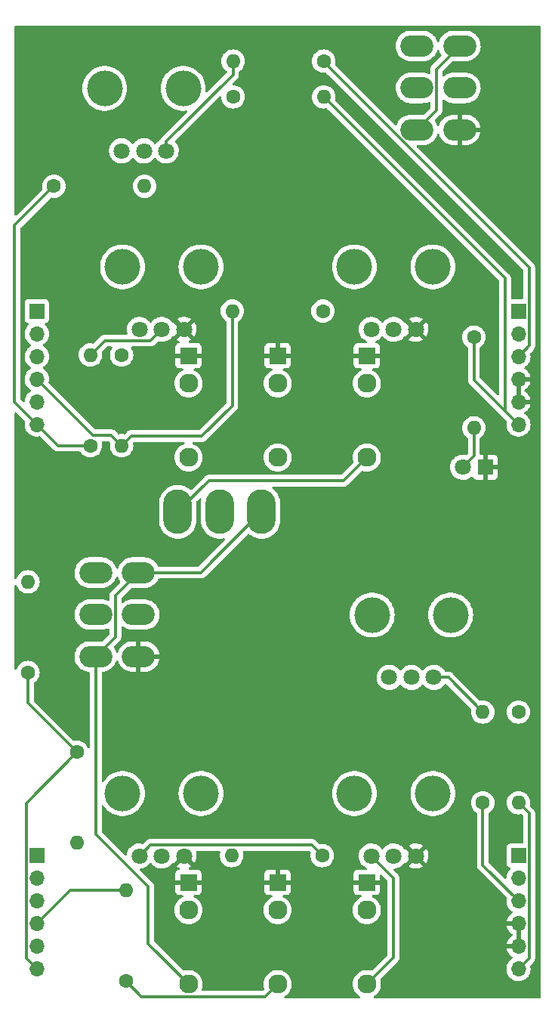
<source format=gtl>
G04 #@! TF.GenerationSoftware,KiCad,Pcbnew,(6.0.0)*
G04 #@! TF.CreationDate,2022-02-07T20:54:30+00:00*
G04 #@! TF.ProjectId,MS20-VCF,4d533230-2d56-4434-962e-6b696361645f,rev?*
G04 #@! TF.SameCoordinates,Original*
G04 #@! TF.FileFunction,Copper,L1,Top*
G04 #@! TF.FilePolarity,Positive*
%FSLAX46Y46*%
G04 Gerber Fmt 4.6, Leading zero omitted, Abs format (unit mm)*
G04 Created by KiCad (PCBNEW (6.0.0)) date 2022-02-07 20:54:30*
%MOMM*%
%LPD*%
G01*
G04 APERTURE LIST*
G04 #@! TA.AperFunction,WasherPad*
%ADD10C,4.000000*%
G04 #@! TD*
G04 #@! TA.AperFunction,ComponentPad*
%ADD11C,1.800000*%
G04 #@! TD*
G04 #@! TA.AperFunction,ComponentPad*
%ADD12R,1.800000X1.800000*%
G04 #@! TD*
G04 #@! TA.AperFunction,ComponentPad*
%ADD13R,1.930000X1.830000*%
G04 #@! TD*
G04 #@! TA.AperFunction,ComponentPad*
%ADD14C,2.130000*%
G04 #@! TD*
G04 #@! TA.AperFunction,ComponentPad*
%ADD15C,1.600000*%
G04 #@! TD*
G04 #@! TA.AperFunction,ComponentPad*
%ADD16O,1.600000X1.600000*%
G04 #@! TD*
G04 #@! TA.AperFunction,ComponentPad*
%ADD17O,3.700000X2.400000*%
G04 #@! TD*
G04 #@! TA.AperFunction,ComponentPad*
%ADD18O,3.200000X5.000000*%
G04 #@! TD*
G04 #@! TA.AperFunction,ComponentPad*
%ADD19R,1.700000X1.700000*%
G04 #@! TD*
G04 #@! TA.AperFunction,ComponentPad*
%ADD20O,1.700000X1.700000*%
G04 #@! TD*
G04 #@! TA.AperFunction,Conductor*
%ADD21C,0.300000*%
G04 #@! TD*
G04 APERTURE END LIST*
D10*
X116400000Y-64050000D03*
X107600000Y-64050000D03*
D11*
X114500000Y-71050000D03*
X112000000Y-71050000D03*
X109500000Y-71050000D03*
D10*
X105600000Y-44050000D03*
X114400000Y-44050000D03*
D11*
X112500000Y-51050000D03*
X110000000Y-51050000D03*
X107500000Y-51050000D03*
D12*
X148275000Y-86500000D03*
D11*
X145735000Y-86500000D03*
D13*
X115000000Y-74000000D03*
D14*
X115000000Y-85400000D03*
X115000000Y-77100000D03*
D13*
X125000000Y-74000000D03*
D14*
X125000000Y-85400000D03*
X125000000Y-77100000D03*
D13*
X135000000Y-74000000D03*
D14*
X135000000Y-85400000D03*
X135000000Y-77100000D03*
D15*
X104000000Y-84080000D03*
D16*
X104000000Y-73920000D03*
D15*
X99920000Y-55000000D03*
D16*
X110080000Y-55000000D03*
D15*
X120000000Y-45000000D03*
D16*
X130160000Y-45000000D03*
D15*
X130160000Y-41000000D03*
D16*
X120000000Y-41000000D03*
D15*
X107500000Y-73920000D03*
D16*
X107500000Y-84080000D03*
D15*
X130080000Y-69000000D03*
D16*
X119920000Y-69000000D03*
D15*
X130000000Y-130000000D03*
D16*
X119840000Y-130000000D03*
D15*
X108000000Y-144080000D03*
D16*
X108000000Y-133920000D03*
D10*
X142400000Y-64050000D03*
X133600000Y-64050000D03*
D11*
X140500000Y-71050000D03*
X138000000Y-71050000D03*
X135500000Y-71050000D03*
D17*
X140600000Y-39300000D03*
X140600000Y-44000000D03*
X140600000Y-48700000D03*
X145400000Y-39300000D03*
X145400000Y-44000000D03*
X145400000Y-48700000D03*
D18*
X113800000Y-91500000D03*
X118500000Y-91500000D03*
X123200000Y-91500000D03*
D13*
X135000000Y-133000000D03*
D14*
X135000000Y-144400000D03*
X135000000Y-136100000D03*
D13*
X115000000Y-133000000D03*
D14*
X115000000Y-144400000D03*
X115000000Y-136100000D03*
D13*
X125000000Y-133000000D03*
D14*
X125000000Y-144400000D03*
X125000000Y-136100000D03*
D15*
X147000000Y-71920000D03*
D16*
X147000000Y-82080000D03*
D15*
X97000000Y-109500000D03*
D16*
X97000000Y-99340000D03*
D15*
X148000000Y-124080000D03*
D16*
X148000000Y-113920000D03*
D15*
X152000000Y-113920000D03*
D16*
X152000000Y-124080000D03*
D15*
X102500000Y-118420000D03*
D16*
X102500000Y-128580000D03*
D17*
X104600000Y-98300000D03*
X104600000Y-103000000D03*
X104600000Y-107700000D03*
X109400000Y-98300000D03*
X109400000Y-103000000D03*
X109400000Y-107700000D03*
D10*
X142400000Y-123050000D03*
X133600000Y-123050000D03*
D11*
X140500000Y-130050000D03*
X138000000Y-130050000D03*
X135500000Y-130050000D03*
D10*
X116400000Y-123050000D03*
X107600000Y-123050000D03*
D11*
X114500000Y-130050000D03*
X112000000Y-130050000D03*
X109500000Y-130050000D03*
D10*
X135600000Y-103050000D03*
X144400000Y-103050000D03*
D11*
X142500000Y-110050000D03*
X140000000Y-110050000D03*
X137500000Y-110050000D03*
D19*
X98000000Y-69000000D03*
D20*
X98000000Y-71540000D03*
X98000000Y-74080000D03*
X98000000Y-76620000D03*
X98000000Y-79160000D03*
X98000000Y-81700000D03*
D19*
X152000000Y-69000000D03*
D20*
X152000000Y-71540000D03*
X152000000Y-74080000D03*
X152000000Y-76620000D03*
X152000000Y-79160000D03*
X152000000Y-81700000D03*
D19*
X98000000Y-130000000D03*
D20*
X98000000Y-132540000D03*
X98000000Y-135080000D03*
X98000000Y-137620000D03*
X98000000Y-140160000D03*
X98000000Y-142700000D03*
D19*
X152000000Y-130000000D03*
D20*
X152000000Y-132540000D03*
X152000000Y-135080000D03*
X152000000Y-137620000D03*
X152000000Y-140160000D03*
X152000000Y-142700000D03*
D21*
X150500000Y-65340000D02*
X150500000Y-80200000D01*
X152080000Y-81780000D02*
X152000000Y-81700000D01*
X150500000Y-80200000D02*
X152000000Y-81700000D01*
X152000000Y-124080000D02*
X153199511Y-125279511D01*
X130160000Y-45000000D02*
X150500000Y-65340000D01*
X153199511Y-125279511D02*
X153199511Y-141500489D01*
X147000000Y-71920000D02*
X147000000Y-76700000D01*
X147000000Y-76700000D02*
X150500000Y-80200000D01*
X153199511Y-141500489D02*
X152000000Y-142700000D01*
X152000000Y-74080000D02*
X153199511Y-72880489D01*
X153199511Y-72880489D02*
X153199511Y-64140863D01*
X148000000Y-124080000D02*
X148000000Y-131080000D01*
X130160000Y-41101352D02*
X130160000Y-41000000D01*
X153199511Y-64140863D02*
X130160000Y-41101352D01*
X148000000Y-131080000D02*
X152000000Y-135080000D01*
X104310489Y-82930489D02*
X98000000Y-76620000D01*
X106350489Y-82930489D02*
X104310489Y-82930489D01*
X119920000Y-69000000D02*
X119920000Y-79580000D01*
X108580000Y-83000000D02*
X107500000Y-84080000D01*
X116500000Y-83000000D02*
X108580000Y-83000000D01*
X107500000Y-84080000D02*
X106350489Y-82930489D01*
X119920000Y-79580000D02*
X116500000Y-83000000D01*
X108000000Y-133920000D02*
X101700000Y-133920000D01*
X101700000Y-133920000D02*
X98000000Y-137620000D01*
X112000000Y-71050000D02*
X110750489Y-72299511D01*
X110750489Y-72299511D02*
X105620489Y-72299511D01*
X104000000Y-73920000D02*
X105620489Y-72299511D01*
X135000000Y-144400000D02*
X138000000Y-141400000D01*
X138000000Y-141400000D02*
X138000000Y-132550000D01*
X138000000Y-132550000D02*
X135500000Y-130050000D01*
X120000000Y-41000000D02*
X120000000Y-42500000D01*
X112500000Y-50000000D02*
X112500000Y-51050000D01*
X120000000Y-42500000D02*
X112500000Y-50000000D01*
X110000000Y-54920000D02*
X110080000Y-55000000D01*
X144130000Y-110050000D02*
X148000000Y-113920000D01*
X142500000Y-110050000D02*
X144130000Y-110050000D01*
X147000000Y-82080000D02*
X147000000Y-85235000D01*
X147000000Y-85235000D02*
X145735000Y-86500000D01*
X104000000Y-84080000D02*
X100380000Y-84080000D01*
X95500000Y-79200000D02*
X98000000Y-81700000D01*
X95500000Y-59420000D02*
X95500000Y-79200000D01*
X100380000Y-84080000D02*
X98000000Y-81700000D01*
X99920000Y-55000000D02*
X95500000Y-59420000D01*
X145400000Y-39300000D02*
X142799520Y-41900480D01*
X142799520Y-41900480D02*
X142799520Y-46500480D01*
X142799520Y-46500480D02*
X140600000Y-48700000D01*
X135000000Y-85400000D02*
X132400000Y-88000000D01*
X117300000Y-88000000D02*
X113800000Y-91500000D01*
X132400000Y-88000000D02*
X117300000Y-88000000D01*
X109734511Y-145814511D02*
X108000000Y-144080000D01*
X124900000Y-144400000D02*
X125000000Y-144400000D01*
X125000000Y-144400000D02*
X123585489Y-145814511D01*
X123585489Y-145814511D02*
X109734511Y-145814511D01*
X96800489Y-124119511D02*
X102500000Y-118420000D01*
X98000000Y-142700000D02*
X96800489Y-141500489D01*
X97000000Y-112920000D02*
X102500000Y-118420000D01*
X96800489Y-141500489D02*
X96800489Y-124119511D01*
X97000000Y-109500000D02*
X97000000Y-112920000D01*
X116400000Y-98300000D02*
X109400000Y-98300000D01*
X104600000Y-107700000D02*
X104600000Y-127600000D01*
X109400000Y-98300000D02*
X106799520Y-100900480D01*
X110500000Y-133500000D02*
X110500000Y-139900000D01*
X104600000Y-127600000D02*
X110500000Y-133500000D01*
X106799520Y-105500480D02*
X104600000Y-107700000D01*
X123200000Y-91500000D02*
X116400000Y-98300000D01*
X110500000Y-139900000D02*
X115000000Y-144400000D01*
X106799520Y-100900480D02*
X106799520Y-105500480D01*
X130000000Y-130000000D02*
X128800489Y-128800489D01*
X109500000Y-130050000D02*
X110749511Y-128800489D01*
X128800489Y-128800489D02*
X110749511Y-128800489D01*
G04 #@! TA.AperFunction,Conductor*
G36*
X154434121Y-37028002D02*
G01*
X154480614Y-37081658D01*
X154492000Y-37134000D01*
X154492000Y-145866000D01*
X154471998Y-145934121D01*
X154418342Y-145980614D01*
X154366000Y-145992000D01*
X135860347Y-145992000D01*
X135792226Y-145971998D01*
X135745733Y-145918342D01*
X135735629Y-145848068D01*
X135765123Y-145783488D01*
X135794512Y-145758567D01*
X135811070Y-145748420D01*
X135927740Y-145676925D01*
X136116073Y-145516073D01*
X136276925Y-145327740D01*
X136406334Y-145116563D01*
X136420505Y-145082353D01*
X136499221Y-144892315D01*
X136499222Y-144892313D01*
X136501115Y-144887742D01*
X136521501Y-144802830D01*
X136557779Y-144651724D01*
X136557780Y-144651718D01*
X136558934Y-144646911D01*
X136578366Y-144400000D01*
X136558934Y-144153089D01*
X136557778Y-144148275D01*
X136557777Y-144148267D01*
X136501691Y-143914656D01*
X136505237Y-143843748D01*
X136535114Y-143796146D01*
X138407605Y-141923655D01*
X138416385Y-141915665D01*
X138416387Y-141915663D01*
X138423080Y-141911416D01*
X138471605Y-141859742D01*
X138474359Y-141856901D01*
X138494927Y-141836333D01*
X138497647Y-141832826D01*
X138505353Y-141823804D01*
X138527419Y-141800306D01*
X138536972Y-141790133D01*
X138540794Y-141783181D01*
X138547303Y-141771342D01*
X138558157Y-141754818D01*
X138566445Y-141744132D01*
X138571304Y-141737868D01*
X138574452Y-141730594D01*
X138589654Y-141695465D01*
X138594876Y-141684805D01*
X138613305Y-141651284D01*
X138613306Y-141651282D01*
X138617124Y-141644337D01*
X138622459Y-141623559D01*
X138628858Y-141604869D01*
X138637380Y-141585176D01*
X138644606Y-141539552D01*
X138647013Y-141527929D01*
X138656528Y-141490868D01*
X138658500Y-141483188D01*
X138658500Y-141461741D01*
X138660051Y-141442031D01*
X138662166Y-141428677D01*
X138663406Y-141420848D01*
X138659059Y-141374859D01*
X138658500Y-141363004D01*
X138658500Y-139894183D01*
X150664389Y-139894183D01*
X150665912Y-139902607D01*
X150678292Y-139906000D01*
X151727885Y-139906000D01*
X151743124Y-139901525D01*
X151744329Y-139900135D01*
X151746000Y-139892452D01*
X151746000Y-137892115D01*
X151741525Y-137876876D01*
X151740135Y-137875671D01*
X151732452Y-137874000D01*
X150683225Y-137874000D01*
X150669694Y-137877973D01*
X150668257Y-137887966D01*
X150698565Y-138022446D01*
X150701645Y-138032275D01*
X150781770Y-138229603D01*
X150786413Y-138238794D01*
X150897694Y-138420388D01*
X150903777Y-138428699D01*
X151043213Y-138589667D01*
X151050580Y-138596883D01*
X151214434Y-138732916D01*
X151222881Y-138738831D01*
X151292479Y-138779501D01*
X151341203Y-138831140D01*
X151354274Y-138900923D01*
X151327543Y-138966694D01*
X151287087Y-139000053D01*
X151278462Y-139004542D01*
X151269738Y-139010036D01*
X151099433Y-139137905D01*
X151091726Y-139144748D01*
X150944590Y-139298717D01*
X150938104Y-139306727D01*
X150818098Y-139482649D01*
X150813000Y-139491623D01*
X150723338Y-139684783D01*
X150719775Y-139694470D01*
X150664389Y-139894183D01*
X138658500Y-139894183D01*
X138658500Y-132632059D01*
X138659059Y-132620203D01*
X138660789Y-132612463D01*
X138658562Y-132541611D01*
X138658500Y-132537653D01*
X138658500Y-132508568D01*
X138657946Y-132504179D01*
X138657013Y-132492337D01*
X138656152Y-132464923D01*
X138655562Y-132446169D01*
X138649580Y-132425579D01*
X138645570Y-132406216D01*
X138643875Y-132392796D01*
X138643875Y-132392795D01*
X138642882Y-132384936D01*
X138639966Y-132377571D01*
X138639965Y-132377567D01*
X138625874Y-132341979D01*
X138622035Y-132330769D01*
X138609145Y-132286400D01*
X138598225Y-132267935D01*
X138589534Y-132250195D01*
X138581635Y-132230244D01*
X138554482Y-132192871D01*
X138547967Y-132182952D01*
X138528493Y-132150023D01*
X138528490Y-132150019D01*
X138524453Y-132143193D01*
X138509289Y-132128029D01*
X138496448Y-132112995D01*
X138488501Y-132102057D01*
X138483841Y-132095643D01*
X138448247Y-132066197D01*
X138439468Y-132058208D01*
X138049691Y-131668431D01*
X138015665Y-131606119D01*
X138020730Y-131535304D01*
X138063277Y-131478468D01*
X138122776Y-131454357D01*
X138129770Y-131453461D01*
X138293847Y-131432442D01*
X138298795Y-131430957D01*
X138298802Y-131430956D01*
X138510747Y-131367369D01*
X138515690Y-131365886D01*
X138530767Y-131358500D01*
X138719049Y-131266262D01*
X138719052Y-131266260D01*
X138723684Y-131263991D01*
X138797406Y-131211406D01*
X139703423Y-131211406D01*
X139708704Y-131218461D01*
X139885080Y-131321527D01*
X139894363Y-131325974D01*
X140101003Y-131404883D01*
X140110901Y-131407759D01*
X140327653Y-131451857D01*
X140337883Y-131453076D01*
X140558914Y-131461182D01*
X140569223Y-131460714D01*
X140788623Y-131432608D01*
X140798688Y-131430468D01*
X141010557Y-131366905D01*
X141020152Y-131363144D01*
X141218778Y-131265838D01*
X141227636Y-131260559D01*
X141285097Y-131219572D01*
X141293497Y-131208874D01*
X141286510Y-131195721D01*
X140512811Y-130422021D01*
X140498868Y-130414408D01*
X140497034Y-130414539D01*
X140490420Y-130418790D01*
X139710180Y-131199031D01*
X139703423Y-131211406D01*
X138797406Y-131211406D01*
X138912243Y-131129494D01*
X139076303Y-130966005D01*
X139150714Y-130862451D01*
X139206709Y-130818803D01*
X139277412Y-130812357D01*
X139337572Y-130842543D01*
X139340555Y-130845242D01*
X139349330Y-130841459D01*
X140127979Y-130062811D01*
X140134356Y-130051132D01*
X140864408Y-130051132D01*
X140864539Y-130052966D01*
X140868790Y-130059580D01*
X141646307Y-130837096D01*
X141658313Y-130843652D01*
X141670052Y-130834684D01*
X141708010Y-130781859D01*
X141713321Y-130773020D01*
X141811318Y-130574737D01*
X141815117Y-130565142D01*
X141879415Y-130353517D01*
X141881594Y-130343436D01*
X141910702Y-130122338D01*
X141911221Y-130115663D01*
X141912744Y-130053364D01*
X141912550Y-130046646D01*
X141894279Y-129824400D01*
X141892596Y-129814238D01*
X141838710Y-129599708D01*
X141835389Y-129589953D01*
X141747193Y-129387118D01*
X141742315Y-129378020D01*
X141669224Y-129265038D01*
X141658538Y-129255835D01*
X141648973Y-129260238D01*
X140872021Y-130037189D01*
X140864408Y-130051132D01*
X140134356Y-130051132D01*
X140135592Y-130048868D01*
X140135461Y-130047034D01*
X140131210Y-130040420D01*
X139353862Y-129263073D01*
X139342331Y-129256776D01*
X139332877Y-129264183D01*
X139266918Y-129290450D01*
X139197229Y-129276887D01*
X139149377Y-129233440D01*
X139148292Y-129231762D01*
X139119764Y-129187665D01*
X138963887Y-129016358D01*
X138959836Y-129013159D01*
X138959832Y-129013155D01*
X138804790Y-128890711D01*
X139705508Y-128890711D01*
X139712251Y-128903040D01*
X140487189Y-129677979D01*
X140501132Y-129685592D01*
X140502966Y-129685461D01*
X140509580Y-129681210D01*
X141288994Y-128901795D01*
X141296011Y-128888944D01*
X141288237Y-128878274D01*
X141285902Y-128876430D01*
X141277320Y-128870729D01*
X141083678Y-128763833D01*
X141074272Y-128759606D01*
X140865772Y-128685772D01*
X140855809Y-128683140D01*
X140638047Y-128644350D01*
X140627796Y-128643381D01*
X140406616Y-128640679D01*
X140396332Y-128641399D01*
X140177693Y-128674855D01*
X140167666Y-128677244D01*
X139957426Y-128745961D01*
X139947916Y-128749958D01*
X139751725Y-128852089D01*
X139743007Y-128857578D01*
X139713961Y-128879386D01*
X139705508Y-128890711D01*
X138804790Y-128890711D01*
X138786177Y-128876011D01*
X138786172Y-128876008D01*
X138782123Y-128872810D01*
X138777607Y-128870317D01*
X138777604Y-128870315D01*
X138583879Y-128763373D01*
X138583875Y-128763371D01*
X138579355Y-128760876D01*
X138574486Y-128759152D01*
X138574482Y-128759150D01*
X138365903Y-128685288D01*
X138365899Y-128685287D01*
X138361028Y-128683562D01*
X138355935Y-128682655D01*
X138355932Y-128682654D01*
X138138095Y-128643851D01*
X138138089Y-128643850D01*
X138133006Y-128642945D01*
X138060096Y-128642054D01*
X137906581Y-128640179D01*
X137906579Y-128640179D01*
X137901411Y-128640116D01*
X137672464Y-128675150D01*
X137452314Y-128747106D01*
X137447726Y-128749494D01*
X137447722Y-128749496D01*
X137345697Y-128802607D01*
X137246872Y-128854052D01*
X137242739Y-128857155D01*
X137242736Y-128857157D01*
X137170088Y-128911703D01*
X137061655Y-128993117D01*
X136901639Y-129160564D01*
X136854836Y-129229174D01*
X136799927Y-129274175D01*
X136729402Y-129282346D01*
X136665655Y-129251092D01*
X136644959Y-129226609D01*
X136622577Y-129192013D01*
X136622576Y-129192012D01*
X136619764Y-129187665D01*
X136463887Y-129016358D01*
X136459836Y-129013159D01*
X136459832Y-129013155D01*
X136286177Y-128876011D01*
X136286172Y-128876008D01*
X136282123Y-128872810D01*
X136277607Y-128870317D01*
X136277604Y-128870315D01*
X136083879Y-128763373D01*
X136083875Y-128763371D01*
X136079355Y-128760876D01*
X136074486Y-128759152D01*
X136074482Y-128759150D01*
X135865903Y-128685288D01*
X135865899Y-128685287D01*
X135861028Y-128683562D01*
X135855935Y-128682655D01*
X135855932Y-128682654D01*
X135638095Y-128643851D01*
X135638089Y-128643850D01*
X135633006Y-128642945D01*
X135560096Y-128642054D01*
X135406581Y-128640179D01*
X135406579Y-128640179D01*
X135401411Y-128640116D01*
X135172464Y-128675150D01*
X134952314Y-128747106D01*
X134947726Y-128749494D01*
X134947722Y-128749496D01*
X134845697Y-128802607D01*
X134746872Y-128854052D01*
X134742739Y-128857155D01*
X134742736Y-128857157D01*
X134670088Y-128911703D01*
X134561655Y-128993117D01*
X134401639Y-129160564D01*
X134398730Y-129164829D01*
X134398724Y-129164837D01*
X134383152Y-129187665D01*
X134271119Y-129351899D01*
X134173602Y-129561981D01*
X134111707Y-129785169D01*
X134087095Y-130015469D01*
X134087392Y-130020622D01*
X134087392Y-130020625D01*
X134092872Y-130115663D01*
X134100427Y-130246697D01*
X134101564Y-130251743D01*
X134101565Y-130251749D01*
X134122228Y-130343436D01*
X134151346Y-130472642D01*
X134153288Y-130477424D01*
X134153289Y-130477428D01*
X134236540Y-130682450D01*
X134238484Y-130687237D01*
X134359501Y-130884719D01*
X134511147Y-131059784D01*
X134689349Y-131207730D01*
X134889322Y-131324584D01*
X134894151Y-131326428D01*
X134912124Y-131333292D01*
X134968627Y-131376281D01*
X134992918Y-131442992D01*
X134977287Y-131512247D01*
X134926695Y-131562056D01*
X134867173Y-131577001D01*
X133990331Y-131577001D01*
X133983510Y-131577371D01*
X133932648Y-131582895D01*
X133917396Y-131586521D01*
X133796946Y-131631676D01*
X133781351Y-131640214D01*
X133679276Y-131716715D01*
X133666715Y-131729276D01*
X133590214Y-131831351D01*
X133581676Y-131846946D01*
X133536522Y-131967394D01*
X133532895Y-131982649D01*
X133527369Y-132033514D01*
X133527000Y-132040328D01*
X133527000Y-132727885D01*
X133531475Y-132743124D01*
X133532865Y-132744329D01*
X133540548Y-132746000D01*
X136454884Y-132746000D01*
X136470123Y-132741525D01*
X136471328Y-132740135D01*
X136472999Y-132732452D01*
X136472999Y-132258449D01*
X136493001Y-132190328D01*
X136546657Y-132143835D01*
X136616931Y-132133731D01*
X136681511Y-132163225D01*
X136688094Y-132169354D01*
X137304595Y-132785855D01*
X137338621Y-132848167D01*
X137341500Y-132874950D01*
X137341500Y-141075050D01*
X137321498Y-141143171D01*
X137304595Y-141164145D01*
X135603854Y-142864886D01*
X135541542Y-142898912D01*
X135485344Y-142898309D01*
X135251733Y-142842223D01*
X135251725Y-142842222D01*
X135246911Y-142841066D01*
X135000000Y-142821634D01*
X134753089Y-142841066D01*
X134748282Y-142842220D01*
X134748276Y-142842221D01*
X134597170Y-142878499D01*
X134512258Y-142898885D01*
X134507687Y-142900778D01*
X134507685Y-142900779D01*
X134288011Y-142991771D01*
X134288007Y-142991773D01*
X134283437Y-142993666D01*
X134072260Y-143123075D01*
X133883927Y-143283927D01*
X133723075Y-143472260D01*
X133593666Y-143683437D01*
X133591773Y-143688007D01*
X133591771Y-143688011D01*
X133500779Y-143907685D01*
X133498885Y-143912258D01*
X133494342Y-143931181D01*
X133442221Y-144148276D01*
X133442220Y-144148282D01*
X133441066Y-144153089D01*
X133421634Y-144400000D01*
X133441066Y-144646911D01*
X133442220Y-144651718D01*
X133442221Y-144651724D01*
X133478499Y-144802830D01*
X133498885Y-144887742D01*
X133500778Y-144892313D01*
X133500779Y-144892315D01*
X133579496Y-145082353D01*
X133593666Y-145116563D01*
X133723075Y-145327740D01*
X133883927Y-145516073D01*
X134072260Y-145676925D01*
X134188930Y-145748420D01*
X134205488Y-145758567D01*
X134253119Y-145811215D01*
X134264726Y-145881256D01*
X134236623Y-145946454D01*
X134177733Y-145986108D01*
X134139653Y-145992000D01*
X125860347Y-145992000D01*
X125792226Y-145971998D01*
X125745733Y-145918342D01*
X125735629Y-145848068D01*
X125765123Y-145783488D01*
X125794512Y-145758567D01*
X125811070Y-145748420D01*
X125927740Y-145676925D01*
X126116073Y-145516073D01*
X126276925Y-145327740D01*
X126406334Y-145116563D01*
X126420505Y-145082353D01*
X126499221Y-144892315D01*
X126499222Y-144892313D01*
X126501115Y-144887742D01*
X126521501Y-144802830D01*
X126557779Y-144651724D01*
X126557780Y-144651718D01*
X126558934Y-144646911D01*
X126578366Y-144400000D01*
X126558934Y-144153089D01*
X126557780Y-144148282D01*
X126557779Y-144148276D01*
X126505658Y-143931181D01*
X126501115Y-143912258D01*
X126499221Y-143907685D01*
X126408229Y-143688011D01*
X126408227Y-143688007D01*
X126406334Y-143683437D01*
X126276925Y-143472260D01*
X126116073Y-143283927D01*
X125927740Y-143123075D01*
X125716563Y-142993666D01*
X125711993Y-142991773D01*
X125711989Y-142991771D01*
X125492315Y-142900779D01*
X125492313Y-142900778D01*
X125487742Y-142898885D01*
X125402830Y-142878499D01*
X125251724Y-142842221D01*
X125251718Y-142842220D01*
X125246911Y-142841066D01*
X125000000Y-142821634D01*
X124753089Y-142841066D01*
X124748282Y-142842220D01*
X124748276Y-142842221D01*
X124597170Y-142878499D01*
X124512258Y-142898885D01*
X124507687Y-142900778D01*
X124507685Y-142900779D01*
X124288011Y-142991771D01*
X124288007Y-142991773D01*
X124283437Y-142993666D01*
X124072260Y-143123075D01*
X123883927Y-143283927D01*
X123723075Y-143472260D01*
X123593666Y-143683437D01*
X123591773Y-143688007D01*
X123591771Y-143688011D01*
X123500779Y-143907685D01*
X123498885Y-143912258D01*
X123494342Y-143931181D01*
X123442221Y-144148276D01*
X123442220Y-144148282D01*
X123441066Y-144153089D01*
X123421634Y-144400000D01*
X123441066Y-144646911D01*
X123442222Y-144651724D01*
X123442223Y-144651733D01*
X123498309Y-144885344D01*
X123494763Y-144956252D01*
X123464886Y-145003854D01*
X123349634Y-145119106D01*
X123287322Y-145153132D01*
X123260539Y-145156011D01*
X116578567Y-145156011D01*
X116510446Y-145136009D01*
X116463953Y-145082353D01*
X116453849Y-145012079D01*
X116462158Y-144981793D01*
X116499221Y-144892315D01*
X116499222Y-144892313D01*
X116501115Y-144887742D01*
X116521501Y-144802830D01*
X116557779Y-144651724D01*
X116557780Y-144651718D01*
X116558934Y-144646911D01*
X116578366Y-144400000D01*
X116558934Y-144153089D01*
X116557780Y-144148282D01*
X116557779Y-144148276D01*
X116505658Y-143931181D01*
X116501115Y-143912258D01*
X116499221Y-143907685D01*
X116408229Y-143688011D01*
X116408227Y-143688007D01*
X116406334Y-143683437D01*
X116276925Y-143472260D01*
X116116073Y-143283927D01*
X115927740Y-143123075D01*
X115716563Y-142993666D01*
X115711993Y-142991773D01*
X115711989Y-142991771D01*
X115492315Y-142900779D01*
X115492313Y-142900778D01*
X115487742Y-142898885D01*
X115402830Y-142878499D01*
X115251724Y-142842221D01*
X115251718Y-142842220D01*
X115246911Y-142841066D01*
X115000000Y-142821634D01*
X114753089Y-142841066D01*
X114748275Y-142842222D01*
X114748267Y-142842223D01*
X114514656Y-142898309D01*
X114443748Y-142894763D01*
X114396146Y-142864886D01*
X111195405Y-139664145D01*
X111161379Y-139601833D01*
X111158500Y-139575050D01*
X111158500Y-136100000D01*
X113421634Y-136100000D01*
X113441066Y-136346911D01*
X113442220Y-136351718D01*
X113442221Y-136351724D01*
X113444495Y-136361195D01*
X113498885Y-136587742D01*
X113500778Y-136592313D01*
X113500779Y-136592315D01*
X113503095Y-136597905D01*
X113593666Y-136816563D01*
X113723075Y-137027740D01*
X113883927Y-137216073D01*
X114072260Y-137376925D01*
X114283437Y-137506334D01*
X114288007Y-137508227D01*
X114288011Y-137508229D01*
X114507685Y-137599221D01*
X114512258Y-137601115D01*
X114576949Y-137616646D01*
X114748276Y-137657779D01*
X114748282Y-137657780D01*
X114753089Y-137658934D01*
X115000000Y-137678366D01*
X115246911Y-137658934D01*
X115251718Y-137657780D01*
X115251724Y-137657779D01*
X115423051Y-137616646D01*
X115487742Y-137601115D01*
X115492315Y-137599221D01*
X115711989Y-137508229D01*
X115711993Y-137508227D01*
X115716563Y-137506334D01*
X115927740Y-137376925D01*
X116116073Y-137216073D01*
X116276925Y-137027740D01*
X116406334Y-136816563D01*
X116496906Y-136597905D01*
X116499221Y-136592315D01*
X116499222Y-136592313D01*
X116501115Y-136587742D01*
X116555505Y-136361195D01*
X116557779Y-136351724D01*
X116557780Y-136351718D01*
X116558934Y-136346911D01*
X116578366Y-136100000D01*
X123421634Y-136100000D01*
X123441066Y-136346911D01*
X123442220Y-136351718D01*
X123442221Y-136351724D01*
X123444495Y-136361195D01*
X123498885Y-136587742D01*
X123500778Y-136592313D01*
X123500779Y-136592315D01*
X123503095Y-136597905D01*
X123593666Y-136816563D01*
X123723075Y-137027740D01*
X123883927Y-137216073D01*
X124072260Y-137376925D01*
X124283437Y-137506334D01*
X124288007Y-137508227D01*
X124288011Y-137508229D01*
X124507685Y-137599221D01*
X124512258Y-137601115D01*
X124576949Y-137616646D01*
X124748276Y-137657779D01*
X124748282Y-137657780D01*
X124753089Y-137658934D01*
X125000000Y-137678366D01*
X125246911Y-137658934D01*
X125251718Y-137657780D01*
X125251724Y-137657779D01*
X125423051Y-137616646D01*
X125487742Y-137601115D01*
X125492315Y-137599221D01*
X125711989Y-137508229D01*
X125711993Y-137508227D01*
X125716563Y-137506334D01*
X125927740Y-137376925D01*
X126116073Y-137216073D01*
X126276925Y-137027740D01*
X126406334Y-136816563D01*
X126496906Y-136597905D01*
X126499221Y-136592315D01*
X126499222Y-136592313D01*
X126501115Y-136587742D01*
X126555505Y-136361195D01*
X126557779Y-136351724D01*
X126557780Y-136351718D01*
X126558934Y-136346911D01*
X126578366Y-136100000D01*
X133421634Y-136100000D01*
X133441066Y-136346911D01*
X133442220Y-136351718D01*
X133442221Y-136351724D01*
X133444495Y-136361195D01*
X133498885Y-136587742D01*
X133500778Y-136592313D01*
X133500779Y-136592315D01*
X133503095Y-136597905D01*
X133593666Y-136816563D01*
X133723075Y-137027740D01*
X133883927Y-137216073D01*
X134072260Y-137376925D01*
X134283437Y-137506334D01*
X134288007Y-137508227D01*
X134288011Y-137508229D01*
X134507685Y-137599221D01*
X134512258Y-137601115D01*
X134576949Y-137616646D01*
X134748276Y-137657779D01*
X134748282Y-137657780D01*
X134753089Y-137658934D01*
X135000000Y-137678366D01*
X135246911Y-137658934D01*
X135251718Y-137657780D01*
X135251724Y-137657779D01*
X135423051Y-137616646D01*
X135487742Y-137601115D01*
X135492315Y-137599221D01*
X135711989Y-137508229D01*
X135711993Y-137508227D01*
X135716563Y-137506334D01*
X135927740Y-137376925D01*
X136116073Y-137216073D01*
X136276925Y-137027740D01*
X136406334Y-136816563D01*
X136496906Y-136597905D01*
X136499221Y-136592315D01*
X136499222Y-136592313D01*
X136501115Y-136587742D01*
X136555505Y-136361195D01*
X136557779Y-136351724D01*
X136557780Y-136351718D01*
X136558934Y-136346911D01*
X136578366Y-136100000D01*
X136558934Y-135853089D01*
X136557780Y-135848282D01*
X136557779Y-135848276D01*
X136502270Y-135617070D01*
X136501115Y-135612258D01*
X136499221Y-135607685D01*
X136408229Y-135388011D01*
X136408227Y-135388007D01*
X136406334Y-135383437D01*
X136276925Y-135172260D01*
X136116073Y-134983927D01*
X135927740Y-134823075D01*
X135716563Y-134693666D01*
X135648342Y-134665408D01*
X135593062Y-134620859D01*
X135570641Y-134553496D01*
X135588199Y-134484705D01*
X135640162Y-134436326D01*
X135696561Y-134422999D01*
X136009669Y-134422999D01*
X136016490Y-134422629D01*
X136067352Y-134417105D01*
X136082604Y-134413479D01*
X136203054Y-134368324D01*
X136218649Y-134359786D01*
X136320724Y-134283285D01*
X136333285Y-134270724D01*
X136409786Y-134168649D01*
X136418324Y-134153054D01*
X136463478Y-134032606D01*
X136467105Y-134017351D01*
X136472631Y-133966486D01*
X136473000Y-133959672D01*
X136473000Y-133272115D01*
X136468525Y-133256876D01*
X136467135Y-133255671D01*
X136459452Y-133254000D01*
X133545116Y-133254000D01*
X133529877Y-133258475D01*
X133528672Y-133259865D01*
X133527001Y-133267548D01*
X133527001Y-133959669D01*
X133527371Y-133966490D01*
X133532895Y-134017352D01*
X133536521Y-134032604D01*
X133581676Y-134153054D01*
X133590214Y-134168649D01*
X133666715Y-134270724D01*
X133679276Y-134283285D01*
X133781351Y-134359786D01*
X133796946Y-134368324D01*
X133917394Y-134413478D01*
X133932649Y-134417105D01*
X133983514Y-134422631D01*
X133990328Y-134423000D01*
X134303438Y-134423000D01*
X134371559Y-134443002D01*
X134418052Y-134496658D01*
X134428156Y-134566932D01*
X134398662Y-134631512D01*
X134351657Y-134665408D01*
X134323360Y-134677129D01*
X134288011Y-134691771D01*
X134288007Y-134691773D01*
X134283437Y-134693666D01*
X134072260Y-134823075D01*
X133883927Y-134983927D01*
X133723075Y-135172260D01*
X133593666Y-135383437D01*
X133591773Y-135388007D01*
X133591771Y-135388011D01*
X133500779Y-135607685D01*
X133498885Y-135612258D01*
X133497730Y-135617070D01*
X133442221Y-135848276D01*
X133442220Y-135848282D01*
X133441066Y-135853089D01*
X133421634Y-136100000D01*
X126578366Y-136100000D01*
X126558934Y-135853089D01*
X126557780Y-135848282D01*
X126557779Y-135848276D01*
X126502270Y-135617070D01*
X126501115Y-135612258D01*
X126499221Y-135607685D01*
X126408229Y-135388011D01*
X126408227Y-135388007D01*
X126406334Y-135383437D01*
X126276925Y-135172260D01*
X126116073Y-134983927D01*
X125927740Y-134823075D01*
X125716563Y-134693666D01*
X125648342Y-134665408D01*
X125593062Y-134620859D01*
X125570641Y-134553496D01*
X125588199Y-134484705D01*
X125640162Y-134436326D01*
X125696561Y-134422999D01*
X126009669Y-134422999D01*
X126016490Y-134422629D01*
X126067352Y-134417105D01*
X126082604Y-134413479D01*
X126203054Y-134368324D01*
X126218649Y-134359786D01*
X126320724Y-134283285D01*
X126333285Y-134270724D01*
X126409786Y-134168649D01*
X126418324Y-134153054D01*
X126463478Y-134032606D01*
X126467105Y-134017351D01*
X126472631Y-133966486D01*
X126473000Y-133959672D01*
X126473000Y-133272115D01*
X126468525Y-133256876D01*
X126467135Y-133255671D01*
X126459452Y-133254000D01*
X123545116Y-133254000D01*
X123529877Y-133258475D01*
X123528672Y-133259865D01*
X123527001Y-133267548D01*
X123527001Y-133959669D01*
X123527371Y-133966490D01*
X123532895Y-134017352D01*
X123536521Y-134032604D01*
X123581676Y-134153054D01*
X123590214Y-134168649D01*
X123666715Y-134270724D01*
X123679276Y-134283285D01*
X123781351Y-134359786D01*
X123796946Y-134368324D01*
X123917394Y-134413478D01*
X123932649Y-134417105D01*
X123983514Y-134422631D01*
X123990328Y-134423000D01*
X124303438Y-134423000D01*
X124371559Y-134443002D01*
X124418052Y-134496658D01*
X124428156Y-134566932D01*
X124398662Y-134631512D01*
X124351657Y-134665408D01*
X124323360Y-134677129D01*
X124288011Y-134691771D01*
X124288007Y-134691773D01*
X124283437Y-134693666D01*
X124072260Y-134823075D01*
X123883927Y-134983927D01*
X123723075Y-135172260D01*
X123593666Y-135383437D01*
X123591773Y-135388007D01*
X123591771Y-135388011D01*
X123500779Y-135607685D01*
X123498885Y-135612258D01*
X123497730Y-135617070D01*
X123442221Y-135848276D01*
X123442220Y-135848282D01*
X123441066Y-135853089D01*
X123421634Y-136100000D01*
X116578366Y-136100000D01*
X116558934Y-135853089D01*
X116557780Y-135848282D01*
X116557779Y-135848276D01*
X116502270Y-135617070D01*
X116501115Y-135612258D01*
X116499221Y-135607685D01*
X116408229Y-135388011D01*
X116408227Y-135388007D01*
X116406334Y-135383437D01*
X116276925Y-135172260D01*
X116116073Y-134983927D01*
X115927740Y-134823075D01*
X115716563Y-134693666D01*
X115648342Y-134665408D01*
X115593062Y-134620859D01*
X115570641Y-134553496D01*
X115588199Y-134484705D01*
X115640162Y-134436326D01*
X115696561Y-134422999D01*
X116009669Y-134422999D01*
X116016490Y-134422629D01*
X116067352Y-134417105D01*
X116082604Y-134413479D01*
X116203054Y-134368324D01*
X116218649Y-134359786D01*
X116320724Y-134283285D01*
X116333285Y-134270724D01*
X116409786Y-134168649D01*
X116418324Y-134153054D01*
X116463478Y-134032606D01*
X116467105Y-134017351D01*
X116472631Y-133966486D01*
X116473000Y-133959672D01*
X116473000Y-133272115D01*
X116468525Y-133256876D01*
X116467135Y-133255671D01*
X116459452Y-133254000D01*
X113545116Y-133254000D01*
X113529877Y-133258475D01*
X113528672Y-133259865D01*
X113527001Y-133267548D01*
X113527001Y-133959669D01*
X113527371Y-133966490D01*
X113532895Y-134017352D01*
X113536521Y-134032604D01*
X113581676Y-134153054D01*
X113590214Y-134168649D01*
X113666715Y-134270724D01*
X113679276Y-134283285D01*
X113781351Y-134359786D01*
X113796946Y-134368324D01*
X113917394Y-134413478D01*
X113932649Y-134417105D01*
X113983514Y-134422631D01*
X113990328Y-134423000D01*
X114303438Y-134423000D01*
X114371559Y-134443002D01*
X114418052Y-134496658D01*
X114428156Y-134566932D01*
X114398662Y-134631512D01*
X114351657Y-134665408D01*
X114323360Y-134677129D01*
X114288011Y-134691771D01*
X114288007Y-134691773D01*
X114283437Y-134693666D01*
X114072260Y-134823075D01*
X113883927Y-134983927D01*
X113723075Y-135172260D01*
X113593666Y-135383437D01*
X113591773Y-135388007D01*
X113591771Y-135388011D01*
X113500779Y-135607685D01*
X113498885Y-135612258D01*
X113497730Y-135617070D01*
X113442221Y-135848276D01*
X113442220Y-135848282D01*
X113441066Y-135853089D01*
X113421634Y-136100000D01*
X111158500Y-136100000D01*
X111158500Y-133582056D01*
X111159059Y-133570200D01*
X111159059Y-133570197D01*
X111160788Y-133562463D01*
X111158562Y-133491631D01*
X111158500Y-133487673D01*
X111158500Y-133458568D01*
X111157944Y-133454168D01*
X111157012Y-133442330D01*
X111155811Y-133404094D01*
X111155562Y-133396169D01*
X111149580Y-133375579D01*
X111145570Y-133356216D01*
X111143875Y-133342796D01*
X111143875Y-133342795D01*
X111142882Y-133334936D01*
X111139966Y-133327571D01*
X111139965Y-133327567D01*
X111125874Y-133291979D01*
X111122035Y-133280769D01*
X111109145Y-133236400D01*
X111098225Y-133217935D01*
X111089534Y-133200195D01*
X111081635Y-133180244D01*
X111054482Y-133142871D01*
X111047967Y-133132952D01*
X111028493Y-133100023D01*
X111028490Y-133100019D01*
X111024453Y-133093193D01*
X111009289Y-133078029D01*
X110996448Y-133062995D01*
X110988501Y-133052057D01*
X110983841Y-133045643D01*
X110948247Y-133016197D01*
X110939468Y-133008208D01*
X110659145Y-132727885D01*
X113527000Y-132727885D01*
X113531475Y-132743124D01*
X113532865Y-132744329D01*
X113540548Y-132746000D01*
X116454884Y-132746000D01*
X116470123Y-132741525D01*
X116471328Y-132740135D01*
X116472999Y-132732452D01*
X116472999Y-132727885D01*
X123527000Y-132727885D01*
X123531475Y-132743124D01*
X123532865Y-132744329D01*
X123540548Y-132746000D01*
X124727885Y-132746000D01*
X124743124Y-132741525D01*
X124744329Y-132740135D01*
X124746000Y-132732452D01*
X124746000Y-132727885D01*
X125254000Y-132727885D01*
X125258475Y-132743124D01*
X125259865Y-132744329D01*
X125267548Y-132746000D01*
X126454884Y-132746000D01*
X126470123Y-132741525D01*
X126471328Y-132740135D01*
X126472999Y-132732452D01*
X126472999Y-132040331D01*
X126472629Y-132033510D01*
X126467105Y-131982648D01*
X126463479Y-131967396D01*
X126418324Y-131846946D01*
X126409786Y-131831351D01*
X126333285Y-131729276D01*
X126320724Y-131716715D01*
X126218649Y-131640214D01*
X126203054Y-131631676D01*
X126082606Y-131586522D01*
X126067351Y-131582895D01*
X126016486Y-131577369D01*
X126009672Y-131577000D01*
X125272115Y-131577000D01*
X125256876Y-131581475D01*
X125255671Y-131582865D01*
X125254000Y-131590548D01*
X125254000Y-132727885D01*
X124746000Y-132727885D01*
X124746000Y-131595116D01*
X124741525Y-131579877D01*
X124740135Y-131578672D01*
X124732452Y-131577001D01*
X123990331Y-131577001D01*
X123983510Y-131577371D01*
X123932648Y-131582895D01*
X123917396Y-131586521D01*
X123796946Y-131631676D01*
X123781351Y-131640214D01*
X123679276Y-131716715D01*
X123666715Y-131729276D01*
X123590214Y-131831351D01*
X123581676Y-131846946D01*
X123536522Y-131967394D01*
X123532895Y-131982649D01*
X123527369Y-132033514D01*
X123527000Y-132040328D01*
X123527000Y-132727885D01*
X116472999Y-132727885D01*
X116472999Y-132040331D01*
X116472629Y-132033510D01*
X116467105Y-131982648D01*
X116463479Y-131967396D01*
X116418324Y-131846946D01*
X116409786Y-131831351D01*
X116333285Y-131729276D01*
X116320724Y-131716715D01*
X116218649Y-131640214D01*
X116203054Y-131631676D01*
X116082606Y-131586522D01*
X116067351Y-131582895D01*
X116016486Y-131577369D01*
X116009672Y-131577000D01*
X115127217Y-131577000D01*
X115059096Y-131556998D01*
X115012603Y-131503342D01*
X115002499Y-131433068D01*
X115031993Y-131368488D01*
X115071785Y-131337848D01*
X115218788Y-131265833D01*
X115227636Y-131260559D01*
X115285097Y-131219572D01*
X115293497Y-131208874D01*
X115286510Y-131195721D01*
X114512811Y-130422021D01*
X114498868Y-130414408D01*
X114497034Y-130414539D01*
X114490420Y-130418790D01*
X113710180Y-131199031D01*
X113703423Y-131211406D01*
X113708704Y-131218461D01*
X113885080Y-131321527D01*
X113894366Y-131325976D01*
X113941952Y-131344147D01*
X113998456Y-131387134D01*
X114022749Y-131453845D01*
X114007119Y-131523100D01*
X113956528Y-131572910D01*
X113926149Y-131584440D01*
X113917395Y-131586521D01*
X113796946Y-131631676D01*
X113781351Y-131640214D01*
X113679276Y-131716715D01*
X113666715Y-131729276D01*
X113590214Y-131831351D01*
X113581676Y-131846946D01*
X113536522Y-131967394D01*
X113532895Y-131982649D01*
X113527369Y-132033514D01*
X113527000Y-132040328D01*
X113527000Y-132727885D01*
X110659145Y-132727885D01*
X109594013Y-131662753D01*
X109559987Y-131600441D01*
X109565052Y-131529626D01*
X109607599Y-131472790D01*
X109667097Y-131448679D01*
X109793847Y-131432442D01*
X109798795Y-131430957D01*
X109798802Y-131430956D01*
X110010747Y-131367369D01*
X110015690Y-131365886D01*
X110030767Y-131358500D01*
X110219049Y-131266262D01*
X110219052Y-131266260D01*
X110223684Y-131263991D01*
X110412243Y-131129494D01*
X110576303Y-130966005D01*
X110645370Y-130869888D01*
X110701365Y-130826240D01*
X110772068Y-130819794D01*
X110835033Y-130852597D01*
X110855128Y-130877584D01*
X110856799Y-130880311D01*
X110856804Y-130880317D01*
X110859501Y-130884719D01*
X111011147Y-131059784D01*
X111189349Y-131207730D01*
X111389322Y-131324584D01*
X111394147Y-131326426D01*
X111394148Y-131326427D01*
X111424057Y-131337848D01*
X111605694Y-131407209D01*
X111610760Y-131408240D01*
X111610761Y-131408240D01*
X111629945Y-131412143D01*
X111832656Y-131453385D01*
X111963324Y-131458176D01*
X112058949Y-131461683D01*
X112058953Y-131461683D01*
X112064113Y-131461872D01*
X112069233Y-131461216D01*
X112069235Y-131461216D01*
X112167099Y-131448679D01*
X112293847Y-131432442D01*
X112298795Y-131430957D01*
X112298802Y-131430956D01*
X112510747Y-131367369D01*
X112515690Y-131365886D01*
X112530767Y-131358500D01*
X112719049Y-131266262D01*
X112719052Y-131266260D01*
X112723684Y-131263991D01*
X112912243Y-131129494D01*
X113076303Y-130966005D01*
X113150714Y-130862451D01*
X113206709Y-130818803D01*
X113277412Y-130812357D01*
X113337572Y-130842543D01*
X113340555Y-130845242D01*
X113349330Y-130841459D01*
X114410905Y-129779885D01*
X114473217Y-129745859D01*
X114544033Y-129750924D01*
X114589095Y-129779885D01*
X115646303Y-130837092D01*
X115658314Y-130843651D01*
X115670052Y-130834684D01*
X115708010Y-130781859D01*
X115713321Y-130773020D01*
X115811318Y-130574737D01*
X115815117Y-130565142D01*
X115879415Y-130353517D01*
X115881594Y-130343436D01*
X115910702Y-130122338D01*
X115911221Y-130115663D01*
X115912744Y-130053364D01*
X115912550Y-130046646D01*
X115894279Y-129824400D01*
X115892596Y-129814238D01*
X115842723Y-129615684D01*
X115845527Y-129544743D01*
X115886240Y-129486580D01*
X115951935Y-129459661D01*
X115964927Y-129458989D01*
X118466098Y-129458989D01*
X118534219Y-129478991D01*
X118580712Y-129532647D01*
X118590816Y-129602921D01*
X118587805Y-129617600D01*
X118553438Y-129745859D01*
X118546457Y-129771913D01*
X118526502Y-130000000D01*
X118546457Y-130228087D01*
X118547881Y-130233400D01*
X118547881Y-130233402D01*
X118578768Y-130348671D01*
X118605716Y-130449243D01*
X118608039Y-130454224D01*
X118608039Y-130454225D01*
X118700151Y-130651762D01*
X118700154Y-130651767D01*
X118702477Y-130656749D01*
X118705634Y-130661257D01*
X118828758Y-130837096D01*
X118833802Y-130844300D01*
X118995700Y-131006198D01*
X119000208Y-131009355D01*
X119000211Y-131009357D01*
X119076944Y-131063086D01*
X119183251Y-131137523D01*
X119188233Y-131139846D01*
X119188238Y-131139849D01*
X119385775Y-131231961D01*
X119390757Y-131234284D01*
X119396065Y-131235706D01*
X119396067Y-131235707D01*
X119606598Y-131292119D01*
X119606600Y-131292119D01*
X119611913Y-131293543D01*
X119840000Y-131313498D01*
X120068087Y-131293543D01*
X120073400Y-131292119D01*
X120073402Y-131292119D01*
X120283933Y-131235707D01*
X120283935Y-131235706D01*
X120289243Y-131234284D01*
X120294225Y-131231961D01*
X120491762Y-131139849D01*
X120491767Y-131139846D01*
X120496749Y-131137523D01*
X120603056Y-131063086D01*
X120679789Y-131009357D01*
X120679792Y-131009355D01*
X120684300Y-131006198D01*
X120846198Y-130844300D01*
X120851243Y-130837096D01*
X120974366Y-130661257D01*
X120977523Y-130656749D01*
X120979846Y-130651767D01*
X120979849Y-130651762D01*
X121071961Y-130454225D01*
X121071961Y-130454224D01*
X121074284Y-130449243D01*
X121101233Y-130348671D01*
X121132119Y-130233402D01*
X121132119Y-130233400D01*
X121133543Y-130228087D01*
X121153498Y-130000000D01*
X121133543Y-129771913D01*
X121126562Y-129745859D01*
X121092195Y-129617600D01*
X121093885Y-129546624D01*
X121133679Y-129487828D01*
X121198943Y-129459880D01*
X121213902Y-129458989D01*
X128475539Y-129458989D01*
X128543660Y-129478991D01*
X128564634Y-129495894D01*
X128683376Y-129614636D01*
X128717402Y-129676948D01*
X128715988Y-129736341D01*
X128713438Y-129745859D01*
X128706457Y-129771913D01*
X128686502Y-130000000D01*
X128706457Y-130228087D01*
X128707881Y-130233400D01*
X128707881Y-130233402D01*
X128738768Y-130348671D01*
X128765716Y-130449243D01*
X128768039Y-130454224D01*
X128768039Y-130454225D01*
X128860151Y-130651762D01*
X128860154Y-130651767D01*
X128862477Y-130656749D01*
X128865634Y-130661257D01*
X128988758Y-130837096D01*
X128993802Y-130844300D01*
X129155700Y-131006198D01*
X129160208Y-131009355D01*
X129160211Y-131009357D01*
X129236944Y-131063086D01*
X129343251Y-131137523D01*
X129348233Y-131139846D01*
X129348238Y-131139849D01*
X129545775Y-131231961D01*
X129550757Y-131234284D01*
X129556065Y-131235706D01*
X129556067Y-131235707D01*
X129766598Y-131292119D01*
X129766600Y-131292119D01*
X129771913Y-131293543D01*
X130000000Y-131313498D01*
X130228087Y-131293543D01*
X130233400Y-131292119D01*
X130233402Y-131292119D01*
X130443933Y-131235707D01*
X130443935Y-131235706D01*
X130449243Y-131234284D01*
X130454225Y-131231961D01*
X130651762Y-131139849D01*
X130651767Y-131139846D01*
X130656749Y-131137523D01*
X130763056Y-131063086D01*
X130839789Y-131009357D01*
X130839792Y-131009355D01*
X130844300Y-131006198D01*
X131006198Y-130844300D01*
X131011243Y-130837096D01*
X131134366Y-130661257D01*
X131137523Y-130656749D01*
X131139846Y-130651767D01*
X131139849Y-130651762D01*
X131231961Y-130454225D01*
X131231961Y-130454224D01*
X131234284Y-130449243D01*
X131261233Y-130348671D01*
X131292119Y-130233402D01*
X131292119Y-130233400D01*
X131293543Y-130228087D01*
X131313498Y-130000000D01*
X131293543Y-129771913D01*
X131286562Y-129745859D01*
X131235707Y-129556067D01*
X131235706Y-129556065D01*
X131234284Y-129550757D01*
X131173213Y-129419789D01*
X131139849Y-129348238D01*
X131139846Y-129348233D01*
X131137523Y-129343251D01*
X131031625Y-129192013D01*
X131009357Y-129160211D01*
X131009355Y-129160208D01*
X131006198Y-129155700D01*
X130844300Y-128993802D01*
X130839792Y-128990645D01*
X130839789Y-128990643D01*
X130715043Y-128903295D01*
X130656749Y-128862477D01*
X130651767Y-128860154D01*
X130651762Y-128860151D01*
X130454225Y-128768039D01*
X130454224Y-128768039D01*
X130449243Y-128765716D01*
X130443935Y-128764294D01*
X130443933Y-128764293D01*
X130233402Y-128707881D01*
X130233400Y-128707881D01*
X130228087Y-128706457D01*
X130000000Y-128686502D01*
X129771913Y-128706457D01*
X129766595Y-128707882D01*
X129736341Y-128715988D01*
X129665365Y-128714298D01*
X129614636Y-128683376D01*
X129324144Y-128392884D01*
X129316154Y-128384104D01*
X129316152Y-128384102D01*
X129311905Y-128377409D01*
X129284755Y-128351913D01*
X129260232Y-128328885D01*
X129257390Y-128326130D01*
X129236822Y-128305562D01*
X129233315Y-128302842D01*
X129224293Y-128295136D01*
X129190622Y-128263517D01*
X129183670Y-128259695D01*
X129171831Y-128253186D01*
X129155307Y-128242332D01*
X129144621Y-128234044D01*
X129138357Y-128229185D01*
X129131085Y-128226038D01*
X129131083Y-128226037D01*
X129095954Y-128210835D01*
X129085294Y-128205613D01*
X129051773Y-128187184D01*
X129051771Y-128187183D01*
X129044826Y-128183365D01*
X129024048Y-128178030D01*
X129005358Y-128171631D01*
X128985665Y-128163109D01*
X128940041Y-128155883D01*
X128928418Y-128153476D01*
X128894150Y-128144678D01*
X128883677Y-128141989D01*
X128862230Y-128141989D01*
X128842520Y-128140438D01*
X128829166Y-128138323D01*
X128821337Y-128137083D01*
X128775348Y-128141430D01*
X128763493Y-128141989D01*
X110831567Y-128141989D01*
X110819711Y-128141430D01*
X110819708Y-128141430D01*
X110811974Y-128139701D01*
X110756957Y-128141430D01*
X110741142Y-128141927D01*
X110737184Y-128141989D01*
X110708079Y-128141989D01*
X110703679Y-128142545D01*
X110691847Y-128143477D01*
X110645680Y-128144927D01*
X110625090Y-128150909D01*
X110605729Y-128154919D01*
X110598741Y-128155801D01*
X110592307Y-128156614D01*
X110592306Y-128156614D01*
X110584447Y-128157607D01*
X110577082Y-128160523D01*
X110577078Y-128160524D01*
X110541493Y-128174613D01*
X110530263Y-128178458D01*
X110485910Y-128191344D01*
X110479086Y-128195380D01*
X110467454Y-128202259D01*
X110449698Y-128210958D01*
X110429755Y-128218854D01*
X110415536Y-128229185D01*
X110392379Y-128246009D01*
X110382460Y-128252524D01*
X110349534Y-128271997D01*
X110349530Y-128272000D01*
X110342704Y-128276037D01*
X110327543Y-128291198D01*
X110312511Y-128304037D01*
X110295154Y-128316648D01*
X110285031Y-128328885D01*
X110265709Y-128352241D01*
X110257719Y-128361022D01*
X109970445Y-128648295D01*
X109908133Y-128682320D01*
X109859254Y-128683246D01*
X109638095Y-128643851D01*
X109638089Y-128643850D01*
X109633006Y-128642945D01*
X109560096Y-128642054D01*
X109406581Y-128640179D01*
X109406579Y-128640179D01*
X109401411Y-128640116D01*
X109172464Y-128675150D01*
X108952314Y-128747106D01*
X108947726Y-128749494D01*
X108947722Y-128749496D01*
X108845697Y-128802607D01*
X108746872Y-128854052D01*
X108742739Y-128857155D01*
X108742736Y-128857157D01*
X108670088Y-128911703D01*
X108561655Y-128993117D01*
X108401639Y-129160564D01*
X108398730Y-129164829D01*
X108398724Y-129164837D01*
X108383152Y-129187665D01*
X108271119Y-129351899D01*
X108173602Y-129561981D01*
X108111707Y-129785169D01*
X108101551Y-129880203D01*
X108074423Y-129945813D01*
X108016131Y-129986341D01*
X107945181Y-129988920D01*
X107887169Y-129955909D01*
X105295405Y-127364145D01*
X105261379Y-127301833D01*
X105258500Y-127275050D01*
X105258500Y-124475632D01*
X105278502Y-124407511D01*
X105332158Y-124361018D01*
X105402432Y-124350914D01*
X105467012Y-124380408D01*
X105490885Y-124408118D01*
X105564384Y-124523933D01*
X105566568Y-124527375D01*
X105767767Y-124770582D01*
X105770657Y-124773296D01*
X105770658Y-124773297D01*
X105806999Y-124807423D01*
X105997860Y-124986654D01*
X106001062Y-124988981D01*
X106001064Y-124988982D01*
X106028745Y-125009093D01*
X106253221Y-125172184D01*
X106256690Y-125174091D01*
X106256693Y-125174093D01*
X106507473Y-125311961D01*
X106529821Y-125324247D01*
X106533490Y-125325700D01*
X106533495Y-125325702D01*
X106712624Y-125396624D01*
X106823298Y-125440443D01*
X107129025Y-125518940D01*
X107442179Y-125558500D01*
X107757821Y-125558500D01*
X108070975Y-125518940D01*
X108376702Y-125440443D01*
X108487376Y-125396624D01*
X108666505Y-125325702D01*
X108666510Y-125325700D01*
X108670179Y-125324247D01*
X108692527Y-125311961D01*
X108943307Y-125174093D01*
X108943310Y-125174091D01*
X108946779Y-125172184D01*
X109171255Y-125009093D01*
X109198936Y-124988982D01*
X109198938Y-124988981D01*
X109202140Y-124986654D01*
X109393001Y-124807423D01*
X109429342Y-124773297D01*
X109429343Y-124773296D01*
X109432233Y-124770582D01*
X109633432Y-124527375D01*
X109802562Y-124260869D01*
X109804246Y-124257290D01*
X109804250Y-124257283D01*
X109935267Y-123978856D01*
X109935269Y-123978852D01*
X109936956Y-123975266D01*
X110034495Y-123675072D01*
X110093641Y-123365020D01*
X110113460Y-123050000D01*
X113886540Y-123050000D01*
X113906359Y-123365020D01*
X113965505Y-123675072D01*
X114063044Y-123975266D01*
X114064731Y-123978852D01*
X114064733Y-123978856D01*
X114195750Y-124257283D01*
X114195754Y-124257290D01*
X114197438Y-124260869D01*
X114366568Y-124527375D01*
X114567767Y-124770582D01*
X114570657Y-124773296D01*
X114570658Y-124773297D01*
X114606999Y-124807423D01*
X114797860Y-124986654D01*
X114801062Y-124988981D01*
X114801064Y-124988982D01*
X114828745Y-125009093D01*
X115053221Y-125172184D01*
X115056690Y-125174091D01*
X115056693Y-125174093D01*
X115307473Y-125311961D01*
X115329821Y-125324247D01*
X115333490Y-125325700D01*
X115333495Y-125325702D01*
X115512624Y-125396624D01*
X115623298Y-125440443D01*
X115929025Y-125518940D01*
X116242179Y-125558500D01*
X116557821Y-125558500D01*
X116870975Y-125518940D01*
X117176702Y-125440443D01*
X117287376Y-125396624D01*
X117466505Y-125325702D01*
X117466510Y-125325700D01*
X117470179Y-125324247D01*
X117492527Y-125311961D01*
X117743307Y-125174093D01*
X117743310Y-125174091D01*
X117746779Y-125172184D01*
X117971255Y-125009093D01*
X117998936Y-124988982D01*
X117998938Y-124988981D01*
X118002140Y-124986654D01*
X118193001Y-124807423D01*
X118229342Y-124773297D01*
X118229343Y-124773296D01*
X118232233Y-124770582D01*
X118433432Y-124527375D01*
X118602562Y-124260869D01*
X118604246Y-124257290D01*
X118604250Y-124257283D01*
X118735267Y-123978856D01*
X118735269Y-123978852D01*
X118736956Y-123975266D01*
X118834495Y-123675072D01*
X118893641Y-123365020D01*
X118913460Y-123050000D01*
X131086540Y-123050000D01*
X131106359Y-123365020D01*
X131165505Y-123675072D01*
X131263044Y-123975266D01*
X131264731Y-123978852D01*
X131264733Y-123978856D01*
X131395750Y-124257283D01*
X131395754Y-124257290D01*
X131397438Y-124260869D01*
X131566568Y-124527375D01*
X131767767Y-124770582D01*
X131770657Y-124773296D01*
X131770658Y-124773297D01*
X131806999Y-124807423D01*
X131997860Y-124986654D01*
X132001062Y-124988981D01*
X132001064Y-124988982D01*
X132028745Y-125009093D01*
X132253221Y-125172184D01*
X132256690Y-125174091D01*
X132256693Y-125174093D01*
X132507473Y-125311961D01*
X132529821Y-125324247D01*
X132533490Y-125325700D01*
X132533495Y-125325702D01*
X132712624Y-125396624D01*
X132823298Y-125440443D01*
X133129025Y-125518940D01*
X133442179Y-125558500D01*
X133757821Y-125558500D01*
X134070975Y-125518940D01*
X134376702Y-125440443D01*
X134487376Y-125396624D01*
X134666505Y-125325702D01*
X134666510Y-125325700D01*
X134670179Y-125324247D01*
X134692527Y-125311961D01*
X134943307Y-125174093D01*
X134943310Y-125174091D01*
X134946779Y-125172184D01*
X135171255Y-125009093D01*
X135198936Y-124988982D01*
X135198938Y-124988981D01*
X135202140Y-124986654D01*
X135393001Y-124807423D01*
X135429342Y-124773297D01*
X135429343Y-124773296D01*
X135432233Y-124770582D01*
X135633432Y-124527375D01*
X135802562Y-124260869D01*
X135804246Y-124257290D01*
X135804250Y-124257283D01*
X135935267Y-123978856D01*
X135935269Y-123978852D01*
X135936956Y-123975266D01*
X136034495Y-123675072D01*
X136093641Y-123365020D01*
X136113460Y-123050000D01*
X139886540Y-123050000D01*
X139906359Y-123365020D01*
X139965505Y-123675072D01*
X140063044Y-123975266D01*
X140064731Y-123978852D01*
X140064733Y-123978856D01*
X140195750Y-124257283D01*
X140195754Y-124257290D01*
X140197438Y-124260869D01*
X140366568Y-124527375D01*
X140567767Y-124770582D01*
X140570657Y-124773296D01*
X140570658Y-124773297D01*
X140606999Y-124807423D01*
X140797860Y-124986654D01*
X140801062Y-124988981D01*
X140801064Y-124988982D01*
X140828745Y-125009093D01*
X141053221Y-125172184D01*
X141056690Y-125174091D01*
X141056693Y-125174093D01*
X141307473Y-125311961D01*
X141329821Y-125324247D01*
X141333490Y-125325700D01*
X141333495Y-125325702D01*
X141512624Y-125396624D01*
X141623298Y-125440443D01*
X141929025Y-125518940D01*
X142242179Y-125558500D01*
X142557821Y-125558500D01*
X142870975Y-125518940D01*
X143176702Y-125440443D01*
X143287376Y-125396624D01*
X143466505Y-125325702D01*
X143466510Y-125325700D01*
X143470179Y-125324247D01*
X143492527Y-125311961D01*
X143743307Y-125174093D01*
X143743310Y-125174091D01*
X143746779Y-125172184D01*
X143971255Y-125009093D01*
X143998936Y-124988982D01*
X143998938Y-124988981D01*
X144002140Y-124986654D01*
X144193001Y-124807423D01*
X144229342Y-124773297D01*
X144229343Y-124773296D01*
X144232233Y-124770582D01*
X144433432Y-124527375D01*
X144602562Y-124260869D01*
X144604246Y-124257290D01*
X144604250Y-124257283D01*
X144687673Y-124080000D01*
X146686502Y-124080000D01*
X146706457Y-124308087D01*
X146707881Y-124313400D01*
X146707881Y-124313402D01*
X146748600Y-124465364D01*
X146765716Y-124529243D01*
X146768039Y-124534224D01*
X146768039Y-124534225D01*
X146860151Y-124731762D01*
X146860154Y-124731767D01*
X146862477Y-124736749D01*
X146920841Y-124820101D01*
X146985514Y-124912463D01*
X146993802Y-124924300D01*
X147155700Y-125086198D01*
X147160208Y-125089355D01*
X147160211Y-125089357D01*
X147207269Y-125122307D01*
X147287772Y-125178676D01*
X147332099Y-125234132D01*
X147341500Y-125281888D01*
X147341500Y-130997944D01*
X147340941Y-131009800D01*
X147339212Y-131017537D01*
X147339461Y-131025459D01*
X147341438Y-131088369D01*
X147341500Y-131092327D01*
X147341500Y-131121432D01*
X147342056Y-131125832D01*
X147342988Y-131137664D01*
X147344438Y-131183831D01*
X147346650Y-131191444D01*
X147346650Y-131191445D01*
X147350419Y-131204416D01*
X147354430Y-131223782D01*
X147357118Y-131245064D01*
X147360034Y-131252429D01*
X147360035Y-131252433D01*
X147374126Y-131288021D01*
X147377965Y-131299231D01*
X147390855Y-131343600D01*
X147401775Y-131362065D01*
X147410466Y-131379805D01*
X147418365Y-131399756D01*
X147442590Y-131433099D01*
X147445516Y-131437126D01*
X147452033Y-131447048D01*
X147471507Y-131479977D01*
X147471510Y-131479981D01*
X147475547Y-131486807D01*
X147490711Y-131501971D01*
X147503551Y-131517004D01*
X147516159Y-131534357D01*
X147551752Y-131563802D01*
X147560532Y-131571792D01*
X150642101Y-134653361D01*
X150676127Y-134715673D01*
X150674424Y-134776125D01*
X150660989Y-134824570D01*
X150637251Y-135046695D01*
X150650110Y-135269715D01*
X150651247Y-135274761D01*
X150651248Y-135274767D01*
X150669239Y-135354597D01*
X150699222Y-135487639D01*
X150783266Y-135694616D01*
X150785965Y-135699020D01*
X150883402Y-135858023D01*
X150899987Y-135885088D01*
X151046250Y-136053938D01*
X151218126Y-136196632D01*
X151291955Y-136239774D01*
X151340679Y-136291412D01*
X151353750Y-136361195D01*
X151327019Y-136426967D01*
X151286562Y-136460327D01*
X151278457Y-136464546D01*
X151269738Y-136470036D01*
X151099433Y-136597905D01*
X151091726Y-136604748D01*
X150944590Y-136758717D01*
X150938104Y-136766727D01*
X150818098Y-136942649D01*
X150813000Y-136951623D01*
X150723338Y-137144783D01*
X150719775Y-137154470D01*
X150664389Y-137354183D01*
X150665912Y-137362607D01*
X150678292Y-137366000D01*
X152128000Y-137366000D01*
X152196121Y-137386002D01*
X152242614Y-137439658D01*
X152254000Y-137492000D01*
X152254000Y-140288000D01*
X152233998Y-140356121D01*
X152180342Y-140402614D01*
X152128000Y-140414000D01*
X150683225Y-140414000D01*
X150669694Y-140417973D01*
X150668257Y-140427966D01*
X150698565Y-140562446D01*
X150701645Y-140572275D01*
X150781770Y-140769603D01*
X150786413Y-140778794D01*
X150897694Y-140960388D01*
X150903777Y-140968699D01*
X151043213Y-141129667D01*
X151050580Y-141136883D01*
X151214434Y-141272916D01*
X151222881Y-141278831D01*
X151291969Y-141319203D01*
X151340693Y-141370842D01*
X151353764Y-141440625D01*
X151327033Y-141506396D01*
X151286584Y-141539752D01*
X151273607Y-141546507D01*
X151269474Y-141549610D01*
X151269471Y-141549612D01*
X151099100Y-141677530D01*
X151094965Y-141680635D01*
X151091393Y-141684373D01*
X150954012Y-141828134D01*
X150940629Y-141842138D01*
X150937715Y-141846410D01*
X150937714Y-141846411D01*
X150878176Y-141933690D01*
X150814743Y-142026680D01*
X150720688Y-142229305D01*
X150660989Y-142444570D01*
X150637251Y-142666695D01*
X150637548Y-142671848D01*
X150637548Y-142671851D01*
X150647372Y-142842223D01*
X150650110Y-142889715D01*
X150699222Y-143107639D01*
X150760673Y-143258976D01*
X150770805Y-143283927D01*
X150783266Y-143314616D01*
X150785965Y-143319020D01*
X150877567Y-143468501D01*
X150899987Y-143505088D01*
X151046250Y-143673938D01*
X151218126Y-143816632D01*
X151411000Y-143929338D01*
X151619692Y-144009030D01*
X151624760Y-144010061D01*
X151624763Y-144010062D01*
X151732017Y-144031883D01*
X151838597Y-144053567D01*
X151843772Y-144053757D01*
X151843774Y-144053757D01*
X152056673Y-144061564D01*
X152056677Y-144061564D01*
X152061837Y-144061753D01*
X152066957Y-144061097D01*
X152066959Y-144061097D01*
X152278288Y-144034025D01*
X152278289Y-144034025D01*
X152283416Y-144033368D01*
X152288366Y-144031883D01*
X152492429Y-143970661D01*
X152492434Y-143970659D01*
X152497384Y-143969174D01*
X152697994Y-143870896D01*
X152879860Y-143741173D01*
X153038096Y-143583489D01*
X153097594Y-143500689D01*
X153165435Y-143406277D01*
X153168453Y-143402077D01*
X153228432Y-143280719D01*
X153265136Y-143206453D01*
X153265137Y-143206451D01*
X153267430Y-143201811D01*
X153329884Y-142996252D01*
X153330865Y-142993023D01*
X153330865Y-142993021D01*
X153332370Y-142988069D01*
X153361529Y-142766590D01*
X153363156Y-142700000D01*
X153344852Y-142477361D01*
X153323919Y-142394022D01*
X153326723Y-142323081D01*
X153357028Y-142274232D01*
X153607116Y-142024144D01*
X153615896Y-142016154D01*
X153615898Y-142016152D01*
X153622591Y-142011905D01*
X153671116Y-141960231D01*
X153673870Y-141957390D01*
X153694438Y-141936822D01*
X153697158Y-141933315D01*
X153704864Y-141924293D01*
X153731055Y-141896402D01*
X153736483Y-141890622D01*
X153740305Y-141883670D01*
X153746814Y-141871831D01*
X153757668Y-141855307D01*
X153765956Y-141844621D01*
X153770815Y-141838357D01*
X153775239Y-141828134D01*
X153789165Y-141795954D01*
X153794387Y-141785294D01*
X153812816Y-141751773D01*
X153812817Y-141751771D01*
X153816635Y-141744826D01*
X153821970Y-141724048D01*
X153828369Y-141705358D01*
X153836891Y-141685665D01*
X153844117Y-141640041D01*
X153846524Y-141628418D01*
X153856039Y-141591357D01*
X153858011Y-141583677D01*
X153858011Y-141562230D01*
X153859562Y-141542520D01*
X153861677Y-141529166D01*
X153862917Y-141521337D01*
X153858570Y-141475348D01*
X153858011Y-141463493D01*
X153858011Y-125361570D01*
X153858570Y-125349714D01*
X153860300Y-125341974D01*
X153858073Y-125271122D01*
X153858011Y-125267164D01*
X153858011Y-125238079D01*
X153857514Y-125234141D01*
X153857513Y-125234132D01*
X153857457Y-125233690D01*
X153856524Y-125221848D01*
X153855322Y-125183605D01*
X153855073Y-125175680D01*
X153849091Y-125155090D01*
X153845081Y-125135727D01*
X153843386Y-125122307D01*
X153843386Y-125122306D01*
X153842393Y-125114447D01*
X153839477Y-125107082D01*
X153839476Y-125107078D01*
X153825385Y-125071490D01*
X153821546Y-125060280D01*
X153808656Y-125015911D01*
X153797736Y-124997446D01*
X153789045Y-124979706D01*
X153781146Y-124959755D01*
X153753993Y-124922382D01*
X153747478Y-124912463D01*
X153728004Y-124879534D01*
X153728001Y-124879530D01*
X153723964Y-124872704D01*
X153708800Y-124857540D01*
X153695959Y-124842506D01*
X153688012Y-124831568D01*
X153683352Y-124825154D01*
X153647758Y-124795708D01*
X153638979Y-124787719D01*
X153316624Y-124465364D01*
X153282598Y-124403052D01*
X153284012Y-124343659D01*
X153292118Y-124313405D01*
X153292119Y-124313402D01*
X153293543Y-124308087D01*
X153313498Y-124080000D01*
X153293543Y-123851913D01*
X153292119Y-123846598D01*
X153235707Y-123636067D01*
X153235706Y-123636065D01*
X153234284Y-123630757D01*
X153231961Y-123625775D01*
X153139849Y-123428238D01*
X153139846Y-123428233D01*
X153137523Y-123423251D01*
X153006198Y-123235700D01*
X152844300Y-123073802D01*
X152839792Y-123070645D01*
X152839789Y-123070643D01*
X152761611Y-123015902D01*
X152656749Y-122942477D01*
X152651767Y-122940154D01*
X152651762Y-122940151D01*
X152454225Y-122848039D01*
X152454224Y-122848039D01*
X152449243Y-122845716D01*
X152443935Y-122844294D01*
X152443933Y-122844293D01*
X152233402Y-122787881D01*
X152233400Y-122787881D01*
X152228087Y-122786457D01*
X152000000Y-122766502D01*
X151771913Y-122786457D01*
X151766600Y-122787881D01*
X151766598Y-122787881D01*
X151556067Y-122844293D01*
X151556065Y-122844294D01*
X151550757Y-122845716D01*
X151545776Y-122848039D01*
X151545775Y-122848039D01*
X151348238Y-122940151D01*
X151348233Y-122940154D01*
X151343251Y-122942477D01*
X151238389Y-123015902D01*
X151160211Y-123070643D01*
X151160208Y-123070645D01*
X151155700Y-123073802D01*
X150993802Y-123235700D01*
X150862477Y-123423251D01*
X150860154Y-123428233D01*
X150860151Y-123428238D01*
X150768039Y-123625775D01*
X150765716Y-123630757D01*
X150764294Y-123636065D01*
X150764293Y-123636067D01*
X150707881Y-123846598D01*
X150706457Y-123851913D01*
X150686502Y-124080000D01*
X150706457Y-124308087D01*
X150707881Y-124313400D01*
X150707881Y-124313402D01*
X150748600Y-124465364D01*
X150765716Y-124529243D01*
X150768039Y-124534224D01*
X150768039Y-124534225D01*
X150860151Y-124731762D01*
X150860154Y-124731767D01*
X150862477Y-124736749D01*
X150920841Y-124820101D01*
X150985514Y-124912463D01*
X150993802Y-124924300D01*
X151155700Y-125086198D01*
X151160208Y-125089355D01*
X151160211Y-125089357D01*
X151238389Y-125144098D01*
X151343251Y-125217523D01*
X151348233Y-125219846D01*
X151348238Y-125219849D01*
X151453968Y-125269151D01*
X151550757Y-125314284D01*
X151556065Y-125315706D01*
X151556067Y-125315707D01*
X151766598Y-125372119D01*
X151766600Y-125372119D01*
X151771913Y-125373543D01*
X152000000Y-125393498D01*
X152228087Y-125373543D01*
X152235766Y-125371485D01*
X152263659Y-125364012D01*
X152334635Y-125365702D01*
X152385364Y-125396624D01*
X152504106Y-125515366D01*
X152538132Y-125577678D01*
X152541011Y-125604461D01*
X152541011Y-128515500D01*
X152521009Y-128583621D01*
X152467353Y-128630114D01*
X152415011Y-128641500D01*
X151101866Y-128641500D01*
X151039684Y-128648255D01*
X150903295Y-128699385D01*
X150786739Y-128786739D01*
X150699385Y-128903295D01*
X150648255Y-129039684D01*
X150641500Y-129101866D01*
X150641500Y-130898134D01*
X150648255Y-130960316D01*
X150699385Y-131096705D01*
X150786739Y-131213261D01*
X150903295Y-131300615D01*
X150911704Y-131303767D01*
X150911705Y-131303768D01*
X151020451Y-131344535D01*
X151077216Y-131387176D01*
X151101916Y-131453738D01*
X151086709Y-131523087D01*
X151067316Y-131549568D01*
X150980693Y-131640214D01*
X150940629Y-131682138D01*
X150814743Y-131866680D01*
X150799003Y-131900590D01*
X150723887Y-132062414D01*
X150720688Y-132069305D01*
X150660989Y-132284570D01*
X150638786Y-132492337D01*
X150638293Y-132496946D01*
X150611165Y-132562556D01*
X150552873Y-132603084D01*
X150481923Y-132605663D01*
X150423911Y-132572652D01*
X149580536Y-131729276D01*
X148695405Y-130844145D01*
X148661379Y-130781833D01*
X148658500Y-130755050D01*
X148658500Y-125281888D01*
X148678502Y-125213767D01*
X148712228Y-125178676D01*
X148792731Y-125122307D01*
X148839789Y-125089357D01*
X148839792Y-125089355D01*
X148844300Y-125086198D01*
X149006198Y-124924300D01*
X149014487Y-124912463D01*
X149079159Y-124820101D01*
X149137523Y-124736749D01*
X149139846Y-124731767D01*
X149139849Y-124731762D01*
X149231961Y-124534225D01*
X149231961Y-124534224D01*
X149234284Y-124529243D01*
X149251401Y-124465364D01*
X149292119Y-124313402D01*
X149292119Y-124313400D01*
X149293543Y-124308087D01*
X149313498Y-124080000D01*
X149293543Y-123851913D01*
X149292119Y-123846598D01*
X149235707Y-123636067D01*
X149235706Y-123636065D01*
X149234284Y-123630757D01*
X149231961Y-123625775D01*
X149139849Y-123428238D01*
X149139846Y-123428233D01*
X149137523Y-123423251D01*
X149006198Y-123235700D01*
X148844300Y-123073802D01*
X148839792Y-123070645D01*
X148839789Y-123070643D01*
X148761611Y-123015902D01*
X148656749Y-122942477D01*
X148651767Y-122940154D01*
X148651762Y-122940151D01*
X148454225Y-122848039D01*
X148454224Y-122848039D01*
X148449243Y-122845716D01*
X148443935Y-122844294D01*
X148443933Y-122844293D01*
X148233402Y-122787881D01*
X148233400Y-122787881D01*
X148228087Y-122786457D01*
X148000000Y-122766502D01*
X147771913Y-122786457D01*
X147766600Y-122787881D01*
X147766598Y-122787881D01*
X147556067Y-122844293D01*
X147556065Y-122844294D01*
X147550757Y-122845716D01*
X147545776Y-122848039D01*
X147545775Y-122848039D01*
X147348238Y-122940151D01*
X147348233Y-122940154D01*
X147343251Y-122942477D01*
X147238389Y-123015902D01*
X147160211Y-123070643D01*
X147160208Y-123070645D01*
X147155700Y-123073802D01*
X146993802Y-123235700D01*
X146862477Y-123423251D01*
X146860154Y-123428233D01*
X146860151Y-123428238D01*
X146768039Y-123625775D01*
X146765716Y-123630757D01*
X146764294Y-123636065D01*
X146764293Y-123636067D01*
X146707881Y-123846598D01*
X146706457Y-123851913D01*
X146686502Y-124080000D01*
X144687673Y-124080000D01*
X144735267Y-123978856D01*
X144735269Y-123978852D01*
X144736956Y-123975266D01*
X144834495Y-123675072D01*
X144893641Y-123365020D01*
X144913460Y-123050000D01*
X144893641Y-122734980D01*
X144834495Y-122424928D01*
X144736956Y-122124734D01*
X144735267Y-122121144D01*
X144604250Y-121842717D01*
X144604246Y-121842710D01*
X144602562Y-121839131D01*
X144433432Y-121572625D01*
X144232233Y-121329418D01*
X144002140Y-121113346D01*
X143746779Y-120927816D01*
X143470179Y-120775753D01*
X143466510Y-120774300D01*
X143466505Y-120774298D01*
X143180372Y-120661010D01*
X143180371Y-120661010D01*
X143176702Y-120659557D01*
X142870975Y-120581060D01*
X142557821Y-120541500D01*
X142242179Y-120541500D01*
X141929025Y-120581060D01*
X141623298Y-120659557D01*
X141619629Y-120661010D01*
X141619628Y-120661010D01*
X141333495Y-120774298D01*
X141333490Y-120774300D01*
X141329821Y-120775753D01*
X141053221Y-120927816D01*
X140797860Y-121113346D01*
X140567767Y-121329418D01*
X140366568Y-121572625D01*
X140197438Y-121839131D01*
X140195754Y-121842710D01*
X140195750Y-121842717D01*
X140064733Y-122121144D01*
X140063044Y-122124734D01*
X139965505Y-122424928D01*
X139906359Y-122734980D01*
X139886540Y-123050000D01*
X136113460Y-123050000D01*
X136093641Y-122734980D01*
X136034495Y-122424928D01*
X135936956Y-122124734D01*
X135935267Y-122121144D01*
X135804250Y-121842717D01*
X135804246Y-121842710D01*
X135802562Y-121839131D01*
X135633432Y-121572625D01*
X135432233Y-121329418D01*
X135202140Y-121113346D01*
X134946779Y-120927816D01*
X134670179Y-120775753D01*
X134666510Y-120774300D01*
X134666505Y-120774298D01*
X134380372Y-120661010D01*
X134380371Y-120661010D01*
X134376702Y-120659557D01*
X134070975Y-120581060D01*
X133757821Y-120541500D01*
X133442179Y-120541500D01*
X133129025Y-120581060D01*
X132823298Y-120659557D01*
X132819629Y-120661010D01*
X132819628Y-120661010D01*
X132533495Y-120774298D01*
X132533490Y-120774300D01*
X132529821Y-120775753D01*
X132253221Y-120927816D01*
X131997860Y-121113346D01*
X131767767Y-121329418D01*
X131566568Y-121572625D01*
X131397438Y-121839131D01*
X131395754Y-121842710D01*
X131395750Y-121842717D01*
X131264733Y-122121144D01*
X131263044Y-122124734D01*
X131165505Y-122424928D01*
X131106359Y-122734980D01*
X131086540Y-123050000D01*
X118913460Y-123050000D01*
X118893641Y-122734980D01*
X118834495Y-122424928D01*
X118736956Y-122124734D01*
X118735267Y-122121144D01*
X118604250Y-121842717D01*
X118604246Y-121842710D01*
X118602562Y-121839131D01*
X118433432Y-121572625D01*
X118232233Y-121329418D01*
X118002140Y-121113346D01*
X117746779Y-120927816D01*
X117470179Y-120775753D01*
X117466510Y-120774300D01*
X117466505Y-120774298D01*
X117180372Y-120661010D01*
X117180371Y-120661010D01*
X117176702Y-120659557D01*
X116870975Y-120581060D01*
X116557821Y-120541500D01*
X116242179Y-120541500D01*
X115929025Y-120581060D01*
X115623298Y-120659557D01*
X115619629Y-120661010D01*
X115619628Y-120661010D01*
X115333495Y-120774298D01*
X115333490Y-120774300D01*
X115329821Y-120775753D01*
X115053221Y-120927816D01*
X114797860Y-121113346D01*
X114567767Y-121329418D01*
X114366568Y-121572625D01*
X114197438Y-121839131D01*
X114195754Y-121842710D01*
X114195750Y-121842717D01*
X114064733Y-122121144D01*
X114063044Y-122124734D01*
X113965505Y-122424928D01*
X113906359Y-122734980D01*
X113886540Y-123050000D01*
X110113460Y-123050000D01*
X110093641Y-122734980D01*
X110034495Y-122424928D01*
X109936956Y-122124734D01*
X109935267Y-122121144D01*
X109804250Y-121842717D01*
X109804246Y-121842710D01*
X109802562Y-121839131D01*
X109633432Y-121572625D01*
X109432233Y-121329418D01*
X109202140Y-121113346D01*
X108946779Y-120927816D01*
X108670179Y-120775753D01*
X108666510Y-120774300D01*
X108666505Y-120774298D01*
X108380372Y-120661010D01*
X108380371Y-120661010D01*
X108376702Y-120659557D01*
X108070975Y-120581060D01*
X107757821Y-120541500D01*
X107442179Y-120541500D01*
X107129025Y-120581060D01*
X106823298Y-120659557D01*
X106819629Y-120661010D01*
X106819628Y-120661010D01*
X106533495Y-120774298D01*
X106533490Y-120774300D01*
X106529821Y-120775753D01*
X106253221Y-120927816D01*
X105997860Y-121113346D01*
X105767767Y-121329418D01*
X105566568Y-121572625D01*
X105564444Y-121575972D01*
X105564441Y-121575976D01*
X105490885Y-121691882D01*
X105437496Y-121738681D01*
X105367281Y-121749186D01*
X105302533Y-121720062D01*
X105263809Y-121660556D01*
X105258500Y-121624368D01*
X105258500Y-110015469D01*
X136087095Y-110015469D01*
X136100427Y-110246697D01*
X136101564Y-110251743D01*
X136101565Y-110251749D01*
X136121406Y-110339789D01*
X136151346Y-110472642D01*
X136153288Y-110477424D01*
X136153289Y-110477428D01*
X136216772Y-110633767D01*
X136238484Y-110687237D01*
X136359501Y-110884719D01*
X136511147Y-111059784D01*
X136689349Y-111207730D01*
X136889322Y-111324584D01*
X137105694Y-111407209D01*
X137110760Y-111408240D01*
X137110761Y-111408240D01*
X137163846Y-111419040D01*
X137332656Y-111453385D01*
X137463324Y-111458176D01*
X137558949Y-111461683D01*
X137558953Y-111461683D01*
X137564113Y-111461872D01*
X137569233Y-111461216D01*
X137569235Y-111461216D01*
X137642270Y-111451860D01*
X137793847Y-111432442D01*
X137798795Y-111430957D01*
X137798802Y-111430956D01*
X138010747Y-111367369D01*
X138015690Y-111365886D01*
X138096236Y-111326427D01*
X138219049Y-111266262D01*
X138219052Y-111266260D01*
X138223684Y-111263991D01*
X138412243Y-111129494D01*
X138576303Y-110966005D01*
X138645370Y-110869888D01*
X138701365Y-110826240D01*
X138772068Y-110819794D01*
X138835033Y-110852597D01*
X138855128Y-110877584D01*
X138856799Y-110880311D01*
X138856804Y-110880317D01*
X138859501Y-110884719D01*
X139011147Y-111059784D01*
X139189349Y-111207730D01*
X139389322Y-111324584D01*
X139605694Y-111407209D01*
X139610760Y-111408240D01*
X139610761Y-111408240D01*
X139663846Y-111419040D01*
X139832656Y-111453385D01*
X139963324Y-111458176D01*
X140058949Y-111461683D01*
X140058953Y-111461683D01*
X140064113Y-111461872D01*
X140069233Y-111461216D01*
X140069235Y-111461216D01*
X140142270Y-111451860D01*
X140293847Y-111432442D01*
X140298795Y-111430957D01*
X140298802Y-111430956D01*
X140510747Y-111367369D01*
X140515690Y-111365886D01*
X140596236Y-111326427D01*
X140719049Y-111266262D01*
X140719052Y-111266260D01*
X140723684Y-111263991D01*
X140912243Y-111129494D01*
X141076303Y-110966005D01*
X141145370Y-110869888D01*
X141201365Y-110826240D01*
X141272068Y-110819794D01*
X141335033Y-110852597D01*
X141355128Y-110877584D01*
X141356799Y-110880311D01*
X141356804Y-110880317D01*
X141359501Y-110884719D01*
X141511147Y-111059784D01*
X141689349Y-111207730D01*
X141889322Y-111324584D01*
X142105694Y-111407209D01*
X142110760Y-111408240D01*
X142110761Y-111408240D01*
X142163846Y-111419040D01*
X142332656Y-111453385D01*
X142463324Y-111458176D01*
X142558949Y-111461683D01*
X142558953Y-111461683D01*
X142564113Y-111461872D01*
X142569233Y-111461216D01*
X142569235Y-111461216D01*
X142642270Y-111451860D01*
X142793847Y-111432442D01*
X142798795Y-111430957D01*
X142798802Y-111430956D01*
X143010747Y-111367369D01*
X143015690Y-111365886D01*
X143096236Y-111326427D01*
X143219049Y-111266262D01*
X143219052Y-111266260D01*
X143223684Y-111263991D01*
X143412243Y-111129494D01*
X143576303Y-110966005D01*
X143579319Y-110961808D01*
X143708442Y-110782115D01*
X143708445Y-110782110D01*
X143711458Y-110777917D01*
X143712136Y-110778404D01*
X143761083Y-110733332D01*
X143831020Y-110721111D01*
X143896462Y-110748640D01*
X143905958Y-110757218D01*
X146683376Y-113534635D01*
X146717402Y-113596947D01*
X146715988Y-113656340D01*
X146707882Y-113686594D01*
X146706457Y-113691913D01*
X146686502Y-113920000D01*
X146706457Y-114148087D01*
X146765716Y-114369243D01*
X146768039Y-114374224D01*
X146768039Y-114374225D01*
X146860151Y-114571762D01*
X146860154Y-114571767D01*
X146862477Y-114576749D01*
X146993802Y-114764300D01*
X147155700Y-114926198D01*
X147160208Y-114929355D01*
X147160211Y-114929357D01*
X147238389Y-114984098D01*
X147343251Y-115057523D01*
X147348233Y-115059846D01*
X147348238Y-115059849D01*
X147545775Y-115151961D01*
X147550757Y-115154284D01*
X147556065Y-115155706D01*
X147556067Y-115155707D01*
X147766598Y-115212119D01*
X147766600Y-115212119D01*
X147771913Y-115213543D01*
X148000000Y-115233498D01*
X148228087Y-115213543D01*
X148233400Y-115212119D01*
X148233402Y-115212119D01*
X148443933Y-115155707D01*
X148443935Y-115155706D01*
X148449243Y-115154284D01*
X148454225Y-115151961D01*
X148651762Y-115059849D01*
X148651767Y-115059846D01*
X148656749Y-115057523D01*
X148761611Y-114984098D01*
X148839789Y-114929357D01*
X148839792Y-114929355D01*
X148844300Y-114926198D01*
X149006198Y-114764300D01*
X149137523Y-114576749D01*
X149139846Y-114571767D01*
X149139849Y-114571762D01*
X149231961Y-114374225D01*
X149231961Y-114374224D01*
X149234284Y-114369243D01*
X149293543Y-114148087D01*
X149313498Y-113920000D01*
X150686502Y-113920000D01*
X150706457Y-114148087D01*
X150765716Y-114369243D01*
X150768039Y-114374224D01*
X150768039Y-114374225D01*
X150860151Y-114571762D01*
X150860154Y-114571767D01*
X150862477Y-114576749D01*
X150993802Y-114764300D01*
X151155700Y-114926198D01*
X151160208Y-114929355D01*
X151160211Y-114929357D01*
X151238389Y-114984098D01*
X151343251Y-115057523D01*
X151348233Y-115059846D01*
X151348238Y-115059849D01*
X151545775Y-115151961D01*
X151550757Y-115154284D01*
X151556065Y-115155706D01*
X151556067Y-115155707D01*
X151766598Y-115212119D01*
X151766600Y-115212119D01*
X151771913Y-115213543D01*
X152000000Y-115233498D01*
X152228087Y-115213543D01*
X152233400Y-115212119D01*
X152233402Y-115212119D01*
X152443933Y-115155707D01*
X152443935Y-115155706D01*
X152449243Y-115154284D01*
X152454225Y-115151961D01*
X152651762Y-115059849D01*
X152651767Y-115059846D01*
X152656749Y-115057523D01*
X152761611Y-114984098D01*
X152839789Y-114929357D01*
X152839792Y-114929355D01*
X152844300Y-114926198D01*
X153006198Y-114764300D01*
X153137523Y-114576749D01*
X153139846Y-114571767D01*
X153139849Y-114571762D01*
X153231961Y-114374225D01*
X153231961Y-114374224D01*
X153234284Y-114369243D01*
X153293543Y-114148087D01*
X153313498Y-113920000D01*
X153293543Y-113691913D01*
X153234284Y-113470757D01*
X153231961Y-113465775D01*
X153139849Y-113268238D01*
X153139846Y-113268233D01*
X153137523Y-113263251D01*
X153006198Y-113075700D01*
X152844300Y-112913802D01*
X152839792Y-112910645D01*
X152839789Y-112910643D01*
X152735964Y-112837944D01*
X152656749Y-112782477D01*
X152651767Y-112780154D01*
X152651762Y-112780151D01*
X152454225Y-112688039D01*
X152454224Y-112688039D01*
X152449243Y-112685716D01*
X152443935Y-112684294D01*
X152443933Y-112684293D01*
X152233402Y-112627881D01*
X152233400Y-112627881D01*
X152228087Y-112626457D01*
X152000000Y-112606502D01*
X151771913Y-112626457D01*
X151766600Y-112627881D01*
X151766598Y-112627881D01*
X151556067Y-112684293D01*
X151556065Y-112684294D01*
X151550757Y-112685716D01*
X151545776Y-112688039D01*
X151545775Y-112688039D01*
X151348238Y-112780151D01*
X151348233Y-112780154D01*
X151343251Y-112782477D01*
X151264036Y-112837944D01*
X151160211Y-112910643D01*
X151160208Y-112910645D01*
X151155700Y-112913802D01*
X150993802Y-113075700D01*
X150862477Y-113263251D01*
X150860154Y-113268233D01*
X150860151Y-113268238D01*
X150768039Y-113465775D01*
X150765716Y-113470757D01*
X150706457Y-113691913D01*
X150686502Y-113920000D01*
X149313498Y-113920000D01*
X149293543Y-113691913D01*
X149234284Y-113470757D01*
X149231961Y-113465775D01*
X149139849Y-113268238D01*
X149139846Y-113268233D01*
X149137523Y-113263251D01*
X149006198Y-113075700D01*
X148844300Y-112913802D01*
X148839792Y-112910645D01*
X148839789Y-112910643D01*
X148735964Y-112837944D01*
X148656749Y-112782477D01*
X148651767Y-112780154D01*
X148651762Y-112780151D01*
X148454225Y-112688039D01*
X148454224Y-112688039D01*
X148449243Y-112685716D01*
X148443935Y-112684294D01*
X148443933Y-112684293D01*
X148233402Y-112627881D01*
X148233400Y-112627881D01*
X148228087Y-112626457D01*
X148000000Y-112606502D01*
X147771913Y-112626457D01*
X147766596Y-112627882D01*
X147766594Y-112627882D01*
X147736340Y-112635988D01*
X147665363Y-112634298D01*
X147614635Y-112603376D01*
X146143752Y-111132492D01*
X144653655Y-109642395D01*
X144645665Y-109633615D01*
X144645663Y-109633613D01*
X144641416Y-109626920D01*
X144589742Y-109578395D01*
X144586901Y-109575641D01*
X144566333Y-109555073D01*
X144562826Y-109552353D01*
X144553804Y-109544647D01*
X144520133Y-109513028D01*
X144513181Y-109509206D01*
X144501342Y-109502697D01*
X144484818Y-109491843D01*
X144474132Y-109483555D01*
X144467868Y-109478696D01*
X144460596Y-109475549D01*
X144460594Y-109475548D01*
X144425465Y-109460346D01*
X144414805Y-109455124D01*
X144381284Y-109436695D01*
X144381282Y-109436694D01*
X144374337Y-109432876D01*
X144353559Y-109427541D01*
X144334869Y-109421142D01*
X144315176Y-109412620D01*
X144269552Y-109405394D01*
X144257929Y-109402987D01*
X144224685Y-109394452D01*
X144213188Y-109391500D01*
X144191741Y-109391500D01*
X144172031Y-109389949D01*
X144158677Y-109387834D01*
X144150848Y-109386594D01*
X144104859Y-109390941D01*
X144093004Y-109391500D01*
X143820186Y-109391500D01*
X143752065Y-109371498D01*
X143714394Y-109333940D01*
X143622575Y-109192009D01*
X143622570Y-109192003D01*
X143619764Y-109187665D01*
X143588948Y-109153798D01*
X143548629Y-109109489D01*
X143463887Y-109016358D01*
X143459836Y-109013159D01*
X143459832Y-109013155D01*
X143286177Y-108876011D01*
X143286172Y-108876008D01*
X143282123Y-108872810D01*
X143277607Y-108870317D01*
X143277604Y-108870315D01*
X143083879Y-108763373D01*
X143083875Y-108763371D01*
X143079355Y-108760876D01*
X143074486Y-108759152D01*
X143074482Y-108759150D01*
X142865903Y-108685288D01*
X142865899Y-108685287D01*
X142861028Y-108683562D01*
X142855935Y-108682655D01*
X142855932Y-108682654D01*
X142638095Y-108643851D01*
X142638089Y-108643850D01*
X142633006Y-108642945D01*
X142560096Y-108642054D01*
X142406581Y-108640179D01*
X142406579Y-108640179D01*
X142401411Y-108640116D01*
X142172464Y-108675150D01*
X141952314Y-108747106D01*
X141947726Y-108749494D01*
X141947722Y-108749496D01*
X141751461Y-108851663D01*
X141746872Y-108854052D01*
X141742739Y-108857155D01*
X141742736Y-108857157D01*
X141565790Y-108990012D01*
X141561655Y-108993117D01*
X141542506Y-109013155D01*
X141434552Y-109126123D01*
X141401639Y-109160564D01*
X141354836Y-109229174D01*
X141299927Y-109274175D01*
X141229402Y-109282346D01*
X141165655Y-109251092D01*
X141144959Y-109226609D01*
X141122577Y-109192013D01*
X141122574Y-109192009D01*
X141119764Y-109187665D01*
X141088948Y-109153798D01*
X141048629Y-109109489D01*
X140963887Y-109016358D01*
X140959836Y-109013159D01*
X140959832Y-109013155D01*
X140786177Y-108876011D01*
X140786172Y-108876008D01*
X140782123Y-108872810D01*
X140777607Y-108870317D01*
X140777604Y-108870315D01*
X140583879Y-108763373D01*
X140583875Y-108763371D01*
X140579355Y-108760876D01*
X140574486Y-108759152D01*
X140574482Y-108759150D01*
X140365903Y-108685288D01*
X140365899Y-108685287D01*
X140361028Y-108683562D01*
X140355935Y-108682655D01*
X140355932Y-108682654D01*
X140138095Y-108643851D01*
X140138089Y-108643850D01*
X140133006Y-108642945D01*
X140060096Y-108642054D01*
X139906581Y-108640179D01*
X139906579Y-108640179D01*
X139901411Y-108640116D01*
X139672464Y-108675150D01*
X139452314Y-108747106D01*
X139447726Y-108749494D01*
X139447722Y-108749496D01*
X139251461Y-108851663D01*
X139246872Y-108854052D01*
X139242739Y-108857155D01*
X139242736Y-108857157D01*
X139065790Y-108990012D01*
X139061655Y-108993117D01*
X139042506Y-109013155D01*
X138934552Y-109126123D01*
X138901639Y-109160564D01*
X138854836Y-109229174D01*
X138799927Y-109274175D01*
X138729402Y-109282346D01*
X138665655Y-109251092D01*
X138644959Y-109226609D01*
X138622577Y-109192013D01*
X138622574Y-109192009D01*
X138619764Y-109187665D01*
X138588948Y-109153798D01*
X138548629Y-109109489D01*
X138463887Y-109016358D01*
X138459836Y-109013159D01*
X138459832Y-109013155D01*
X138286177Y-108876011D01*
X138286172Y-108876008D01*
X138282123Y-108872810D01*
X138277607Y-108870317D01*
X138277604Y-108870315D01*
X138083879Y-108763373D01*
X138083875Y-108763371D01*
X138079355Y-108760876D01*
X138074486Y-108759152D01*
X138074482Y-108759150D01*
X137865903Y-108685288D01*
X137865899Y-108685287D01*
X137861028Y-108683562D01*
X137855935Y-108682655D01*
X137855932Y-108682654D01*
X137638095Y-108643851D01*
X137638089Y-108643850D01*
X137633006Y-108642945D01*
X137560096Y-108642054D01*
X137406581Y-108640179D01*
X137406579Y-108640179D01*
X137401411Y-108640116D01*
X137172464Y-108675150D01*
X136952314Y-108747106D01*
X136947726Y-108749494D01*
X136947722Y-108749496D01*
X136751461Y-108851663D01*
X136746872Y-108854052D01*
X136742739Y-108857155D01*
X136742736Y-108857157D01*
X136565790Y-108990012D01*
X136561655Y-108993117D01*
X136542506Y-109013155D01*
X136434552Y-109126123D01*
X136401639Y-109160564D01*
X136398730Y-109164829D01*
X136398724Y-109164837D01*
X136347065Y-109240566D01*
X136271119Y-109351899D01*
X136173602Y-109561981D01*
X136111707Y-109785169D01*
X136087095Y-110015469D01*
X105258500Y-110015469D01*
X105258500Y-109529661D01*
X105278502Y-109461540D01*
X105332158Y-109415047D01*
X105374943Y-109404024D01*
X105504423Y-109394175D01*
X105504428Y-109394174D01*
X105509190Y-109393812D01*
X105513844Y-109392733D01*
X105513846Y-109392733D01*
X105757760Y-109336197D01*
X105762415Y-109335118D01*
X106003848Y-109238795D01*
X106227934Y-109107062D01*
X106429515Y-108942949D01*
X106603953Y-108750233D01*
X106607081Y-108745499D01*
X106744595Y-108537342D01*
X106747233Y-108533349D01*
X106765465Y-108493802D01*
X106854053Y-108301640D01*
X106854054Y-108301637D01*
X106856059Y-108297288D01*
X106879247Y-108216686D01*
X106917303Y-108156752D01*
X106981722Y-108126906D01*
X107052050Y-108136625D01*
X107105959Y-108182823D01*
X107119649Y-108211022D01*
X107172785Y-108367556D01*
X107176525Y-108376325D01*
X107291909Y-108598447D01*
X107296931Y-108606547D01*
X107444584Y-108808659D01*
X107450781Y-108815915D01*
X107627296Y-108993356D01*
X107634525Y-108999596D01*
X107835853Y-109148300D01*
X107843934Y-109153370D01*
X108065440Y-109269910D01*
X108074196Y-109273699D01*
X108310788Y-109355395D01*
X108320010Y-109357814D01*
X108566969Y-109402917D01*
X108574975Y-109403853D01*
X108652427Y-109407912D01*
X108655763Y-109408000D01*
X109127885Y-109408000D01*
X109143124Y-109403525D01*
X109144329Y-109402135D01*
X109146000Y-109394452D01*
X109146000Y-109389885D01*
X109654000Y-109389885D01*
X109658475Y-109405124D01*
X109659865Y-109406329D01*
X109667548Y-109408000D01*
X110113687Y-109408000D01*
X110118453Y-109407819D01*
X110304347Y-109393679D01*
X110313770Y-109392237D01*
X110557601Y-109335719D01*
X110566714Y-109332863D01*
X110799177Y-109240120D01*
X110807757Y-109235917D01*
X111023518Y-109109077D01*
X111031361Y-109103626D01*
X111225457Y-108945607D01*
X111232383Y-108939034D01*
X111400340Y-108753479D01*
X111406198Y-108745927D01*
X111544157Y-108537098D01*
X111548798Y-108528761D01*
X111653582Y-108301465D01*
X111656912Y-108292511D01*
X111726113Y-108051973D01*
X111728045Y-108042639D01*
X111737162Y-107971966D01*
X111734904Y-107957736D01*
X111721829Y-107954000D01*
X109672115Y-107954000D01*
X109656876Y-107958475D01*
X109655671Y-107959865D01*
X109654000Y-107967548D01*
X109654000Y-109389885D01*
X109146000Y-109389885D01*
X109146000Y-107427885D01*
X109654000Y-107427885D01*
X109658475Y-107443124D01*
X109659865Y-107444329D01*
X109667548Y-107446000D01*
X111721578Y-107446000D01*
X111734429Y-107442227D01*
X111736349Y-107427130D01*
X111710042Y-107278692D01*
X111707671Y-107269460D01*
X111627215Y-107032444D01*
X111623475Y-107023675D01*
X111508091Y-106801553D01*
X111503069Y-106793453D01*
X111355416Y-106591341D01*
X111349219Y-106584085D01*
X111172704Y-106406644D01*
X111165475Y-106400404D01*
X110964147Y-106251700D01*
X110956066Y-106246630D01*
X110734560Y-106130090D01*
X110725804Y-106126301D01*
X110489212Y-106044605D01*
X110479990Y-106042186D01*
X110233031Y-105997083D01*
X110225025Y-105996147D01*
X110147573Y-105992088D01*
X110144237Y-105992000D01*
X109672115Y-105992000D01*
X109656876Y-105996475D01*
X109655671Y-105997865D01*
X109654000Y-106005548D01*
X109654000Y-107427885D01*
X109146000Y-107427885D01*
X109146000Y-106010115D01*
X109141525Y-105994876D01*
X109140135Y-105993671D01*
X109132452Y-105992000D01*
X108686313Y-105992000D01*
X108681547Y-105992181D01*
X108495653Y-106006321D01*
X108486230Y-106007763D01*
X108242399Y-106064281D01*
X108233286Y-106067137D01*
X108000823Y-106159880D01*
X107992243Y-106164083D01*
X107776482Y-106290923D01*
X107768639Y-106296374D01*
X107574543Y-106454393D01*
X107567617Y-106460966D01*
X107399660Y-106646521D01*
X107393802Y-106654073D01*
X107255843Y-106862902D01*
X107251202Y-106871239D01*
X107146418Y-107098535D01*
X107143088Y-107107489D01*
X107121278Y-107183301D01*
X107083222Y-107243236D01*
X107018804Y-107273082D01*
X106948475Y-107263364D01*
X106894566Y-107217165D01*
X106880876Y-107188966D01*
X106827677Y-107032247D01*
X106826140Y-107027719D01*
X106744855Y-106871239D01*
X106708524Y-106801298D01*
X106708522Y-106801295D01*
X106706315Y-106797046D01*
X106655098Y-106726938D01*
X106631064Y-106660134D01*
X106646963Y-106590941D01*
X106667744Y-106563516D01*
X107207125Y-106024135D01*
X107215905Y-106016145D01*
X107215907Y-106016143D01*
X107222600Y-106011896D01*
X107271125Y-105960222D01*
X107273879Y-105957381D01*
X107294447Y-105936813D01*
X107297167Y-105933306D01*
X107304873Y-105924284D01*
X107331064Y-105896393D01*
X107336492Y-105890613D01*
X107340314Y-105883661D01*
X107346823Y-105871822D01*
X107357677Y-105855298D01*
X107365965Y-105844612D01*
X107370824Y-105838348D01*
X107373972Y-105831074D01*
X107389174Y-105795945D01*
X107394396Y-105785285D01*
X107412825Y-105751764D01*
X107412826Y-105751762D01*
X107416644Y-105744817D01*
X107421979Y-105724039D01*
X107428378Y-105705349D01*
X107436900Y-105685656D01*
X107444126Y-105640032D01*
X107446533Y-105628409D01*
X107456048Y-105591348D01*
X107458020Y-105583668D01*
X107458020Y-105562221D01*
X107459571Y-105542511D01*
X107461686Y-105529157D01*
X107462926Y-105521328D01*
X107458579Y-105475339D01*
X107458020Y-105463484D01*
X107458020Y-104419558D01*
X107478022Y-104351437D01*
X107531678Y-104304944D01*
X107601952Y-104294840D01*
X107658878Y-104318206D01*
X107839434Y-104451567D01*
X107843672Y-104453797D01*
X107843674Y-104453798D01*
X107968849Y-104519655D01*
X108069476Y-104572598D01*
X108073995Y-104574159D01*
X108074001Y-104574161D01*
X108250534Y-104635118D01*
X108315179Y-104657440D01*
X108570888Y-104704141D01*
X108654061Y-104708500D01*
X110116099Y-104708500D01*
X110118478Y-104708319D01*
X110118479Y-104708319D01*
X110304423Y-104694175D01*
X110304428Y-104694174D01*
X110309190Y-104693812D01*
X110313844Y-104692733D01*
X110313846Y-104692733D01*
X110557760Y-104636197D01*
X110562415Y-104635118D01*
X110803848Y-104538795D01*
X111027934Y-104407062D01*
X111229515Y-104242949D01*
X111403953Y-104050233D01*
X111547233Y-103833349D01*
X111618460Y-103678848D01*
X111654053Y-103601640D01*
X111654054Y-103601637D01*
X111656059Y-103597288D01*
X111721759Y-103368918D01*
X111726605Y-103352075D01*
X111726606Y-103352070D01*
X111727926Y-103347482D01*
X111761180Y-103089679D01*
X111760245Y-103050000D01*
X133086540Y-103050000D01*
X133106359Y-103365020D01*
X133165505Y-103675072D01*
X133263044Y-103975266D01*
X133264731Y-103978852D01*
X133264733Y-103978856D01*
X133395750Y-104257283D01*
X133395754Y-104257290D01*
X133397438Y-104260869D01*
X133566568Y-104527375D01*
X133767767Y-104770582D01*
X133997860Y-104986654D01*
X134253221Y-105172184D01*
X134256690Y-105174091D01*
X134256693Y-105174093D01*
X134526352Y-105322340D01*
X134529821Y-105324247D01*
X134533490Y-105325700D01*
X134533495Y-105325702D01*
X134819628Y-105438990D01*
X134823298Y-105440443D01*
X135129025Y-105518940D01*
X135442179Y-105558500D01*
X135757821Y-105558500D01*
X136070975Y-105518940D01*
X136376702Y-105440443D01*
X136380372Y-105438990D01*
X136666505Y-105325702D01*
X136666510Y-105325700D01*
X136670179Y-105324247D01*
X136673648Y-105322340D01*
X136943307Y-105174093D01*
X136943310Y-105174091D01*
X136946779Y-105172184D01*
X137202140Y-104986654D01*
X137432233Y-104770582D01*
X137633432Y-104527375D01*
X137802562Y-104260869D01*
X137804246Y-104257290D01*
X137804250Y-104257283D01*
X137935267Y-103978856D01*
X137935269Y-103978852D01*
X137936956Y-103975266D01*
X138034495Y-103675072D01*
X138093641Y-103365020D01*
X138113460Y-103050000D01*
X141886540Y-103050000D01*
X141906359Y-103365020D01*
X141965505Y-103675072D01*
X142063044Y-103975266D01*
X142064731Y-103978852D01*
X142064733Y-103978856D01*
X142195750Y-104257283D01*
X142195754Y-104257290D01*
X142197438Y-104260869D01*
X142366568Y-104527375D01*
X142567767Y-104770582D01*
X142797860Y-104986654D01*
X143053221Y-105172184D01*
X143056690Y-105174091D01*
X143056693Y-105174093D01*
X143326352Y-105322340D01*
X143329821Y-105324247D01*
X143333490Y-105325700D01*
X143333495Y-105325702D01*
X143619628Y-105438990D01*
X143623298Y-105440443D01*
X143929025Y-105518940D01*
X144242179Y-105558500D01*
X144557821Y-105558500D01*
X144870975Y-105518940D01*
X145176702Y-105440443D01*
X145180372Y-105438990D01*
X145466505Y-105325702D01*
X145466510Y-105325700D01*
X145470179Y-105324247D01*
X145473648Y-105322340D01*
X145743307Y-105174093D01*
X145743310Y-105174091D01*
X145746779Y-105172184D01*
X146002140Y-104986654D01*
X146232233Y-104770582D01*
X146433432Y-104527375D01*
X146602562Y-104260869D01*
X146604246Y-104257290D01*
X146604250Y-104257283D01*
X146735267Y-103978856D01*
X146735269Y-103978852D01*
X146736956Y-103975266D01*
X146834495Y-103675072D01*
X146893641Y-103365020D01*
X146913460Y-103050000D01*
X146893641Y-102734980D01*
X146834495Y-102424928D01*
X146736956Y-102124734D01*
X146735267Y-102121144D01*
X146604250Y-101842717D01*
X146604246Y-101842710D01*
X146602562Y-101839131D01*
X146433432Y-101572625D01*
X146263037Y-101366653D01*
X146234758Y-101332470D01*
X146234757Y-101332469D01*
X146232233Y-101329418D01*
X146002140Y-101113346D01*
X145746779Y-100927816D01*
X145644893Y-100871803D01*
X145473648Y-100777660D01*
X145473647Y-100777659D01*
X145470179Y-100775753D01*
X145466510Y-100774300D01*
X145466505Y-100774298D01*
X145180372Y-100661010D01*
X145180371Y-100661010D01*
X145176702Y-100659557D01*
X144870975Y-100581060D01*
X144557821Y-100541500D01*
X144242179Y-100541500D01*
X143929025Y-100581060D01*
X143623298Y-100659557D01*
X143619629Y-100661010D01*
X143619628Y-100661010D01*
X143333495Y-100774298D01*
X143333490Y-100774300D01*
X143329821Y-100775753D01*
X143326353Y-100777659D01*
X143326352Y-100777660D01*
X143155108Y-100871803D01*
X143053221Y-100927816D01*
X142797860Y-101113346D01*
X142567767Y-101329418D01*
X142565243Y-101332469D01*
X142565242Y-101332470D01*
X142536963Y-101366653D01*
X142366568Y-101572625D01*
X142197438Y-101839131D01*
X142195754Y-101842710D01*
X142195750Y-101842717D01*
X142064733Y-102121144D01*
X142063044Y-102124734D01*
X141965505Y-102424928D01*
X141906359Y-102734980D01*
X141886540Y-103050000D01*
X138113460Y-103050000D01*
X138093641Y-102734980D01*
X138034495Y-102424928D01*
X137936956Y-102124734D01*
X137935267Y-102121144D01*
X137804250Y-101842717D01*
X137804246Y-101842710D01*
X137802562Y-101839131D01*
X137633432Y-101572625D01*
X137463037Y-101366653D01*
X137434758Y-101332470D01*
X137434757Y-101332469D01*
X137432233Y-101329418D01*
X137202140Y-101113346D01*
X136946779Y-100927816D01*
X136844893Y-100871803D01*
X136673648Y-100777660D01*
X136673647Y-100777659D01*
X136670179Y-100775753D01*
X136666510Y-100774300D01*
X136666505Y-100774298D01*
X136380372Y-100661010D01*
X136380371Y-100661010D01*
X136376702Y-100659557D01*
X136070975Y-100581060D01*
X135757821Y-100541500D01*
X135442179Y-100541500D01*
X135129025Y-100581060D01*
X134823298Y-100659557D01*
X134819629Y-100661010D01*
X134819628Y-100661010D01*
X134533495Y-100774298D01*
X134533490Y-100774300D01*
X134529821Y-100775753D01*
X134526353Y-100777659D01*
X134526352Y-100777660D01*
X134355108Y-100871803D01*
X134253221Y-100927816D01*
X133997860Y-101113346D01*
X133767767Y-101329418D01*
X133765243Y-101332469D01*
X133765242Y-101332470D01*
X133736963Y-101366653D01*
X133566568Y-101572625D01*
X133397438Y-101839131D01*
X133395754Y-101842710D01*
X133395750Y-101842717D01*
X133264733Y-102121144D01*
X133263044Y-102124734D01*
X133165505Y-102424928D01*
X133106359Y-102734980D01*
X133086540Y-103050000D01*
X111760245Y-103050000D01*
X111755056Y-102829813D01*
X111709694Y-102573863D01*
X111626140Y-102327719D01*
X111506315Y-102097046D01*
X111401642Y-101953766D01*
X111355800Y-101891017D01*
X111355799Y-101891016D01*
X111352977Y-101887153D01*
X111261316Y-101795010D01*
X111173029Y-101706259D01*
X111173024Y-101706255D01*
X111169655Y-101702868D01*
X111140410Y-101681267D01*
X111017535Y-101590511D01*
X110960566Y-101548433D01*
X110941020Y-101538149D01*
X110791407Y-101459434D01*
X110730524Y-101427402D01*
X110726005Y-101425841D01*
X110725999Y-101425839D01*
X110489339Y-101344120D01*
X110489338Y-101344120D01*
X110484821Y-101342560D01*
X110229112Y-101295859D01*
X110145939Y-101291500D01*
X108683901Y-101291500D01*
X108681522Y-101291681D01*
X108681521Y-101291681D01*
X108495577Y-101305825D01*
X108495572Y-101305826D01*
X108490810Y-101306188D01*
X108486156Y-101307267D01*
X108486154Y-101307267D01*
X108337595Y-101341701D01*
X108237585Y-101364882D01*
X107996152Y-101461205D01*
X107772066Y-101592938D01*
X107768352Y-101595962D01*
X107663571Y-101681267D01*
X107598115Y-101708764D01*
X107528184Y-101696508D01*
X107475981Y-101648390D01*
X107458020Y-101583555D01*
X107458020Y-101225430D01*
X107478022Y-101157309D01*
X107494925Y-101136335D01*
X108585855Y-100045405D01*
X108648167Y-100011379D01*
X108674950Y-100008500D01*
X110116099Y-100008500D01*
X110118478Y-100008319D01*
X110118479Y-100008319D01*
X110304423Y-99994175D01*
X110304428Y-99994174D01*
X110309190Y-99993812D01*
X110313844Y-99992733D01*
X110313846Y-99992733D01*
X110557760Y-99936197D01*
X110562415Y-99935118D01*
X110803848Y-99838795D01*
X111027934Y-99707062D01*
X111229515Y-99542949D01*
X111403953Y-99350233D01*
X111547233Y-99133349D01*
X111594072Y-99031748D01*
X111640757Y-98978259D01*
X111708498Y-98958500D01*
X116317944Y-98958500D01*
X116329800Y-98959059D01*
X116329803Y-98959059D01*
X116337537Y-98960788D01*
X116408369Y-98958562D01*
X116412327Y-98958500D01*
X116441432Y-98958500D01*
X116445832Y-98957944D01*
X116457664Y-98957012D01*
X116503831Y-98955562D01*
X116524421Y-98949580D01*
X116543782Y-98945570D01*
X116550770Y-98944688D01*
X116557204Y-98943875D01*
X116557205Y-98943875D01*
X116565064Y-98942882D01*
X116572429Y-98939966D01*
X116572433Y-98939965D01*
X116608021Y-98925874D01*
X116619231Y-98922035D01*
X116663600Y-98909145D01*
X116682065Y-98898225D01*
X116699805Y-98889534D01*
X116719756Y-98881635D01*
X116757129Y-98854482D01*
X116767048Y-98847967D01*
X116799977Y-98828493D01*
X116799981Y-98828490D01*
X116806807Y-98824453D01*
X116821971Y-98809289D01*
X116837005Y-98796448D01*
X116847943Y-98788501D01*
X116854357Y-98783841D01*
X116883803Y-98748247D01*
X116891792Y-98739468D01*
X121638178Y-93993082D01*
X121700490Y-93959056D01*
X121771305Y-93964121D01*
X121807079Y-93984673D01*
X121929250Y-94084668D01*
X121975732Y-94122713D01*
X122220858Y-94272927D01*
X122224791Y-94274653D01*
X122224792Y-94274654D01*
X122243980Y-94283077D01*
X122484102Y-94388483D01*
X122488229Y-94389658D01*
X122488230Y-94389659D01*
X122622348Y-94427863D01*
X122760594Y-94467244D01*
X122956310Y-94495098D01*
X123040964Y-94507146D01*
X123040966Y-94507146D01*
X123045216Y-94507751D01*
X123049505Y-94507773D01*
X123049512Y-94507774D01*
X123328417Y-94509235D01*
X123328424Y-94509235D01*
X123332703Y-94509257D01*
X123336947Y-94508698D01*
X123336951Y-94508698D01*
X123462340Y-94492190D01*
X123617734Y-94471732D01*
X123634140Y-94467244D01*
X123698689Y-94449585D01*
X123895036Y-94395871D01*
X123916754Y-94386607D01*
X124155524Y-94284763D01*
X124155528Y-94284761D01*
X124159476Y-94283077D01*
X124284040Y-94208527D01*
X124402479Y-94137643D01*
X124402483Y-94137640D01*
X124406161Y-94135439D01*
X124630528Y-93955687D01*
X124828423Y-93747149D01*
X124996186Y-93513683D01*
X125130712Y-93259608D01*
X125229511Y-92989627D01*
X125290755Y-92708736D01*
X125308500Y-92483261D01*
X125308500Y-90527729D01*
X125308354Y-90525582D01*
X125294165Y-90317452D01*
X125294164Y-90317446D01*
X125293873Y-90313175D01*
X125289336Y-90291264D01*
X125236443Y-90035855D01*
X125235574Y-90031658D01*
X125139607Y-89760657D01*
X125007750Y-89505188D01*
X124994488Y-89486317D01*
X124844904Y-89273482D01*
X124842441Y-89269977D01*
X124646740Y-89059378D01*
X124430031Y-88882004D01*
X124389985Y-88823379D01*
X124387992Y-88752411D01*
X124424683Y-88691630D01*
X124488410Y-88660335D01*
X124509837Y-88658500D01*
X132317944Y-88658500D01*
X132329800Y-88659059D01*
X132329803Y-88659059D01*
X132337537Y-88660788D01*
X132408369Y-88658562D01*
X132412327Y-88658500D01*
X132441432Y-88658500D01*
X132445832Y-88657944D01*
X132457664Y-88657012D01*
X132503831Y-88655562D01*
X132524421Y-88649580D01*
X132543782Y-88645570D01*
X132550770Y-88644688D01*
X132557204Y-88643875D01*
X132557205Y-88643875D01*
X132565064Y-88642882D01*
X132572429Y-88639966D01*
X132572433Y-88639965D01*
X132608021Y-88625874D01*
X132619231Y-88622035D01*
X132663600Y-88609145D01*
X132682065Y-88598225D01*
X132699805Y-88589534D01*
X132719756Y-88581635D01*
X132757129Y-88554482D01*
X132767048Y-88547967D01*
X132799977Y-88528493D01*
X132799981Y-88528490D01*
X132806807Y-88524453D01*
X132821971Y-88509289D01*
X132837005Y-88496448D01*
X132847943Y-88488501D01*
X132854357Y-88483841D01*
X132883803Y-88448247D01*
X132891792Y-88439468D01*
X134396145Y-86935114D01*
X134458457Y-86901089D01*
X134514653Y-86901690D01*
X134753089Y-86958934D01*
X135000000Y-86978366D01*
X135246911Y-86958934D01*
X135251718Y-86957780D01*
X135251724Y-86957779D01*
X135419078Y-86917600D01*
X135487742Y-86901115D01*
X135492315Y-86899221D01*
X135711989Y-86808229D01*
X135711993Y-86808227D01*
X135716563Y-86806334D01*
X135927740Y-86676925D01*
X136116073Y-86516073D01*
X136159293Y-86465469D01*
X144322095Y-86465469D01*
X144322392Y-86470622D01*
X144322392Y-86470625D01*
X144328067Y-86569041D01*
X144335427Y-86696697D01*
X144336564Y-86701743D01*
X144336565Y-86701749D01*
X144351394Y-86767548D01*
X144386346Y-86922642D01*
X144388288Y-86927424D01*
X144388289Y-86927428D01*
X144471540Y-87132450D01*
X144473484Y-87137237D01*
X144594501Y-87334719D01*
X144746147Y-87509784D01*
X144924349Y-87657730D01*
X145124322Y-87774584D01*
X145340694Y-87857209D01*
X145345760Y-87858240D01*
X145345761Y-87858240D01*
X145398846Y-87869040D01*
X145567656Y-87903385D01*
X145698324Y-87908176D01*
X145793949Y-87911683D01*
X145793953Y-87911683D01*
X145799113Y-87911872D01*
X145804233Y-87911216D01*
X145804235Y-87911216D01*
X145903668Y-87898478D01*
X146028847Y-87882442D01*
X146033795Y-87880957D01*
X146033802Y-87880956D01*
X146245747Y-87817369D01*
X146250690Y-87815886D01*
X146331236Y-87776427D01*
X146454049Y-87716262D01*
X146454052Y-87716260D01*
X146458684Y-87713991D01*
X146647243Y-87579494D01*
X146650898Y-87575852D01*
X146650906Y-87575845D01*
X146692697Y-87534199D01*
X146755068Y-87500282D01*
X146825875Y-87505470D01*
X146882637Y-87548116D01*
X146899619Y-87579218D01*
X146921677Y-87638056D01*
X146930214Y-87653649D01*
X147006715Y-87755724D01*
X147019276Y-87768285D01*
X147121351Y-87844786D01*
X147136946Y-87853324D01*
X147257394Y-87898478D01*
X147272649Y-87902105D01*
X147323514Y-87907631D01*
X147330328Y-87908000D01*
X148002885Y-87908000D01*
X148018124Y-87903525D01*
X148019329Y-87902135D01*
X148021000Y-87894452D01*
X148021000Y-87889884D01*
X148529000Y-87889884D01*
X148533475Y-87905123D01*
X148534865Y-87906328D01*
X148542548Y-87907999D01*
X149219669Y-87907999D01*
X149226490Y-87907629D01*
X149277352Y-87902105D01*
X149292604Y-87898479D01*
X149413054Y-87853324D01*
X149428649Y-87844786D01*
X149530724Y-87768285D01*
X149543285Y-87755724D01*
X149619786Y-87653649D01*
X149628324Y-87638054D01*
X149673478Y-87517606D01*
X149677105Y-87502351D01*
X149682631Y-87451486D01*
X149683000Y-87444672D01*
X149683000Y-86772115D01*
X149678525Y-86756876D01*
X149677135Y-86755671D01*
X149669452Y-86754000D01*
X148547115Y-86754000D01*
X148531876Y-86758475D01*
X148530671Y-86759865D01*
X148529000Y-86767548D01*
X148529000Y-87889884D01*
X148021000Y-87889884D01*
X148021000Y-86227885D01*
X148529000Y-86227885D01*
X148533475Y-86243124D01*
X148534865Y-86244329D01*
X148542548Y-86246000D01*
X149664884Y-86246000D01*
X149680123Y-86241525D01*
X149681328Y-86240135D01*
X149682999Y-86232452D01*
X149682999Y-85555331D01*
X149682629Y-85548510D01*
X149677105Y-85497648D01*
X149673479Y-85482396D01*
X149628324Y-85361946D01*
X149619786Y-85346351D01*
X149543285Y-85244276D01*
X149530724Y-85231715D01*
X149428649Y-85155214D01*
X149413054Y-85146676D01*
X149292606Y-85101522D01*
X149277351Y-85097895D01*
X149226486Y-85092369D01*
X149219672Y-85092000D01*
X148547115Y-85092000D01*
X148531876Y-85096475D01*
X148530671Y-85097865D01*
X148529000Y-85105548D01*
X148529000Y-86227885D01*
X148021000Y-86227885D01*
X148021000Y-85110116D01*
X148016525Y-85094877D01*
X148015135Y-85093672D01*
X148007452Y-85092001D01*
X147784500Y-85092001D01*
X147716379Y-85071999D01*
X147669886Y-85018343D01*
X147658500Y-84966001D01*
X147658500Y-83281888D01*
X147678502Y-83213767D01*
X147712228Y-83178676D01*
X147781685Y-83130042D01*
X147839789Y-83089357D01*
X147839792Y-83089355D01*
X147844300Y-83086198D01*
X148006198Y-82924300D01*
X148045696Y-82867892D01*
X148096043Y-82795988D01*
X148137523Y-82736749D01*
X148139846Y-82731767D01*
X148139849Y-82731762D01*
X148231961Y-82534225D01*
X148231961Y-82534224D01*
X148234284Y-82529243D01*
X148237762Y-82516265D01*
X148292119Y-82313402D01*
X148292119Y-82313400D01*
X148293543Y-82308087D01*
X148313498Y-82080000D01*
X148293543Y-81851913D01*
X148269783Y-81763240D01*
X148235707Y-81636067D01*
X148235706Y-81636065D01*
X148234284Y-81630757D01*
X148231961Y-81625775D01*
X148139849Y-81428238D01*
X148139846Y-81428233D01*
X148137523Y-81423251D01*
X148032569Y-81273361D01*
X148009357Y-81240211D01*
X148009355Y-81240208D01*
X148006198Y-81235700D01*
X147844300Y-81073802D01*
X147839792Y-81070645D01*
X147839789Y-81070643D01*
X147761611Y-81015902D01*
X147656749Y-80942477D01*
X147651767Y-80940154D01*
X147651762Y-80940151D01*
X147454225Y-80848039D01*
X147454224Y-80848039D01*
X147449243Y-80845716D01*
X147443935Y-80844294D01*
X147443933Y-80844293D01*
X147233402Y-80787881D01*
X147233400Y-80787881D01*
X147228087Y-80786457D01*
X147000000Y-80766502D01*
X146771913Y-80786457D01*
X146766600Y-80787881D01*
X146766598Y-80787881D01*
X146556067Y-80844293D01*
X146556065Y-80844294D01*
X146550757Y-80845716D01*
X146545776Y-80848039D01*
X146545775Y-80848039D01*
X146348238Y-80940151D01*
X146348233Y-80940154D01*
X146343251Y-80942477D01*
X146238389Y-81015902D01*
X146160211Y-81070643D01*
X146160208Y-81070645D01*
X146155700Y-81073802D01*
X145993802Y-81235700D01*
X145990645Y-81240208D01*
X145990643Y-81240211D01*
X145967431Y-81273361D01*
X145862477Y-81423251D01*
X145860154Y-81428233D01*
X145860151Y-81428238D01*
X145768039Y-81625775D01*
X145765716Y-81630757D01*
X145764294Y-81636065D01*
X145764293Y-81636067D01*
X145730217Y-81763240D01*
X145706457Y-81851913D01*
X145686502Y-82080000D01*
X145706457Y-82308087D01*
X145707881Y-82313400D01*
X145707881Y-82313402D01*
X145762239Y-82516265D01*
X145765716Y-82529243D01*
X145768039Y-82534224D01*
X145768039Y-82534225D01*
X145860151Y-82731762D01*
X145860154Y-82731767D01*
X145862477Y-82736749D01*
X145903957Y-82795988D01*
X145954305Y-82867892D01*
X145993802Y-82924300D01*
X146155700Y-83086198D01*
X146160208Y-83089355D01*
X146160211Y-83089357D01*
X146218315Y-83130042D01*
X146287772Y-83178676D01*
X146332099Y-83234132D01*
X146341500Y-83281888D01*
X146341500Y-84910050D01*
X146321498Y-84978171D01*
X146304595Y-84999145D01*
X146205446Y-85098294D01*
X146143134Y-85132320D01*
X146094255Y-85133246D01*
X145873095Y-85093851D01*
X145873089Y-85093850D01*
X145868006Y-85092945D01*
X145790644Y-85092000D01*
X145641581Y-85090179D01*
X145641579Y-85090179D01*
X145636411Y-85090116D01*
X145407464Y-85125150D01*
X145187314Y-85197106D01*
X145182726Y-85199494D01*
X145182722Y-85199496D01*
X145074471Y-85255848D01*
X144981872Y-85304052D01*
X144977739Y-85307155D01*
X144977736Y-85307157D01*
X144854081Y-85400000D01*
X144796655Y-85443117D01*
X144636639Y-85610564D01*
X144633725Y-85614836D01*
X144633724Y-85614837D01*
X144600778Y-85663134D01*
X144506119Y-85801899D01*
X144408602Y-86011981D01*
X144346707Y-86235169D01*
X144322095Y-86465469D01*
X136159293Y-86465469D01*
X136276925Y-86327740D01*
X136406334Y-86116563D01*
X136420014Y-86083538D01*
X136499221Y-85892315D01*
X136499222Y-85892313D01*
X136501115Y-85887742D01*
X136522751Y-85797623D01*
X136557779Y-85651724D01*
X136557780Y-85651718D01*
X136558934Y-85646911D01*
X136578366Y-85400000D01*
X136558934Y-85153089D01*
X136557780Y-85148282D01*
X136557779Y-85148276D01*
X136513115Y-84962240D01*
X136501115Y-84912258D01*
X136499221Y-84907685D01*
X136408229Y-84688011D01*
X136408227Y-84688007D01*
X136406334Y-84683437D01*
X136276925Y-84472260D01*
X136116073Y-84283927D01*
X135927740Y-84123075D01*
X135716563Y-83993666D01*
X135711993Y-83991773D01*
X135711989Y-83991771D01*
X135492315Y-83900779D01*
X135492313Y-83900778D01*
X135487742Y-83898885D01*
X135354983Y-83867012D01*
X135251724Y-83842221D01*
X135251718Y-83842220D01*
X135246911Y-83841066D01*
X135000000Y-83821634D01*
X134753089Y-83841066D01*
X134748282Y-83842220D01*
X134748276Y-83842221D01*
X134645017Y-83867012D01*
X134512258Y-83898885D01*
X134507687Y-83900778D01*
X134507685Y-83900779D01*
X134288011Y-83991771D01*
X134288007Y-83991773D01*
X134283437Y-83993666D01*
X134072260Y-84123075D01*
X133883927Y-84283927D01*
X133723075Y-84472260D01*
X133593666Y-84683437D01*
X133591773Y-84688007D01*
X133591771Y-84688011D01*
X133500779Y-84907685D01*
X133498885Y-84912258D01*
X133486885Y-84962240D01*
X133442221Y-85148276D01*
X133442220Y-85148282D01*
X133441066Y-85153089D01*
X133421634Y-85400000D01*
X133441066Y-85646911D01*
X133479402Y-85806587D01*
X133498310Y-85885345D01*
X133494763Y-85956253D01*
X133464886Y-86003855D01*
X132164145Y-87304595D01*
X132101833Y-87338621D01*
X132075050Y-87341500D01*
X117382056Y-87341500D01*
X117370200Y-87340941D01*
X117370197Y-87340941D01*
X117362463Y-87339212D01*
X117307446Y-87340941D01*
X117291631Y-87341438D01*
X117287673Y-87341500D01*
X117258568Y-87341500D01*
X117254168Y-87342056D01*
X117242336Y-87342988D01*
X117196169Y-87344438D01*
X117175579Y-87350420D01*
X117156218Y-87354430D01*
X117149230Y-87355312D01*
X117142796Y-87356125D01*
X117142795Y-87356125D01*
X117134936Y-87357118D01*
X117127571Y-87360034D01*
X117127567Y-87360035D01*
X117091982Y-87374124D01*
X117080752Y-87377969D01*
X117036399Y-87390855D01*
X117029575Y-87394891D01*
X117017943Y-87401770D01*
X117000187Y-87410469D01*
X116980244Y-87418365D01*
X116954224Y-87437270D01*
X116942868Y-87445520D01*
X116932949Y-87452035D01*
X116900023Y-87471508D01*
X116900019Y-87471511D01*
X116893193Y-87475548D01*
X116878032Y-87490709D01*
X116863000Y-87503548D01*
X116845643Y-87516159D01*
X116819206Y-87548116D01*
X116816193Y-87551758D01*
X116808203Y-87560538D01*
X115361822Y-89006918D01*
X115299510Y-89040944D01*
X115228694Y-89035879D01*
X115192921Y-89015327D01*
X115027586Y-88880003D01*
X115024268Y-88877287D01*
X114779142Y-88727073D01*
X114761048Y-88719130D01*
X114519830Y-88613243D01*
X114515898Y-88611517D01*
X114489963Y-88604129D01*
X114377652Y-88572136D01*
X114239406Y-88532756D01*
X114025232Y-88502275D01*
X113959036Y-88492854D01*
X113959034Y-88492854D01*
X113954784Y-88492249D01*
X113950495Y-88492227D01*
X113950488Y-88492226D01*
X113671583Y-88490765D01*
X113671576Y-88490765D01*
X113667297Y-88490743D01*
X113663053Y-88491302D01*
X113663049Y-88491302D01*
X113537660Y-88507810D01*
X113382266Y-88528268D01*
X113378126Y-88529401D01*
X113378124Y-88529401D01*
X113310258Y-88547967D01*
X113104964Y-88604129D01*
X113101016Y-88605813D01*
X112844476Y-88715237D01*
X112844472Y-88715239D01*
X112840524Y-88716923D01*
X112715960Y-88791473D01*
X112597521Y-88862357D01*
X112597517Y-88862360D01*
X112593839Y-88864561D01*
X112369472Y-89044313D01*
X112171577Y-89252851D01*
X112003814Y-89486317D01*
X111869288Y-89740392D01*
X111770489Y-90010373D01*
X111709245Y-90291264D01*
X111691500Y-90516739D01*
X111691500Y-92472271D01*
X111691646Y-92474407D01*
X111691646Y-92474418D01*
X111704582Y-92664159D01*
X111706127Y-92686825D01*
X111706996Y-92691020D01*
X111706996Y-92691022D01*
X111711531Y-92712922D01*
X111764426Y-92968342D01*
X111860393Y-93239343D01*
X111992250Y-93494812D01*
X111994711Y-93498313D01*
X111994713Y-93498317D01*
X112007965Y-93517172D01*
X112157559Y-93730023D01*
X112353260Y-93940622D01*
X112575732Y-94122713D01*
X112820858Y-94272927D01*
X112824791Y-94274653D01*
X112824792Y-94274654D01*
X112843980Y-94283077D01*
X113084102Y-94388483D01*
X113088229Y-94389658D01*
X113088230Y-94389659D01*
X113222348Y-94427863D01*
X113360594Y-94467244D01*
X113556310Y-94495098D01*
X113640964Y-94507146D01*
X113640966Y-94507146D01*
X113645216Y-94507751D01*
X113649505Y-94507773D01*
X113649512Y-94507774D01*
X113928417Y-94509235D01*
X113928424Y-94509235D01*
X113932703Y-94509257D01*
X113936947Y-94508698D01*
X113936951Y-94508698D01*
X114062340Y-94492190D01*
X114217734Y-94471732D01*
X114234140Y-94467244D01*
X114298689Y-94449585D01*
X114495036Y-94395871D01*
X114516754Y-94386607D01*
X114755524Y-94284763D01*
X114755528Y-94284761D01*
X114759476Y-94283077D01*
X114884040Y-94208527D01*
X115002479Y-94137643D01*
X115002483Y-94137640D01*
X115006161Y-94135439D01*
X115230528Y-93955687D01*
X115428423Y-93747149D01*
X115596186Y-93513683D01*
X115730712Y-93259608D01*
X115829511Y-92989627D01*
X115890755Y-92708736D01*
X115908500Y-92483261D01*
X115908500Y-90527729D01*
X115908354Y-90525582D01*
X115899315Y-90392996D01*
X115914637Y-90323672D01*
X115935928Y-90295331D01*
X116236388Y-89994871D01*
X116298700Y-89960845D01*
X116369515Y-89965910D01*
X116426351Y-90008457D01*
X116451162Y-90074977D01*
X116448591Y-90110806D01*
X116409245Y-90291264D01*
X116391500Y-90516739D01*
X116391500Y-92472271D01*
X116391646Y-92474407D01*
X116391646Y-92474418D01*
X116404582Y-92664159D01*
X116406127Y-92686825D01*
X116406996Y-92691020D01*
X116406996Y-92691022D01*
X116411531Y-92712922D01*
X116464426Y-92968342D01*
X116560393Y-93239343D01*
X116692250Y-93494812D01*
X116694711Y-93498313D01*
X116694713Y-93498317D01*
X116707965Y-93517172D01*
X116857559Y-93730023D01*
X117053260Y-93940622D01*
X117275732Y-94122713D01*
X117520858Y-94272927D01*
X117524791Y-94274653D01*
X117524792Y-94274654D01*
X117543980Y-94283077D01*
X117784102Y-94388483D01*
X117788229Y-94389658D01*
X117788230Y-94389659D01*
X117922348Y-94427863D01*
X118060594Y-94467244D01*
X118256310Y-94495098D01*
X118340964Y-94507146D01*
X118340966Y-94507146D01*
X118345216Y-94507751D01*
X118349505Y-94507773D01*
X118349512Y-94507774D01*
X118628417Y-94509235D01*
X118628424Y-94509235D01*
X118632703Y-94509257D01*
X118636947Y-94508698D01*
X118636951Y-94508698D01*
X118762340Y-94492190D01*
X118917734Y-94471732D01*
X118934140Y-94467244D01*
X118981473Y-94454295D01*
X119052457Y-94455613D01*
X119111461Y-94495098D01*
X119139750Y-94560216D01*
X119128343Y-94630290D01*
X119103816Y-94664924D01*
X116164145Y-97604595D01*
X116101833Y-97638621D01*
X116075050Y-97641500D01*
X111709833Y-97641500D01*
X111641712Y-97621498D01*
X111598019Y-97573583D01*
X111542472Y-97466651D01*
X111506315Y-97397046D01*
X111401642Y-97253766D01*
X111355800Y-97191017D01*
X111355799Y-97191016D01*
X111352977Y-97187153D01*
X111261316Y-97095010D01*
X111173029Y-97006259D01*
X111173024Y-97006255D01*
X111169655Y-97002868D01*
X110960566Y-96848433D01*
X110730524Y-96727402D01*
X110726005Y-96725841D01*
X110725999Y-96725839D01*
X110489339Y-96644120D01*
X110489338Y-96644120D01*
X110484821Y-96642560D01*
X110229112Y-96595859D01*
X110145939Y-96591500D01*
X108683901Y-96591500D01*
X108681522Y-96591681D01*
X108681521Y-96591681D01*
X108495577Y-96605825D01*
X108495572Y-96605826D01*
X108490810Y-96606188D01*
X108486156Y-96607267D01*
X108486154Y-96607267D01*
X108337595Y-96641701D01*
X108237585Y-96664882D01*
X107996152Y-96761205D01*
X107772066Y-96892938D01*
X107570485Y-97057051D01*
X107396047Y-97249767D01*
X107252767Y-97466651D01*
X107250766Y-97470991D01*
X107250764Y-97470995D01*
X107178513Y-97627719D01*
X107143941Y-97702712D01*
X107142617Y-97707314D01*
X107142614Y-97707323D01*
X107120994Y-97782471D01*
X107082938Y-97842406D01*
X107018519Y-97872252D01*
X106948191Y-97862532D01*
X106894282Y-97816333D01*
X106880593Y-97788135D01*
X106878671Y-97782471D01*
X106826140Y-97627719D01*
X106706315Y-97397046D01*
X106601642Y-97253766D01*
X106555800Y-97191017D01*
X106555799Y-97191016D01*
X106552977Y-97187153D01*
X106461316Y-97095010D01*
X106373029Y-97006259D01*
X106373024Y-97006255D01*
X106369655Y-97002868D01*
X106160566Y-96848433D01*
X105930524Y-96727402D01*
X105926005Y-96725841D01*
X105925999Y-96725839D01*
X105689339Y-96644120D01*
X105689338Y-96644120D01*
X105684821Y-96642560D01*
X105429112Y-96595859D01*
X105345939Y-96591500D01*
X103883901Y-96591500D01*
X103881522Y-96591681D01*
X103881521Y-96591681D01*
X103695577Y-96605825D01*
X103695572Y-96605826D01*
X103690810Y-96606188D01*
X103686156Y-96607267D01*
X103686154Y-96607267D01*
X103537595Y-96641701D01*
X103437585Y-96664882D01*
X103196152Y-96761205D01*
X102972066Y-96892938D01*
X102770485Y-97057051D01*
X102596047Y-97249767D01*
X102452767Y-97466651D01*
X102450766Y-97470991D01*
X102450764Y-97470995D01*
X102378513Y-97627719D01*
X102343941Y-97702712D01*
X102342617Y-97707313D01*
X102342617Y-97707314D01*
X102319366Y-97788135D01*
X102272074Y-97952518D01*
X102238820Y-98210321D01*
X102244944Y-98470187D01*
X102290306Y-98726137D01*
X102373860Y-98972281D01*
X102493685Y-99202954D01*
X102496500Y-99206808D01*
X102496503Y-99206812D01*
X102601280Y-99350233D01*
X102647023Y-99412847D01*
X102738684Y-99504990D01*
X102826971Y-99593741D01*
X102826976Y-99593745D01*
X102830345Y-99597132D01*
X103039434Y-99751567D01*
X103043672Y-99753797D01*
X103043674Y-99753798D01*
X103102035Y-99784503D01*
X103269476Y-99872598D01*
X103273995Y-99874159D01*
X103274001Y-99874161D01*
X103450534Y-99935118D01*
X103515179Y-99957440D01*
X103770888Y-100004141D01*
X103854061Y-100008500D01*
X105316099Y-100008500D01*
X105318478Y-100008319D01*
X105318479Y-100008319D01*
X105504423Y-99994175D01*
X105504428Y-99994174D01*
X105509190Y-99993812D01*
X105513844Y-99992733D01*
X105513846Y-99992733D01*
X105757760Y-99936197D01*
X105762415Y-99935118D01*
X106003848Y-99838795D01*
X106227934Y-99707062D01*
X106429515Y-99542949D01*
X106603953Y-99350233D01*
X106747233Y-99133349D01*
X106757116Y-99111913D01*
X106854053Y-98901640D01*
X106854054Y-98901637D01*
X106856059Y-98897288D01*
X106857938Y-98890757D01*
X106879006Y-98817529D01*
X106917062Y-98757594D01*
X106981481Y-98727748D01*
X107051809Y-98737468D01*
X107105718Y-98783667D01*
X107119405Y-98811862D01*
X107173860Y-98972281D01*
X107176063Y-98976522D01*
X107255274Y-99129009D01*
X107293685Y-99202954D01*
X107296514Y-99206826D01*
X107344902Y-99273061D01*
X107368936Y-99339866D01*
X107353037Y-99409059D01*
X107332256Y-99436484D01*
X106391915Y-100376825D01*
X106383135Y-100384815D01*
X106383133Y-100384817D01*
X106376440Y-100389064D01*
X106371014Y-100394842D01*
X106371013Y-100394843D01*
X106327916Y-100440737D01*
X106325161Y-100443579D01*
X106304593Y-100464147D01*
X106301876Y-100467650D01*
X106294168Y-100476675D01*
X106262548Y-100510347D01*
X106258727Y-100517298D01*
X106258726Y-100517299D01*
X106252217Y-100529138D01*
X106241363Y-100545662D01*
X106233538Y-100555751D01*
X106228216Y-100562612D01*
X106225069Y-100569884D01*
X106225068Y-100569886D01*
X106209866Y-100605015D01*
X106204644Y-100615675D01*
X106182396Y-100656143D01*
X106177061Y-100676921D01*
X106170662Y-100695611D01*
X106162140Y-100715304D01*
X106160900Y-100723135D01*
X106154914Y-100760928D01*
X106152507Y-100772551D01*
X106145318Y-100800552D01*
X106141020Y-100817292D01*
X106141020Y-100838739D01*
X106139469Y-100858449D01*
X106136114Y-100879632D01*
X106136860Y-100887523D01*
X106140461Y-100925618D01*
X106141020Y-100937476D01*
X106141020Y-101329482D01*
X106121018Y-101397603D01*
X106067362Y-101444096D01*
X105997088Y-101454200D01*
X105956354Y-101440991D01*
X105934758Y-101429629D01*
X105934751Y-101429626D01*
X105930524Y-101427402D01*
X105684821Y-101342560D01*
X105429112Y-101295859D01*
X105345939Y-101291500D01*
X103883901Y-101291500D01*
X103881522Y-101291681D01*
X103881521Y-101291681D01*
X103695577Y-101305825D01*
X103695572Y-101305826D01*
X103690810Y-101306188D01*
X103686156Y-101307267D01*
X103686154Y-101307267D01*
X103537595Y-101341701D01*
X103437585Y-101364882D01*
X103196152Y-101461205D01*
X102972066Y-101592938D01*
X102770485Y-101757051D01*
X102596047Y-101949767D01*
X102452767Y-102166651D01*
X102450766Y-102170991D01*
X102450764Y-102170995D01*
X102378513Y-102327719D01*
X102343941Y-102402712D01*
X102272074Y-102652518D01*
X102238820Y-102910321D01*
X102244944Y-103170187D01*
X102290306Y-103426137D01*
X102373860Y-103672281D01*
X102493685Y-103902954D01*
X102496500Y-103906808D01*
X102496503Y-103906812D01*
X102601280Y-104050233D01*
X102647023Y-104112847D01*
X102738684Y-104204989D01*
X102826971Y-104293741D01*
X102826976Y-104293745D01*
X102830345Y-104297132D01*
X102834197Y-104299977D01*
X102834198Y-104299978D01*
X102858878Y-104318207D01*
X103039434Y-104451567D01*
X103043672Y-104453797D01*
X103043674Y-104453798D01*
X103168849Y-104519655D01*
X103269476Y-104572598D01*
X103273995Y-104574159D01*
X103274001Y-104574161D01*
X103450534Y-104635118D01*
X103515179Y-104657440D01*
X103770888Y-104704141D01*
X103854061Y-104708500D01*
X105316099Y-104708500D01*
X105318478Y-104708319D01*
X105318479Y-104708319D01*
X105504423Y-104694175D01*
X105504428Y-104694174D01*
X105509190Y-104693812D01*
X105513844Y-104692733D01*
X105513846Y-104692733D01*
X105757760Y-104636197D01*
X105762415Y-104635118D01*
X105919121Y-104572598D01*
X105968329Y-104552966D01*
X106039013Y-104546301D01*
X106102078Y-104578909D01*
X106137503Y-104640436D01*
X106141020Y-104669996D01*
X106141020Y-105175530D01*
X106121018Y-105243651D01*
X106104115Y-105264625D01*
X105414145Y-105954595D01*
X105351833Y-105988621D01*
X105325050Y-105991500D01*
X103883901Y-105991500D01*
X103881522Y-105991681D01*
X103881521Y-105991681D01*
X103695577Y-106005825D01*
X103695572Y-106005826D01*
X103690810Y-106006188D01*
X103686156Y-106007267D01*
X103686154Y-106007267D01*
X103442240Y-106063803D01*
X103437585Y-106064882D01*
X103196152Y-106161205D01*
X102972066Y-106292938D01*
X102770485Y-106457051D01*
X102596047Y-106649767D01*
X102452767Y-106866651D01*
X102450766Y-106870991D01*
X102450764Y-106870995D01*
X102378513Y-107027719D01*
X102343941Y-107102712D01*
X102272074Y-107352518D01*
X102238820Y-107610321D01*
X102244944Y-107870187D01*
X102290306Y-108126137D01*
X102373860Y-108372281D01*
X102493685Y-108602954D01*
X102496500Y-108606808D01*
X102496503Y-108606812D01*
X102643963Y-108808659D01*
X102647023Y-108812847D01*
X102704191Y-108870315D01*
X102826971Y-108993741D01*
X102826976Y-108993745D01*
X102830345Y-108997132D01*
X102834197Y-108999977D01*
X102834198Y-108999978D01*
X102910137Y-109056067D01*
X103039434Y-109151567D01*
X103043672Y-109153797D01*
X103043674Y-109153798D01*
X103116309Y-109192013D01*
X103269476Y-109272598D01*
X103273995Y-109274159D01*
X103274001Y-109274161D01*
X103510661Y-109355880D01*
X103515179Y-109357440D01*
X103770888Y-109404141D01*
X103802333Y-109405789D01*
X103822095Y-109406825D01*
X103889076Y-109430365D01*
X103932696Y-109486381D01*
X103941500Y-109532652D01*
X103941500Y-117846783D01*
X103921498Y-117914904D01*
X103867842Y-117961397D01*
X103797568Y-117971501D01*
X103732988Y-117942007D01*
X103701305Y-117900033D01*
X103639849Y-117768238D01*
X103639846Y-117768233D01*
X103637523Y-117763251D01*
X103506198Y-117575700D01*
X103344300Y-117413802D01*
X103339792Y-117410645D01*
X103339789Y-117410643D01*
X103261611Y-117355902D01*
X103156749Y-117282477D01*
X103151767Y-117280154D01*
X103151762Y-117280151D01*
X102954225Y-117188039D01*
X102954224Y-117188039D01*
X102949243Y-117185716D01*
X102943935Y-117184294D01*
X102943933Y-117184293D01*
X102733402Y-117127881D01*
X102733400Y-117127881D01*
X102728087Y-117126457D01*
X102500000Y-117106502D01*
X102271913Y-117126457D01*
X102266595Y-117127882D01*
X102236341Y-117135988D01*
X102165365Y-117134298D01*
X102114636Y-117103376D01*
X97695405Y-112684145D01*
X97661379Y-112621833D01*
X97658500Y-112595050D01*
X97658500Y-110701888D01*
X97678502Y-110633767D01*
X97712228Y-110598676D01*
X97781685Y-110550042D01*
X97839789Y-110509357D01*
X97839792Y-110509355D01*
X97844300Y-110506198D01*
X98006198Y-110344300D01*
X98137523Y-110156749D01*
X98139846Y-110151767D01*
X98139849Y-110151762D01*
X98231961Y-109954225D01*
X98231961Y-109954224D01*
X98234284Y-109949243D01*
X98235708Y-109943931D01*
X98292119Y-109733402D01*
X98292119Y-109733400D01*
X98293543Y-109728087D01*
X98313498Y-109500000D01*
X98293543Y-109271913D01*
X98284669Y-109238795D01*
X98235707Y-109056067D01*
X98235706Y-109056065D01*
X98234284Y-109050757D01*
X98210606Y-108999978D01*
X98139849Y-108848238D01*
X98139846Y-108848233D01*
X98137523Y-108843251D01*
X98025707Y-108683562D01*
X98009357Y-108660211D01*
X98009355Y-108660208D01*
X98006198Y-108655700D01*
X97844300Y-108493802D01*
X97839792Y-108490645D01*
X97839789Y-108490643D01*
X97676807Y-108376522D01*
X97656749Y-108362477D01*
X97651767Y-108360154D01*
X97651762Y-108360151D01*
X97454225Y-108268039D01*
X97454224Y-108268039D01*
X97449243Y-108265716D01*
X97443935Y-108264294D01*
X97443933Y-108264293D01*
X97233402Y-108207881D01*
X97233400Y-108207881D01*
X97228087Y-108206457D01*
X97000000Y-108186502D01*
X96771913Y-108206457D01*
X96766600Y-108207881D01*
X96766598Y-108207881D01*
X96556067Y-108264293D01*
X96556065Y-108264294D01*
X96550757Y-108265716D01*
X96545776Y-108268039D01*
X96545775Y-108268039D01*
X96348238Y-108360151D01*
X96348233Y-108360154D01*
X96343251Y-108362477D01*
X96323193Y-108376522D01*
X96160211Y-108490643D01*
X96160208Y-108490645D01*
X96155700Y-108493802D01*
X95993802Y-108655700D01*
X95990645Y-108660208D01*
X95990643Y-108660211D01*
X95974293Y-108683562D01*
X95862477Y-108843251D01*
X95860154Y-108848233D01*
X95860151Y-108848238D01*
X95789394Y-108999978D01*
X95765716Y-109050757D01*
X95764294Y-109056062D01*
X95764292Y-109056069D01*
X95755708Y-109088108D01*
X95718757Y-109148731D01*
X95654897Y-109179753D01*
X95584402Y-109171325D01*
X95529655Y-109126123D01*
X95508001Y-109055498D01*
X95508001Y-99784503D01*
X95528003Y-99716382D01*
X95581659Y-99669889D01*
X95651933Y-99659785D01*
X95716513Y-99689279D01*
X95755708Y-99751891D01*
X95765716Y-99789243D01*
X95768039Y-99794224D01*
X95768039Y-99794225D01*
X95860151Y-99991762D01*
X95860154Y-99991767D01*
X95862477Y-99996749D01*
X95993802Y-100184300D01*
X96155700Y-100346198D01*
X96160208Y-100349355D01*
X96160211Y-100349357D01*
X96216919Y-100389064D01*
X96343251Y-100477523D01*
X96348233Y-100479846D01*
X96348238Y-100479849D01*
X96525726Y-100562612D01*
X96550757Y-100574284D01*
X96556065Y-100575706D01*
X96556067Y-100575707D01*
X96766598Y-100632119D01*
X96766600Y-100632119D01*
X96771913Y-100633543D01*
X97000000Y-100653498D01*
X97228087Y-100633543D01*
X97233400Y-100632119D01*
X97233402Y-100632119D01*
X97443933Y-100575707D01*
X97443935Y-100575706D01*
X97449243Y-100574284D01*
X97474274Y-100562612D01*
X97651762Y-100479849D01*
X97651767Y-100479846D01*
X97656749Y-100477523D01*
X97783081Y-100389064D01*
X97839789Y-100349357D01*
X97839792Y-100349355D01*
X97844300Y-100346198D01*
X98006198Y-100184300D01*
X98137523Y-99996749D01*
X98139846Y-99991767D01*
X98139849Y-99991762D01*
X98231961Y-99794225D01*
X98231961Y-99794224D01*
X98234284Y-99789243D01*
X98244380Y-99751567D01*
X98292119Y-99573402D01*
X98292119Y-99573400D01*
X98293543Y-99568087D01*
X98313498Y-99340000D01*
X98293543Y-99111913D01*
X98272063Y-99031748D01*
X98235707Y-98896067D01*
X98235706Y-98896065D01*
X98234284Y-98890757D01*
X98231390Y-98884551D01*
X98139849Y-98688238D01*
X98139846Y-98688233D01*
X98137523Y-98683251D01*
X98006198Y-98495700D01*
X97844300Y-98333802D01*
X97839792Y-98330645D01*
X97839789Y-98330643D01*
X97761611Y-98275902D01*
X97656749Y-98202477D01*
X97651767Y-98200154D01*
X97651762Y-98200151D01*
X97454225Y-98108039D01*
X97454224Y-98108039D01*
X97449243Y-98105716D01*
X97443935Y-98104294D01*
X97443933Y-98104293D01*
X97233402Y-98047881D01*
X97233400Y-98047881D01*
X97228087Y-98046457D01*
X97000000Y-98026502D01*
X96771913Y-98046457D01*
X96766600Y-98047881D01*
X96766598Y-98047881D01*
X96556067Y-98104293D01*
X96556065Y-98104294D01*
X96550757Y-98105716D01*
X96545776Y-98108039D01*
X96545775Y-98108039D01*
X96348238Y-98200151D01*
X96348233Y-98200154D01*
X96343251Y-98202477D01*
X96238389Y-98275902D01*
X96160211Y-98330643D01*
X96160208Y-98330645D01*
X96155700Y-98333802D01*
X95993802Y-98495700D01*
X95862477Y-98683251D01*
X95860154Y-98688233D01*
X95860151Y-98688238D01*
X95768610Y-98884551D01*
X95765716Y-98890757D01*
X95756307Y-98925874D01*
X95755708Y-98928108D01*
X95718757Y-98988731D01*
X95654896Y-99019752D01*
X95584402Y-99011324D01*
X95529654Y-98966121D01*
X95508001Y-98895497D01*
X95508001Y-80443451D01*
X95528003Y-80375330D01*
X95581659Y-80328837D01*
X95651933Y-80318733D01*
X95716513Y-80348227D01*
X95723096Y-80354356D01*
X96642101Y-81273361D01*
X96676127Y-81335673D01*
X96674424Y-81396125D01*
X96660989Y-81444570D01*
X96637251Y-81666695D01*
X96637548Y-81671848D01*
X96637548Y-81671851D01*
X96643011Y-81766590D01*
X96650110Y-81889715D01*
X96651247Y-81894761D01*
X96651248Y-81894767D01*
X96671119Y-81982939D01*
X96699222Y-82107639D01*
X96737461Y-82201811D01*
X96775812Y-82296258D01*
X96783266Y-82314616D01*
X96829274Y-82389695D01*
X96885323Y-82481158D01*
X96899987Y-82505088D01*
X97046250Y-82673938D01*
X97218126Y-82816632D01*
X97411000Y-82929338D01*
X97415825Y-82931180D01*
X97415826Y-82931181D01*
X97464244Y-82949670D01*
X97619692Y-83009030D01*
X97624760Y-83010061D01*
X97624763Y-83010062D01*
X97732008Y-83031881D01*
X97838597Y-83053567D01*
X97843772Y-83053757D01*
X97843774Y-83053757D01*
X98056673Y-83061564D01*
X98056677Y-83061564D01*
X98061837Y-83061753D01*
X98066957Y-83061097D01*
X98066959Y-83061097D01*
X98136153Y-83052233D01*
X98283416Y-83033368D01*
X98302632Y-83027603D01*
X98373626Y-83027185D01*
X98427934Y-83059193D01*
X99856341Y-84487600D01*
X99864331Y-84496381D01*
X99864339Y-84496390D01*
X99868584Y-84503080D01*
X99874359Y-84508503D01*
X99920274Y-84551620D01*
X99923116Y-84554375D01*
X99943667Y-84574926D01*
X99946801Y-84577357D01*
X99947163Y-84577638D01*
X99956191Y-84585348D01*
X99989867Y-84616972D01*
X99996818Y-84620793D01*
X99996819Y-84620794D01*
X100008655Y-84627301D01*
X100025184Y-84638158D01*
X100035869Y-84646447D01*
X100035871Y-84646448D01*
X100042131Y-84651304D01*
X100084544Y-84669657D01*
X100095181Y-84674868D01*
X100135663Y-84697124D01*
X100143342Y-84699096D01*
X100143343Y-84699096D01*
X100156434Y-84702457D01*
X100175136Y-84708859D01*
X100194823Y-84717379D01*
X100202652Y-84718619D01*
X100240448Y-84724605D01*
X100252074Y-84727013D01*
X100289135Y-84736529D01*
X100289136Y-84736529D01*
X100296812Y-84738500D01*
X100318258Y-84738500D01*
X100337968Y-84740051D01*
X100359151Y-84743406D01*
X100405140Y-84739059D01*
X100416995Y-84738500D01*
X102798112Y-84738500D01*
X102866233Y-84758502D01*
X102901324Y-84792228D01*
X102993802Y-84924300D01*
X103155700Y-85086198D01*
X103160208Y-85089355D01*
X103160211Y-85089357D01*
X103189858Y-85110116D01*
X103343251Y-85217523D01*
X103348233Y-85219846D01*
X103348238Y-85219849D01*
X103523691Y-85301663D01*
X103550757Y-85314284D01*
X103556065Y-85315706D01*
X103556067Y-85315707D01*
X103766598Y-85372119D01*
X103766600Y-85372119D01*
X103771913Y-85373543D01*
X104000000Y-85393498D01*
X104228087Y-85373543D01*
X104233400Y-85372119D01*
X104233402Y-85372119D01*
X104443933Y-85315707D01*
X104443935Y-85315706D01*
X104449243Y-85314284D01*
X104476309Y-85301663D01*
X104651762Y-85219849D01*
X104651767Y-85219846D01*
X104656749Y-85217523D01*
X104810142Y-85110116D01*
X104839789Y-85089357D01*
X104839792Y-85089355D01*
X104844300Y-85086198D01*
X105006198Y-84924300D01*
X105137523Y-84736749D01*
X105139846Y-84731767D01*
X105139849Y-84731762D01*
X105231961Y-84534225D01*
X105231961Y-84534224D01*
X105234284Y-84529243D01*
X105241295Y-84503080D01*
X105292119Y-84313402D01*
X105292119Y-84313400D01*
X105293543Y-84308087D01*
X105313498Y-84080000D01*
X105293543Y-83851913D01*
X105265592Y-83747599D01*
X105267282Y-83676624D01*
X105307076Y-83617828D01*
X105372340Y-83589880D01*
X105387299Y-83588989D01*
X106025539Y-83588989D01*
X106093660Y-83608991D01*
X106114634Y-83625894D01*
X106183376Y-83694636D01*
X106217402Y-83756948D01*
X106215988Y-83816341D01*
X106215782Y-83817111D01*
X106206457Y-83851913D01*
X106186502Y-84080000D01*
X106206457Y-84308087D01*
X106207881Y-84313400D01*
X106207881Y-84313402D01*
X106258706Y-84503080D01*
X106265716Y-84529243D01*
X106268039Y-84534224D01*
X106268039Y-84534225D01*
X106360151Y-84731762D01*
X106360154Y-84731767D01*
X106362477Y-84736749D01*
X106493802Y-84924300D01*
X106655700Y-85086198D01*
X106660208Y-85089355D01*
X106660211Y-85089357D01*
X106689858Y-85110116D01*
X106843251Y-85217523D01*
X106848233Y-85219846D01*
X106848238Y-85219849D01*
X107023691Y-85301663D01*
X107050757Y-85314284D01*
X107056065Y-85315706D01*
X107056067Y-85315707D01*
X107266598Y-85372119D01*
X107266600Y-85372119D01*
X107271913Y-85373543D01*
X107500000Y-85393498D01*
X107728087Y-85373543D01*
X107733400Y-85372119D01*
X107733402Y-85372119D01*
X107943933Y-85315707D01*
X107943935Y-85315706D01*
X107949243Y-85314284D01*
X107976309Y-85301663D01*
X108151762Y-85219849D01*
X108151767Y-85219846D01*
X108156749Y-85217523D01*
X108310142Y-85110116D01*
X108339789Y-85089357D01*
X108339792Y-85089355D01*
X108344300Y-85086198D01*
X108506198Y-84924300D01*
X108637523Y-84736749D01*
X108639846Y-84731767D01*
X108639849Y-84731762D01*
X108731961Y-84534225D01*
X108731961Y-84534224D01*
X108734284Y-84529243D01*
X108741295Y-84503080D01*
X108792119Y-84313402D01*
X108792119Y-84313400D01*
X108793543Y-84308087D01*
X108813498Y-84080000D01*
X108793543Y-83851913D01*
X108784218Y-83817111D01*
X108785908Y-83746134D01*
X108825702Y-83687339D01*
X108890967Y-83659391D01*
X108905925Y-83658500D01*
X114459154Y-83658500D01*
X114527275Y-83678502D01*
X114573768Y-83732158D01*
X114583872Y-83802432D01*
X114554378Y-83867012D01*
X114507372Y-83900909D01*
X114288011Y-83991771D01*
X114288007Y-83991773D01*
X114283437Y-83993666D01*
X114072260Y-84123075D01*
X113883927Y-84283927D01*
X113723075Y-84472260D01*
X113593666Y-84683437D01*
X113591773Y-84688007D01*
X113591771Y-84688011D01*
X113500779Y-84907685D01*
X113498885Y-84912258D01*
X113486885Y-84962240D01*
X113442221Y-85148276D01*
X113442220Y-85148282D01*
X113441066Y-85153089D01*
X113421634Y-85400000D01*
X113441066Y-85646911D01*
X113442220Y-85651718D01*
X113442221Y-85651724D01*
X113477249Y-85797623D01*
X113498885Y-85887742D01*
X113500778Y-85892313D01*
X113500779Y-85892315D01*
X113579987Y-86083538D01*
X113593666Y-86116563D01*
X113723075Y-86327740D01*
X113883927Y-86516073D01*
X114072260Y-86676925D01*
X114283437Y-86806334D01*
X114288007Y-86808227D01*
X114288011Y-86808229D01*
X114507685Y-86899221D01*
X114512258Y-86901115D01*
X114580922Y-86917600D01*
X114748276Y-86957779D01*
X114748282Y-86957780D01*
X114753089Y-86958934D01*
X115000000Y-86978366D01*
X115246911Y-86958934D01*
X115251718Y-86957780D01*
X115251724Y-86957779D01*
X115419078Y-86917600D01*
X115487742Y-86901115D01*
X115492315Y-86899221D01*
X115711989Y-86808229D01*
X115711993Y-86808227D01*
X115716563Y-86806334D01*
X115927740Y-86676925D01*
X116116073Y-86516073D01*
X116276925Y-86327740D01*
X116406334Y-86116563D01*
X116420014Y-86083538D01*
X116499221Y-85892315D01*
X116499222Y-85892313D01*
X116501115Y-85887742D01*
X116522751Y-85797623D01*
X116557779Y-85651724D01*
X116557780Y-85651718D01*
X116558934Y-85646911D01*
X116578366Y-85400000D01*
X123421634Y-85400000D01*
X123441066Y-85646911D01*
X123442220Y-85651718D01*
X123442221Y-85651724D01*
X123477249Y-85797623D01*
X123498885Y-85887742D01*
X123500778Y-85892313D01*
X123500779Y-85892315D01*
X123579987Y-86083538D01*
X123593666Y-86116563D01*
X123723075Y-86327740D01*
X123883927Y-86516073D01*
X124072260Y-86676925D01*
X124283437Y-86806334D01*
X124288007Y-86808227D01*
X124288011Y-86808229D01*
X124507685Y-86899221D01*
X124512258Y-86901115D01*
X124580922Y-86917600D01*
X124748276Y-86957779D01*
X124748282Y-86957780D01*
X124753089Y-86958934D01*
X125000000Y-86978366D01*
X125246911Y-86958934D01*
X125251718Y-86957780D01*
X125251724Y-86957779D01*
X125419078Y-86917600D01*
X125487742Y-86901115D01*
X125492315Y-86899221D01*
X125711989Y-86808229D01*
X125711993Y-86808227D01*
X125716563Y-86806334D01*
X125927740Y-86676925D01*
X126116073Y-86516073D01*
X126276925Y-86327740D01*
X126406334Y-86116563D01*
X126420014Y-86083538D01*
X126499221Y-85892315D01*
X126499222Y-85892313D01*
X126501115Y-85887742D01*
X126522751Y-85797623D01*
X126557779Y-85651724D01*
X126557780Y-85651718D01*
X126558934Y-85646911D01*
X126578366Y-85400000D01*
X126558934Y-85153089D01*
X126557780Y-85148282D01*
X126557779Y-85148276D01*
X126513115Y-84962240D01*
X126501115Y-84912258D01*
X126499221Y-84907685D01*
X126408229Y-84688011D01*
X126408227Y-84688007D01*
X126406334Y-84683437D01*
X126276925Y-84472260D01*
X126116073Y-84283927D01*
X125927740Y-84123075D01*
X125716563Y-83993666D01*
X125711993Y-83991773D01*
X125711989Y-83991771D01*
X125492315Y-83900779D01*
X125492313Y-83900778D01*
X125487742Y-83898885D01*
X125354983Y-83867012D01*
X125251724Y-83842221D01*
X125251718Y-83842220D01*
X125246911Y-83841066D01*
X125000000Y-83821634D01*
X124753089Y-83841066D01*
X124748282Y-83842220D01*
X124748276Y-83842221D01*
X124645017Y-83867012D01*
X124512258Y-83898885D01*
X124507687Y-83900778D01*
X124507685Y-83900779D01*
X124288011Y-83991771D01*
X124288007Y-83991773D01*
X124283437Y-83993666D01*
X124072260Y-84123075D01*
X123883927Y-84283927D01*
X123723075Y-84472260D01*
X123593666Y-84683437D01*
X123591773Y-84688007D01*
X123591771Y-84688011D01*
X123500779Y-84907685D01*
X123498885Y-84912258D01*
X123486885Y-84962240D01*
X123442221Y-85148276D01*
X123442220Y-85148282D01*
X123441066Y-85153089D01*
X123421634Y-85400000D01*
X116578366Y-85400000D01*
X116558934Y-85153089D01*
X116557780Y-85148282D01*
X116557779Y-85148276D01*
X116513115Y-84962240D01*
X116501115Y-84912258D01*
X116499221Y-84907685D01*
X116408229Y-84688011D01*
X116408227Y-84688007D01*
X116406334Y-84683437D01*
X116276925Y-84472260D01*
X116116073Y-84283927D01*
X115927740Y-84123075D01*
X115716563Y-83993666D01*
X115711993Y-83991773D01*
X115711989Y-83991771D01*
X115492628Y-83900909D01*
X115437347Y-83856361D01*
X115414926Y-83788997D01*
X115432484Y-83720206D01*
X115484446Y-83671828D01*
X115540846Y-83658500D01*
X116417944Y-83658500D01*
X116429800Y-83659059D01*
X116429803Y-83659059D01*
X116437537Y-83660788D01*
X116508369Y-83658562D01*
X116512327Y-83658500D01*
X116541432Y-83658500D01*
X116545832Y-83657944D01*
X116557664Y-83657012D01*
X116603831Y-83655562D01*
X116624421Y-83649580D01*
X116643782Y-83645570D01*
X116650770Y-83644688D01*
X116657204Y-83643875D01*
X116657205Y-83643875D01*
X116665064Y-83642882D01*
X116672429Y-83639966D01*
X116672433Y-83639965D01*
X116708021Y-83625874D01*
X116719231Y-83622035D01*
X116763600Y-83609145D01*
X116782065Y-83598225D01*
X116799805Y-83589534D01*
X116819756Y-83581635D01*
X116857129Y-83554482D01*
X116867048Y-83547967D01*
X116899977Y-83528493D01*
X116899981Y-83528490D01*
X116906807Y-83524453D01*
X116921971Y-83509289D01*
X116937005Y-83496448D01*
X116947943Y-83488501D01*
X116954357Y-83483841D01*
X116983803Y-83448247D01*
X116991792Y-83439468D01*
X120327600Y-80103659D01*
X120336381Y-80095669D01*
X120336390Y-80095661D01*
X120343080Y-80091416D01*
X120391621Y-80039725D01*
X120394375Y-80036884D01*
X120414926Y-80016333D01*
X120417638Y-80012837D01*
X120425349Y-80003808D01*
X120451544Y-79975913D01*
X120456972Y-79970133D01*
X120467301Y-79951345D01*
X120478158Y-79934816D01*
X120486447Y-79924131D01*
X120486448Y-79924129D01*
X120491304Y-79917869D01*
X120509657Y-79875456D01*
X120514868Y-79864819D01*
X120537124Y-79824337D01*
X120542457Y-79803566D01*
X120548859Y-79784864D01*
X120557379Y-79765177D01*
X120564605Y-79719552D01*
X120567013Y-79707926D01*
X120576529Y-79670865D01*
X120576529Y-79670864D01*
X120578500Y-79663188D01*
X120578500Y-79641742D01*
X120580051Y-79622031D01*
X120582166Y-79608678D01*
X120583406Y-79600849D01*
X120579059Y-79554864D01*
X120578500Y-79543006D01*
X120578500Y-77100000D01*
X123421634Y-77100000D01*
X123441066Y-77346911D01*
X123442220Y-77351718D01*
X123442221Y-77351724D01*
X123477571Y-77498965D01*
X123498885Y-77587742D01*
X123500778Y-77592313D01*
X123500779Y-77592315D01*
X123561639Y-77739242D01*
X123593666Y-77816563D01*
X123723075Y-78027740D01*
X123883927Y-78216073D01*
X124072260Y-78376925D01*
X124283437Y-78506334D01*
X124288007Y-78508227D01*
X124288011Y-78508229D01*
X124507685Y-78599221D01*
X124512258Y-78601115D01*
X124597170Y-78621501D01*
X124748276Y-78657779D01*
X124748282Y-78657780D01*
X124753089Y-78658934D01*
X125000000Y-78678366D01*
X125246911Y-78658934D01*
X125251718Y-78657780D01*
X125251724Y-78657779D01*
X125402830Y-78621501D01*
X125487742Y-78601115D01*
X125492315Y-78599221D01*
X125711989Y-78508229D01*
X125711993Y-78508227D01*
X125716563Y-78506334D01*
X125927740Y-78376925D01*
X126116073Y-78216073D01*
X126276925Y-78027740D01*
X126406334Y-77816563D01*
X126438362Y-77739242D01*
X126499221Y-77592315D01*
X126499222Y-77592313D01*
X126501115Y-77587742D01*
X126522429Y-77498965D01*
X126557779Y-77351724D01*
X126557780Y-77351718D01*
X126558934Y-77346911D01*
X126578366Y-77100000D01*
X133421634Y-77100000D01*
X133441066Y-77346911D01*
X133442220Y-77351718D01*
X133442221Y-77351724D01*
X133477571Y-77498965D01*
X133498885Y-77587742D01*
X133500778Y-77592313D01*
X133500779Y-77592315D01*
X133561639Y-77739242D01*
X133593666Y-77816563D01*
X133723075Y-78027740D01*
X133883927Y-78216073D01*
X134072260Y-78376925D01*
X134283437Y-78506334D01*
X134288007Y-78508227D01*
X134288011Y-78508229D01*
X134507685Y-78599221D01*
X134512258Y-78601115D01*
X134597170Y-78621501D01*
X134748276Y-78657779D01*
X134748282Y-78657780D01*
X134753089Y-78658934D01*
X135000000Y-78678366D01*
X135246911Y-78658934D01*
X135251718Y-78657780D01*
X135251724Y-78657779D01*
X135402830Y-78621501D01*
X135487742Y-78601115D01*
X135492315Y-78599221D01*
X135711989Y-78508229D01*
X135711993Y-78508227D01*
X135716563Y-78506334D01*
X135927740Y-78376925D01*
X136116073Y-78216073D01*
X136276925Y-78027740D01*
X136406334Y-77816563D01*
X136438362Y-77739242D01*
X136499221Y-77592315D01*
X136499222Y-77592313D01*
X136501115Y-77587742D01*
X136522429Y-77498965D01*
X136557779Y-77351724D01*
X136557780Y-77351718D01*
X136558934Y-77346911D01*
X136578366Y-77100000D01*
X136558934Y-76853089D01*
X136557780Y-76848282D01*
X136557779Y-76848276D01*
X136507184Y-76637537D01*
X136501115Y-76612258D01*
X136492662Y-76591851D01*
X136408229Y-76388011D01*
X136408227Y-76388007D01*
X136406334Y-76383437D01*
X136276925Y-76172260D01*
X136116073Y-75983927D01*
X135927740Y-75823075D01*
X135716563Y-75693666D01*
X135648342Y-75665408D01*
X135593062Y-75620859D01*
X135570641Y-75553496D01*
X135588199Y-75484705D01*
X135640162Y-75436326D01*
X135696561Y-75422999D01*
X136009669Y-75422999D01*
X136016490Y-75422629D01*
X136067352Y-75417105D01*
X136082604Y-75413479D01*
X136203054Y-75368324D01*
X136218649Y-75359786D01*
X136320724Y-75283285D01*
X136333285Y-75270724D01*
X136409786Y-75168649D01*
X136418324Y-75153054D01*
X136463478Y-75032606D01*
X136467105Y-75017351D01*
X136472631Y-74966486D01*
X136473000Y-74959672D01*
X136473000Y-74272115D01*
X136468525Y-74256876D01*
X136467135Y-74255671D01*
X136459452Y-74254000D01*
X133545116Y-74254000D01*
X133529877Y-74258475D01*
X133528672Y-74259865D01*
X133527001Y-74267548D01*
X133527001Y-74959669D01*
X133527371Y-74966490D01*
X133532895Y-75017352D01*
X133536521Y-75032604D01*
X133581676Y-75153054D01*
X133590214Y-75168649D01*
X133666715Y-75270724D01*
X133679276Y-75283285D01*
X133781351Y-75359786D01*
X133796946Y-75368324D01*
X133917394Y-75413478D01*
X133932649Y-75417105D01*
X133983514Y-75422631D01*
X133990328Y-75423000D01*
X134303438Y-75423000D01*
X134371559Y-75443002D01*
X134418052Y-75496658D01*
X134428156Y-75566932D01*
X134398662Y-75631512D01*
X134351657Y-75665408D01*
X134323360Y-75677129D01*
X134288011Y-75691771D01*
X134288007Y-75691773D01*
X134283437Y-75693666D01*
X134072260Y-75823075D01*
X133883927Y-75983927D01*
X133723075Y-76172260D01*
X133593666Y-76383437D01*
X133591773Y-76388007D01*
X133591771Y-76388011D01*
X133507338Y-76591851D01*
X133498885Y-76612258D01*
X133492816Y-76637537D01*
X133442221Y-76848276D01*
X133442220Y-76848282D01*
X133441066Y-76853089D01*
X133421634Y-77100000D01*
X126578366Y-77100000D01*
X126558934Y-76853089D01*
X126557780Y-76848282D01*
X126557779Y-76848276D01*
X126507184Y-76637537D01*
X126501115Y-76612258D01*
X126492662Y-76591851D01*
X126408229Y-76388011D01*
X126408227Y-76388007D01*
X126406334Y-76383437D01*
X126276925Y-76172260D01*
X126116073Y-75983927D01*
X125927740Y-75823075D01*
X125716563Y-75693666D01*
X125648342Y-75665408D01*
X125593062Y-75620859D01*
X125570641Y-75553496D01*
X125588199Y-75484705D01*
X125640162Y-75436326D01*
X125696561Y-75422999D01*
X126009669Y-75422999D01*
X126016490Y-75422629D01*
X126067352Y-75417105D01*
X126082604Y-75413479D01*
X126203054Y-75368324D01*
X126218649Y-75359786D01*
X126320724Y-75283285D01*
X126333285Y-75270724D01*
X126409786Y-75168649D01*
X126418324Y-75153054D01*
X126463478Y-75032606D01*
X126467105Y-75017351D01*
X126472631Y-74966486D01*
X126473000Y-74959672D01*
X126473000Y-74272115D01*
X126468525Y-74256876D01*
X126467135Y-74255671D01*
X126459452Y-74254000D01*
X123545116Y-74254000D01*
X123529877Y-74258475D01*
X123528672Y-74259865D01*
X123527001Y-74267548D01*
X123527001Y-74959669D01*
X123527371Y-74966490D01*
X123532895Y-75017352D01*
X123536521Y-75032604D01*
X123581676Y-75153054D01*
X123590214Y-75168649D01*
X123666715Y-75270724D01*
X123679276Y-75283285D01*
X123781351Y-75359786D01*
X123796946Y-75368324D01*
X123917394Y-75413478D01*
X123932649Y-75417105D01*
X123983514Y-75422631D01*
X123990328Y-75423000D01*
X124303438Y-75423000D01*
X124371559Y-75443002D01*
X124418052Y-75496658D01*
X124428156Y-75566932D01*
X124398662Y-75631512D01*
X124351657Y-75665408D01*
X124323360Y-75677129D01*
X124288011Y-75691771D01*
X124288007Y-75691773D01*
X124283437Y-75693666D01*
X124072260Y-75823075D01*
X123883927Y-75983927D01*
X123723075Y-76172260D01*
X123593666Y-76383437D01*
X123591773Y-76388007D01*
X123591771Y-76388011D01*
X123507338Y-76591851D01*
X123498885Y-76612258D01*
X123492816Y-76637537D01*
X123442221Y-76848276D01*
X123442220Y-76848282D01*
X123441066Y-76853089D01*
X123421634Y-77100000D01*
X120578500Y-77100000D01*
X120578500Y-73727885D01*
X123527000Y-73727885D01*
X123531475Y-73743124D01*
X123532865Y-73744329D01*
X123540548Y-73746000D01*
X124727885Y-73746000D01*
X124743124Y-73741525D01*
X124744329Y-73740135D01*
X124746000Y-73732452D01*
X124746000Y-73727885D01*
X125254000Y-73727885D01*
X125258475Y-73743124D01*
X125259865Y-73744329D01*
X125267548Y-73746000D01*
X126454884Y-73746000D01*
X126470123Y-73741525D01*
X126471328Y-73740135D01*
X126472999Y-73732452D01*
X126472999Y-73727885D01*
X133527000Y-73727885D01*
X133531475Y-73743124D01*
X133532865Y-73744329D01*
X133540548Y-73746000D01*
X136454884Y-73746000D01*
X136470123Y-73741525D01*
X136471328Y-73740135D01*
X136472999Y-73732452D01*
X136472999Y-73040331D01*
X136472629Y-73033510D01*
X136467105Y-72982648D01*
X136463479Y-72967396D01*
X136418324Y-72846946D01*
X136409786Y-72831351D01*
X136333285Y-72729276D01*
X136320724Y-72716715D01*
X136218649Y-72640214D01*
X136203054Y-72631676D01*
X136082603Y-72586521D01*
X136076005Y-72584952D01*
X136014358Y-72549736D01*
X135981537Y-72486781D01*
X135987961Y-72416076D01*
X136031592Y-72360068D01*
X136049716Y-72349218D01*
X136219044Y-72266265D01*
X136219052Y-72266260D01*
X136223684Y-72263991D01*
X136412243Y-72129494D01*
X136576303Y-71966005D01*
X136645370Y-71869888D01*
X136701365Y-71826240D01*
X136772068Y-71819794D01*
X136835033Y-71852597D01*
X136855128Y-71877584D01*
X136856799Y-71880311D01*
X136856804Y-71880317D01*
X136859501Y-71884719D01*
X137011147Y-72059784D01*
X137189349Y-72207730D01*
X137389322Y-72324584D01*
X137394147Y-72326426D01*
X137394148Y-72326427D01*
X137453832Y-72349218D01*
X137605694Y-72407209D01*
X137610760Y-72408240D01*
X137610761Y-72408240D01*
X137663846Y-72419040D01*
X137832656Y-72453385D01*
X137963324Y-72458176D01*
X138058949Y-72461683D01*
X138058953Y-72461683D01*
X138064113Y-72461872D01*
X138069233Y-72461216D01*
X138069235Y-72461216D01*
X138158871Y-72449733D01*
X138293847Y-72432442D01*
X138298795Y-72430957D01*
X138298802Y-72430956D01*
X138510747Y-72367369D01*
X138515690Y-72365886D01*
X138597161Y-72325974D01*
X138719049Y-72266262D01*
X138719052Y-72266260D01*
X138723684Y-72263991D01*
X138797406Y-72211406D01*
X139703423Y-72211406D01*
X139708704Y-72218461D01*
X139885080Y-72321527D01*
X139894363Y-72325974D01*
X140101003Y-72404883D01*
X140110901Y-72407759D01*
X140327653Y-72451857D01*
X140337883Y-72453076D01*
X140558914Y-72461182D01*
X140569223Y-72460714D01*
X140788623Y-72432608D01*
X140798688Y-72430468D01*
X141010557Y-72366905D01*
X141020152Y-72363144D01*
X141218778Y-72265838D01*
X141227636Y-72260559D01*
X141285097Y-72219572D01*
X141293497Y-72208874D01*
X141286510Y-72195721D01*
X140512811Y-71422021D01*
X140498868Y-71414408D01*
X140497034Y-71414539D01*
X140490420Y-71418790D01*
X139710180Y-72199031D01*
X139703423Y-72211406D01*
X138797406Y-72211406D01*
X138912243Y-72129494D01*
X139076303Y-71966005D01*
X139150714Y-71862451D01*
X139206709Y-71818803D01*
X139277412Y-71812357D01*
X139337572Y-71842543D01*
X139340555Y-71845242D01*
X139349330Y-71841459D01*
X140127979Y-71062811D01*
X140134356Y-71051132D01*
X140864408Y-71051132D01*
X140864539Y-71052966D01*
X140868790Y-71059580D01*
X141646307Y-71837096D01*
X141658313Y-71843652D01*
X141670052Y-71834684D01*
X141708010Y-71781859D01*
X141713321Y-71773020D01*
X141811318Y-71574737D01*
X141815117Y-71565142D01*
X141879415Y-71353517D01*
X141881594Y-71343436D01*
X141910702Y-71122338D01*
X141911221Y-71115663D01*
X141912744Y-71053364D01*
X141912550Y-71046646D01*
X141894279Y-70824400D01*
X141892596Y-70814238D01*
X141838710Y-70599708D01*
X141835389Y-70589953D01*
X141747193Y-70387118D01*
X141742315Y-70378020D01*
X141669224Y-70265038D01*
X141658538Y-70255835D01*
X141648973Y-70260238D01*
X140872021Y-71037189D01*
X140864408Y-71051132D01*
X140134356Y-71051132D01*
X140135592Y-71048868D01*
X140135461Y-71047034D01*
X140131210Y-71040420D01*
X139353862Y-70263073D01*
X139342331Y-70256776D01*
X139332877Y-70264183D01*
X139266918Y-70290450D01*
X139197229Y-70276887D01*
X139149377Y-70233440D01*
X139122571Y-70192004D01*
X139119764Y-70187665D01*
X139089252Y-70154132D01*
X139043536Y-70103891D01*
X138963887Y-70016358D01*
X138959836Y-70013159D01*
X138959832Y-70013155D01*
X138804790Y-69890711D01*
X139705508Y-69890711D01*
X139712251Y-69903040D01*
X140487189Y-70677979D01*
X140501132Y-70685592D01*
X140502966Y-70685461D01*
X140509580Y-70681210D01*
X141288994Y-69901795D01*
X141296011Y-69888944D01*
X141288237Y-69878274D01*
X141285902Y-69876430D01*
X141277320Y-69870729D01*
X141083678Y-69763833D01*
X141074272Y-69759606D01*
X140865772Y-69685772D01*
X140855809Y-69683140D01*
X140638047Y-69644350D01*
X140627796Y-69643381D01*
X140406616Y-69640679D01*
X140396332Y-69641399D01*
X140177693Y-69674855D01*
X140167666Y-69677244D01*
X139957426Y-69745961D01*
X139947916Y-69749958D01*
X139751725Y-69852089D01*
X139743007Y-69857578D01*
X139713961Y-69879386D01*
X139705508Y-69890711D01*
X138804790Y-69890711D01*
X138786177Y-69876011D01*
X138786172Y-69876008D01*
X138782123Y-69872810D01*
X138777607Y-69870317D01*
X138777604Y-69870315D01*
X138583879Y-69763373D01*
X138583875Y-69763371D01*
X138579355Y-69760876D01*
X138574486Y-69759152D01*
X138574482Y-69759150D01*
X138365903Y-69685288D01*
X138365899Y-69685287D01*
X138361028Y-69683562D01*
X138355935Y-69682655D01*
X138355932Y-69682654D01*
X138138095Y-69643851D01*
X138138089Y-69643850D01*
X138133006Y-69642945D01*
X138060096Y-69642054D01*
X137906581Y-69640179D01*
X137906579Y-69640179D01*
X137901411Y-69640116D01*
X137672464Y-69675150D01*
X137452314Y-69747106D01*
X137447726Y-69749494D01*
X137447722Y-69749496D01*
X137274271Y-69839789D01*
X137246872Y-69854052D01*
X137242739Y-69857155D01*
X137242736Y-69857157D01*
X137095487Y-69967715D01*
X137061655Y-69993117D01*
X137058083Y-69996855D01*
X136907786Y-70154132D01*
X136901639Y-70160564D01*
X136854836Y-70229174D01*
X136799927Y-70274175D01*
X136729402Y-70282346D01*
X136665655Y-70251092D01*
X136644959Y-70226609D01*
X136622577Y-70192013D01*
X136622576Y-70192012D01*
X136619764Y-70187665D01*
X136589252Y-70154132D01*
X136543536Y-70103891D01*
X136463887Y-70016358D01*
X136459836Y-70013159D01*
X136459832Y-70013155D01*
X136286177Y-69876011D01*
X136286172Y-69876008D01*
X136282123Y-69872810D01*
X136277607Y-69870317D01*
X136277604Y-69870315D01*
X136083879Y-69763373D01*
X136083875Y-69763371D01*
X136079355Y-69760876D01*
X136074486Y-69759152D01*
X136074482Y-69759150D01*
X135865903Y-69685288D01*
X135865899Y-69685287D01*
X135861028Y-69683562D01*
X135855935Y-69682655D01*
X135855932Y-69682654D01*
X135638095Y-69643851D01*
X135638089Y-69643850D01*
X135633006Y-69642945D01*
X135560096Y-69642054D01*
X135406581Y-69640179D01*
X135406579Y-69640179D01*
X135401411Y-69640116D01*
X135172464Y-69675150D01*
X134952314Y-69747106D01*
X134947726Y-69749494D01*
X134947722Y-69749496D01*
X134774271Y-69839789D01*
X134746872Y-69854052D01*
X134742739Y-69857155D01*
X134742736Y-69857157D01*
X134595487Y-69967715D01*
X134561655Y-69993117D01*
X134558083Y-69996855D01*
X134407786Y-70154132D01*
X134401639Y-70160564D01*
X134398730Y-70164829D01*
X134398724Y-70164837D01*
X134362021Y-70218642D01*
X134271119Y-70351899D01*
X134173602Y-70561981D01*
X134111707Y-70785169D01*
X134087095Y-71015469D01*
X134087392Y-71020622D01*
X134087392Y-71020625D01*
X134092872Y-71115663D01*
X134100427Y-71246697D01*
X134101564Y-71251743D01*
X134101565Y-71251749D01*
X134116352Y-71317361D01*
X134151346Y-71472642D01*
X134153288Y-71477424D01*
X134153289Y-71477428D01*
X134219915Y-71641508D01*
X134238484Y-71687237D01*
X134359501Y-71884719D01*
X134511147Y-72059784D01*
X134689349Y-72207730D01*
X134889322Y-72324584D01*
X134894151Y-72326428D01*
X134912124Y-72333292D01*
X134968627Y-72376281D01*
X134992918Y-72442992D01*
X134977287Y-72512247D01*
X134926695Y-72562056D01*
X134867173Y-72577001D01*
X133990331Y-72577001D01*
X133983510Y-72577371D01*
X133932648Y-72582895D01*
X133917396Y-72586521D01*
X133796946Y-72631676D01*
X133781351Y-72640214D01*
X133679276Y-72716715D01*
X133666715Y-72729276D01*
X133590214Y-72831351D01*
X133581676Y-72846946D01*
X133536522Y-72967394D01*
X133532895Y-72982649D01*
X133527369Y-73033514D01*
X133527000Y-73040328D01*
X133527000Y-73727885D01*
X126472999Y-73727885D01*
X126472999Y-73040331D01*
X126472629Y-73033510D01*
X126467105Y-72982648D01*
X126463479Y-72967396D01*
X126418324Y-72846946D01*
X126409786Y-72831351D01*
X126333285Y-72729276D01*
X126320724Y-72716715D01*
X126218649Y-72640214D01*
X126203054Y-72631676D01*
X126082606Y-72586522D01*
X126067351Y-72582895D01*
X126016486Y-72577369D01*
X126009672Y-72577000D01*
X125272115Y-72577000D01*
X125256876Y-72581475D01*
X125255671Y-72582865D01*
X125254000Y-72590548D01*
X125254000Y-73727885D01*
X124746000Y-73727885D01*
X124746000Y-72595116D01*
X124741525Y-72579877D01*
X124740135Y-72578672D01*
X124732452Y-72577001D01*
X123990331Y-72577001D01*
X123983510Y-72577371D01*
X123932648Y-72582895D01*
X123917396Y-72586521D01*
X123796946Y-72631676D01*
X123781351Y-72640214D01*
X123679276Y-72716715D01*
X123666715Y-72729276D01*
X123590214Y-72831351D01*
X123581676Y-72846946D01*
X123536522Y-72967394D01*
X123532895Y-72982649D01*
X123527369Y-73033514D01*
X123527000Y-73040328D01*
X123527000Y-73727885D01*
X120578500Y-73727885D01*
X120578500Y-70201888D01*
X120598502Y-70133767D01*
X120632228Y-70098676D01*
X120701685Y-70050042D01*
X120759789Y-70009357D01*
X120759792Y-70009355D01*
X120764300Y-70006198D01*
X120926198Y-69844300D01*
X121057523Y-69656749D01*
X121059846Y-69651767D01*
X121059849Y-69651762D01*
X121151961Y-69454225D01*
X121151961Y-69454224D01*
X121154284Y-69449243D01*
X121213543Y-69228087D01*
X121233498Y-69000000D01*
X128766502Y-69000000D01*
X128786457Y-69228087D01*
X128845716Y-69449243D01*
X128848039Y-69454224D01*
X128848039Y-69454225D01*
X128940151Y-69651762D01*
X128940154Y-69651767D01*
X128942477Y-69656749D01*
X129073802Y-69844300D01*
X129235700Y-70006198D01*
X129240208Y-70009355D01*
X129240211Y-70009357D01*
X129318389Y-70064098D01*
X129423251Y-70137523D01*
X129428233Y-70139846D01*
X129428238Y-70139849D01*
X129619794Y-70229172D01*
X129630757Y-70234284D01*
X129636065Y-70235706D01*
X129636067Y-70235707D01*
X129846598Y-70292119D01*
X129846600Y-70292119D01*
X129851913Y-70293543D01*
X130080000Y-70313498D01*
X130308087Y-70293543D01*
X130313400Y-70292119D01*
X130313402Y-70292119D01*
X130523933Y-70235707D01*
X130523935Y-70235706D01*
X130529243Y-70234284D01*
X130540206Y-70229172D01*
X130731762Y-70139849D01*
X130731767Y-70139846D01*
X130736749Y-70137523D01*
X130841611Y-70064098D01*
X130919789Y-70009357D01*
X130919792Y-70009355D01*
X130924300Y-70006198D01*
X131086198Y-69844300D01*
X131217523Y-69656749D01*
X131219846Y-69651767D01*
X131219849Y-69651762D01*
X131311961Y-69454225D01*
X131311961Y-69454224D01*
X131314284Y-69449243D01*
X131373543Y-69228087D01*
X131393498Y-69000000D01*
X131373543Y-68771913D01*
X131314284Y-68550757D01*
X131311961Y-68545775D01*
X131219849Y-68348238D01*
X131219846Y-68348233D01*
X131217523Y-68343251D01*
X131086198Y-68155700D01*
X130924300Y-67993802D01*
X130919792Y-67990645D01*
X130919789Y-67990643D01*
X130784780Y-67896109D01*
X130736749Y-67862477D01*
X130731767Y-67860154D01*
X130731762Y-67860151D01*
X130534225Y-67768039D01*
X130534224Y-67768039D01*
X130529243Y-67765716D01*
X130523935Y-67764294D01*
X130523933Y-67764293D01*
X130313402Y-67707881D01*
X130313400Y-67707881D01*
X130308087Y-67706457D01*
X130080000Y-67686502D01*
X129851913Y-67706457D01*
X129846600Y-67707881D01*
X129846598Y-67707881D01*
X129636067Y-67764293D01*
X129636065Y-67764294D01*
X129630757Y-67765716D01*
X129625776Y-67768039D01*
X129625775Y-67768039D01*
X129428238Y-67860151D01*
X129428233Y-67860154D01*
X129423251Y-67862477D01*
X129375220Y-67896109D01*
X129240211Y-67990643D01*
X129240208Y-67990645D01*
X129235700Y-67993802D01*
X129073802Y-68155700D01*
X128942477Y-68343251D01*
X128940154Y-68348233D01*
X128940151Y-68348238D01*
X128848039Y-68545775D01*
X128845716Y-68550757D01*
X128786457Y-68771913D01*
X128766502Y-69000000D01*
X121233498Y-69000000D01*
X121213543Y-68771913D01*
X121154284Y-68550757D01*
X121151961Y-68545775D01*
X121059849Y-68348238D01*
X121059846Y-68348233D01*
X121057523Y-68343251D01*
X120926198Y-68155700D01*
X120764300Y-67993802D01*
X120759792Y-67990645D01*
X120759789Y-67990643D01*
X120624780Y-67896109D01*
X120576749Y-67862477D01*
X120571767Y-67860154D01*
X120571762Y-67860151D01*
X120374225Y-67768039D01*
X120374224Y-67768039D01*
X120369243Y-67765716D01*
X120363935Y-67764294D01*
X120363933Y-67764293D01*
X120153402Y-67707881D01*
X120153400Y-67707881D01*
X120148087Y-67706457D01*
X119920000Y-67686502D01*
X119691913Y-67706457D01*
X119686600Y-67707881D01*
X119686598Y-67707881D01*
X119476067Y-67764293D01*
X119476065Y-67764294D01*
X119470757Y-67765716D01*
X119465776Y-67768039D01*
X119465775Y-67768039D01*
X119268238Y-67860151D01*
X119268233Y-67860154D01*
X119263251Y-67862477D01*
X119215220Y-67896109D01*
X119080211Y-67990643D01*
X119080208Y-67990645D01*
X119075700Y-67993802D01*
X118913802Y-68155700D01*
X118782477Y-68343251D01*
X118780154Y-68348233D01*
X118780151Y-68348238D01*
X118688039Y-68545775D01*
X118685716Y-68550757D01*
X118626457Y-68771913D01*
X118606502Y-69000000D01*
X118626457Y-69228087D01*
X118685716Y-69449243D01*
X118688039Y-69454224D01*
X118688039Y-69454225D01*
X118780151Y-69651762D01*
X118780154Y-69651767D01*
X118782477Y-69656749D01*
X118913802Y-69844300D01*
X119075700Y-70006198D01*
X119080208Y-70009355D01*
X119080211Y-70009357D01*
X119138315Y-70050042D01*
X119207772Y-70098676D01*
X119252099Y-70154132D01*
X119261500Y-70201888D01*
X119261500Y-79255051D01*
X119241498Y-79323172D01*
X119224595Y-79344146D01*
X116264145Y-82304595D01*
X116201833Y-82338621D01*
X116175050Y-82341500D01*
X108662059Y-82341500D01*
X108650203Y-82340941D01*
X108642463Y-82339211D01*
X108634537Y-82339460D01*
X108634536Y-82339460D01*
X108571611Y-82341438D01*
X108567653Y-82341500D01*
X108538568Y-82341500D01*
X108534637Y-82341997D01*
X108534630Y-82341997D01*
X108534179Y-82342054D01*
X108522343Y-82342986D01*
X108476169Y-82344438D01*
X108455579Y-82350420D01*
X108436218Y-82354430D01*
X108429230Y-82355312D01*
X108422796Y-82356125D01*
X108422795Y-82356125D01*
X108414936Y-82357118D01*
X108407571Y-82360034D01*
X108407567Y-82360035D01*
X108371979Y-82374126D01*
X108360769Y-82377965D01*
X108316400Y-82390855D01*
X108297935Y-82401775D01*
X108280195Y-82410466D01*
X108260244Y-82418365D01*
X108222874Y-82445516D01*
X108212952Y-82452033D01*
X108180023Y-82471507D01*
X108180019Y-82471510D01*
X108173193Y-82475547D01*
X108158029Y-82490711D01*
X108142996Y-82503551D01*
X108125643Y-82516159D01*
X108110698Y-82534225D01*
X108096198Y-82551752D01*
X108088208Y-82560532D01*
X107885364Y-82763376D01*
X107823052Y-82797402D01*
X107763659Y-82795988D01*
X107733405Y-82787882D01*
X107728087Y-82786457D01*
X107500000Y-82766502D01*
X107271913Y-82786457D01*
X107266595Y-82787882D01*
X107236341Y-82795988D01*
X107165365Y-82794298D01*
X107114636Y-82763376D01*
X106874144Y-82522884D01*
X106866154Y-82514104D01*
X106866152Y-82514102D01*
X106861905Y-82507409D01*
X106844124Y-82490711D01*
X106810232Y-82458885D01*
X106807390Y-82456130D01*
X106786822Y-82435562D01*
X106783315Y-82432842D01*
X106774293Y-82425136D01*
X106754210Y-82406277D01*
X106740622Y-82393517D01*
X106733670Y-82389695D01*
X106721831Y-82383186D01*
X106705307Y-82372332D01*
X106694621Y-82364044D01*
X106688357Y-82359185D01*
X106681085Y-82356038D01*
X106681083Y-82356037D01*
X106645954Y-82340835D01*
X106635294Y-82335613D01*
X106601773Y-82317184D01*
X106601771Y-82317183D01*
X106594826Y-82313365D01*
X106574048Y-82308030D01*
X106555358Y-82301631D01*
X106535665Y-82293109D01*
X106490041Y-82285883D01*
X106478418Y-82283476D01*
X106450417Y-82276287D01*
X106433677Y-82271989D01*
X106412230Y-82271989D01*
X106392520Y-82270438D01*
X106379166Y-82268323D01*
X106371337Y-82267083D01*
X106325348Y-82271430D01*
X106313493Y-82271989D01*
X104635439Y-82271989D01*
X104567318Y-82251987D01*
X104546344Y-82235084D01*
X99411260Y-77100000D01*
X113421634Y-77100000D01*
X113441066Y-77346911D01*
X113442220Y-77351718D01*
X113442221Y-77351724D01*
X113477571Y-77498965D01*
X113498885Y-77587742D01*
X113500778Y-77592313D01*
X113500779Y-77592315D01*
X113561639Y-77739242D01*
X113593666Y-77816563D01*
X113723075Y-78027740D01*
X113883927Y-78216073D01*
X114072260Y-78376925D01*
X114283437Y-78506334D01*
X114288007Y-78508227D01*
X114288011Y-78508229D01*
X114507685Y-78599221D01*
X114512258Y-78601115D01*
X114597170Y-78621501D01*
X114748276Y-78657779D01*
X114748282Y-78657780D01*
X114753089Y-78658934D01*
X115000000Y-78678366D01*
X115246911Y-78658934D01*
X115251718Y-78657780D01*
X115251724Y-78657779D01*
X115402830Y-78621501D01*
X115487742Y-78601115D01*
X115492315Y-78599221D01*
X115711989Y-78508229D01*
X115711993Y-78508227D01*
X115716563Y-78506334D01*
X115927740Y-78376925D01*
X116116073Y-78216073D01*
X116276925Y-78027740D01*
X116406334Y-77816563D01*
X116438362Y-77739242D01*
X116499221Y-77592315D01*
X116499222Y-77592313D01*
X116501115Y-77587742D01*
X116522429Y-77498965D01*
X116557779Y-77351724D01*
X116557780Y-77351718D01*
X116558934Y-77346911D01*
X116578366Y-77100000D01*
X116558934Y-76853089D01*
X116557780Y-76848282D01*
X116557779Y-76848276D01*
X116507184Y-76637537D01*
X116501115Y-76612258D01*
X116492662Y-76591851D01*
X116408229Y-76388011D01*
X116408227Y-76388007D01*
X116406334Y-76383437D01*
X116276925Y-76172260D01*
X116116073Y-75983927D01*
X115927740Y-75823075D01*
X115716563Y-75693666D01*
X115648342Y-75665408D01*
X115593062Y-75620859D01*
X115570641Y-75553496D01*
X115588199Y-75484705D01*
X115640162Y-75436326D01*
X115696561Y-75422999D01*
X116009669Y-75422999D01*
X116016490Y-75422629D01*
X116067352Y-75417105D01*
X116082604Y-75413479D01*
X116203054Y-75368324D01*
X116218649Y-75359786D01*
X116320724Y-75283285D01*
X116333285Y-75270724D01*
X116409786Y-75168649D01*
X116418324Y-75153054D01*
X116463478Y-75032606D01*
X116467105Y-75017351D01*
X116472631Y-74966486D01*
X116473000Y-74959672D01*
X116473000Y-74272115D01*
X116468525Y-74256876D01*
X116467135Y-74255671D01*
X116459452Y-74254000D01*
X113545116Y-74254000D01*
X113529877Y-74258475D01*
X113528672Y-74259865D01*
X113527001Y-74267548D01*
X113527001Y-74959669D01*
X113527371Y-74966490D01*
X113532895Y-75017352D01*
X113536521Y-75032604D01*
X113581676Y-75153054D01*
X113590214Y-75168649D01*
X113666715Y-75270724D01*
X113679276Y-75283285D01*
X113781351Y-75359786D01*
X113796946Y-75368324D01*
X113917394Y-75413478D01*
X113932649Y-75417105D01*
X113983514Y-75422631D01*
X113990328Y-75423000D01*
X114303438Y-75423000D01*
X114371559Y-75443002D01*
X114418052Y-75496658D01*
X114428156Y-75566932D01*
X114398662Y-75631512D01*
X114351657Y-75665408D01*
X114323360Y-75677129D01*
X114288011Y-75691771D01*
X114288007Y-75691773D01*
X114283437Y-75693666D01*
X114072260Y-75823075D01*
X113883927Y-75983927D01*
X113723075Y-76172260D01*
X113593666Y-76383437D01*
X113591773Y-76388007D01*
X113591771Y-76388011D01*
X113507338Y-76591851D01*
X113498885Y-76612258D01*
X113492816Y-76637537D01*
X113442221Y-76848276D01*
X113442220Y-76848282D01*
X113441066Y-76853089D01*
X113421634Y-77100000D01*
X99411260Y-77100000D01*
X99359457Y-77048197D01*
X99325431Y-76985885D01*
X99327994Y-76922473D01*
X99332370Y-76908069D01*
X99361529Y-76686590D01*
X99363156Y-76620000D01*
X99344852Y-76397361D01*
X99290431Y-76180702D01*
X99201354Y-75975840D01*
X99102526Y-75823075D01*
X99082822Y-75792617D01*
X99082820Y-75792614D01*
X99080014Y-75788277D01*
X98929670Y-75623051D01*
X98925619Y-75619852D01*
X98925615Y-75619848D01*
X98758414Y-75487800D01*
X98758410Y-75487798D01*
X98754359Y-75484598D01*
X98713053Y-75461796D01*
X98663084Y-75411364D01*
X98648312Y-75341921D01*
X98673428Y-75275516D01*
X98700780Y-75248909D01*
X98752358Y-75212119D01*
X98879860Y-75121173D01*
X99038096Y-74963489D01*
X99067693Y-74922301D01*
X99165435Y-74786277D01*
X99168453Y-74782077D01*
X99179469Y-74759789D01*
X99265136Y-74586453D01*
X99265137Y-74586451D01*
X99267430Y-74581811D01*
X99332370Y-74368069D01*
X99361529Y-74146590D01*
X99363156Y-74080000D01*
X99350002Y-73920000D01*
X102686502Y-73920000D01*
X102706457Y-74148087D01*
X102707881Y-74153400D01*
X102707881Y-74153402D01*
X102737663Y-74264547D01*
X102765716Y-74369243D01*
X102768039Y-74374224D01*
X102768039Y-74374225D01*
X102860151Y-74571762D01*
X102860154Y-74571767D01*
X102862477Y-74576749D01*
X102993802Y-74764300D01*
X103155700Y-74926198D01*
X103160208Y-74929355D01*
X103160211Y-74929357D01*
X103208957Y-74963489D01*
X103343251Y-75057523D01*
X103348233Y-75059846D01*
X103348238Y-75059849D01*
X103535415Y-75147130D01*
X103550757Y-75154284D01*
X103556065Y-75155706D01*
X103556067Y-75155707D01*
X103766598Y-75212119D01*
X103766600Y-75212119D01*
X103771913Y-75213543D01*
X104000000Y-75233498D01*
X104228087Y-75213543D01*
X104233400Y-75212119D01*
X104233402Y-75212119D01*
X104443933Y-75155707D01*
X104443935Y-75155706D01*
X104449243Y-75154284D01*
X104464585Y-75147130D01*
X104651762Y-75059849D01*
X104651767Y-75059846D01*
X104656749Y-75057523D01*
X104791043Y-74963489D01*
X104839789Y-74929357D01*
X104839792Y-74929355D01*
X104844300Y-74926198D01*
X105006198Y-74764300D01*
X105137523Y-74576749D01*
X105139846Y-74571767D01*
X105139849Y-74571762D01*
X105231961Y-74374225D01*
X105231961Y-74374224D01*
X105234284Y-74369243D01*
X105262338Y-74264547D01*
X105292119Y-74153402D01*
X105292119Y-74153400D01*
X105293543Y-74148087D01*
X105313498Y-73920000D01*
X105293543Y-73691913D01*
X105291485Y-73684234D01*
X105284012Y-73656341D01*
X105285702Y-73585365D01*
X105316624Y-73534636D01*
X105856344Y-72994916D01*
X105918656Y-72960890D01*
X105945439Y-72958011D01*
X106334165Y-72958011D01*
X106402286Y-72978013D01*
X106448779Y-73031669D01*
X106458883Y-73101943D01*
X106437378Y-73156281D01*
X106362477Y-73263251D01*
X106360154Y-73268233D01*
X106360151Y-73268238D01*
X106296778Y-73404144D01*
X106265716Y-73470757D01*
X106264294Y-73476065D01*
X106264293Y-73476067D01*
X106207882Y-73686595D01*
X106206457Y-73691913D01*
X106186502Y-73920000D01*
X106206457Y-74148087D01*
X106207881Y-74153400D01*
X106207881Y-74153402D01*
X106237663Y-74264547D01*
X106265716Y-74369243D01*
X106268039Y-74374224D01*
X106268039Y-74374225D01*
X106360151Y-74571762D01*
X106360154Y-74571767D01*
X106362477Y-74576749D01*
X106493802Y-74764300D01*
X106655700Y-74926198D01*
X106660208Y-74929355D01*
X106660211Y-74929357D01*
X106708957Y-74963489D01*
X106843251Y-75057523D01*
X106848233Y-75059846D01*
X106848238Y-75059849D01*
X107035415Y-75147130D01*
X107050757Y-75154284D01*
X107056065Y-75155706D01*
X107056067Y-75155707D01*
X107266598Y-75212119D01*
X107266600Y-75212119D01*
X107271913Y-75213543D01*
X107500000Y-75233498D01*
X107728087Y-75213543D01*
X107733400Y-75212119D01*
X107733402Y-75212119D01*
X107943933Y-75155707D01*
X107943935Y-75155706D01*
X107949243Y-75154284D01*
X107964585Y-75147130D01*
X108151762Y-75059849D01*
X108151767Y-75059846D01*
X108156749Y-75057523D01*
X108291043Y-74963489D01*
X108339789Y-74929357D01*
X108339792Y-74929355D01*
X108344300Y-74926198D01*
X108506198Y-74764300D01*
X108637523Y-74576749D01*
X108639846Y-74571767D01*
X108639849Y-74571762D01*
X108731961Y-74374225D01*
X108731961Y-74374224D01*
X108734284Y-74369243D01*
X108762338Y-74264547D01*
X108792119Y-74153402D01*
X108792119Y-74153400D01*
X108793543Y-74148087D01*
X108813498Y-73920000D01*
X108796690Y-73727885D01*
X113527000Y-73727885D01*
X113531475Y-73743124D01*
X113532865Y-73744329D01*
X113540548Y-73746000D01*
X116454884Y-73746000D01*
X116470123Y-73741525D01*
X116471328Y-73740135D01*
X116472999Y-73732452D01*
X116472999Y-73040331D01*
X116472629Y-73033510D01*
X116467105Y-72982648D01*
X116463479Y-72967396D01*
X116418324Y-72846946D01*
X116409786Y-72831351D01*
X116333285Y-72729276D01*
X116320724Y-72716715D01*
X116218649Y-72640214D01*
X116203054Y-72631676D01*
X116082606Y-72586522D01*
X116067351Y-72582895D01*
X116016486Y-72577369D01*
X116009672Y-72577000D01*
X115127217Y-72577000D01*
X115059096Y-72556998D01*
X115012603Y-72503342D01*
X115002499Y-72433068D01*
X115031993Y-72368488D01*
X115071785Y-72337848D01*
X115218788Y-72265833D01*
X115227636Y-72260559D01*
X115285097Y-72219572D01*
X115293497Y-72208874D01*
X115286510Y-72195721D01*
X114512811Y-71422021D01*
X114498868Y-71414408D01*
X114497034Y-71414539D01*
X114490420Y-71418790D01*
X113710180Y-72199031D01*
X113703423Y-72211406D01*
X113708704Y-72218461D01*
X113885080Y-72321527D01*
X113894366Y-72325976D01*
X113941952Y-72344147D01*
X113998456Y-72387134D01*
X114022749Y-72453845D01*
X114007119Y-72523100D01*
X113956528Y-72572910D01*
X113926149Y-72584440D01*
X113917395Y-72586521D01*
X113796946Y-72631676D01*
X113781351Y-72640214D01*
X113679276Y-72716715D01*
X113666715Y-72729276D01*
X113590214Y-72831351D01*
X113581676Y-72846946D01*
X113536522Y-72967394D01*
X113532895Y-72982649D01*
X113527369Y-73033514D01*
X113527000Y-73040328D01*
X113527000Y-73727885D01*
X108796690Y-73727885D01*
X108793543Y-73691913D01*
X108792118Y-73686595D01*
X108735707Y-73476067D01*
X108735706Y-73476065D01*
X108734284Y-73470757D01*
X108703222Y-73404144D01*
X108639849Y-73268238D01*
X108639846Y-73268233D01*
X108637523Y-73263251D01*
X108562622Y-73156281D01*
X108539934Y-73089008D01*
X108557219Y-73020148D01*
X108608988Y-72971563D01*
X108665835Y-72958011D01*
X110668433Y-72958011D01*
X110680289Y-72958570D01*
X110680292Y-72958570D01*
X110688026Y-72960299D01*
X110758858Y-72958073D01*
X110762816Y-72958011D01*
X110791921Y-72958011D01*
X110796321Y-72957455D01*
X110808153Y-72956523D01*
X110854320Y-72955073D01*
X110874910Y-72949091D01*
X110894271Y-72945081D01*
X110901259Y-72944199D01*
X110907693Y-72943386D01*
X110907694Y-72943386D01*
X110915553Y-72942393D01*
X110922918Y-72939477D01*
X110922922Y-72939476D01*
X110958510Y-72925385D01*
X110969720Y-72921546D01*
X111014089Y-72908656D01*
X111032554Y-72897736D01*
X111050294Y-72889045D01*
X111070245Y-72881146D01*
X111107618Y-72853993D01*
X111117537Y-72847478D01*
X111150466Y-72828004D01*
X111150470Y-72828001D01*
X111157296Y-72823964D01*
X111172460Y-72808800D01*
X111187494Y-72795959D01*
X111198432Y-72788012D01*
X111204846Y-72783352D01*
X111234292Y-72747758D01*
X111242281Y-72738979D01*
X111531527Y-72449733D01*
X111593839Y-72415707D01*
X111645742Y-72415357D01*
X111685713Y-72423489D01*
X111832656Y-72453385D01*
X111963324Y-72458176D01*
X112058949Y-72461683D01*
X112058953Y-72461683D01*
X112064113Y-72461872D01*
X112069233Y-72461216D01*
X112069235Y-72461216D01*
X112158871Y-72449733D01*
X112293847Y-72432442D01*
X112298795Y-72430957D01*
X112298802Y-72430956D01*
X112510747Y-72367369D01*
X112515690Y-72365886D01*
X112597161Y-72325974D01*
X112719049Y-72266262D01*
X112719052Y-72266260D01*
X112723684Y-72263991D01*
X112912243Y-72129494D01*
X113076303Y-71966005D01*
X113150714Y-71862451D01*
X113206709Y-71818803D01*
X113277412Y-71812357D01*
X113337572Y-71842543D01*
X113340555Y-71845242D01*
X113349330Y-71841459D01*
X114127979Y-71062811D01*
X114134356Y-71051132D01*
X114864408Y-71051132D01*
X114864539Y-71052966D01*
X114868790Y-71059580D01*
X115646307Y-71837096D01*
X115658313Y-71843652D01*
X115670052Y-71834684D01*
X115708010Y-71781859D01*
X115713321Y-71773020D01*
X115811318Y-71574737D01*
X115815117Y-71565142D01*
X115879415Y-71353517D01*
X115881594Y-71343436D01*
X115910702Y-71122338D01*
X115911221Y-71115663D01*
X115912744Y-71053364D01*
X115912550Y-71046646D01*
X115894279Y-70824400D01*
X115892596Y-70814238D01*
X115838710Y-70599708D01*
X115835389Y-70589953D01*
X115747193Y-70387118D01*
X115742315Y-70378020D01*
X115669224Y-70265038D01*
X115658538Y-70255835D01*
X115648973Y-70260238D01*
X114872021Y-71037189D01*
X114864408Y-71051132D01*
X114134356Y-71051132D01*
X114135592Y-71048868D01*
X114135461Y-71047034D01*
X114131210Y-71040420D01*
X113353862Y-70263073D01*
X113342331Y-70256776D01*
X113332877Y-70264183D01*
X113266918Y-70290450D01*
X113197229Y-70276887D01*
X113149377Y-70233440D01*
X113122571Y-70192004D01*
X113119764Y-70187665D01*
X113089252Y-70154132D01*
X113043536Y-70103891D01*
X112963887Y-70016358D01*
X112959836Y-70013159D01*
X112959832Y-70013155D01*
X112804790Y-69890711D01*
X113705508Y-69890711D01*
X113712251Y-69903040D01*
X114487189Y-70677979D01*
X114501132Y-70685592D01*
X114502966Y-70685461D01*
X114509580Y-70681210D01*
X115288994Y-69901795D01*
X115296011Y-69888944D01*
X115288237Y-69878274D01*
X115285902Y-69876430D01*
X115277320Y-69870729D01*
X115083678Y-69763833D01*
X115074272Y-69759606D01*
X114865772Y-69685772D01*
X114855809Y-69683140D01*
X114638047Y-69644350D01*
X114627796Y-69643381D01*
X114406616Y-69640679D01*
X114396332Y-69641399D01*
X114177693Y-69674855D01*
X114167666Y-69677244D01*
X113957426Y-69745961D01*
X113947916Y-69749958D01*
X113751725Y-69852089D01*
X113743007Y-69857578D01*
X113713961Y-69879386D01*
X113705508Y-69890711D01*
X112804790Y-69890711D01*
X112786177Y-69876011D01*
X112786172Y-69876008D01*
X112782123Y-69872810D01*
X112777607Y-69870317D01*
X112777604Y-69870315D01*
X112583879Y-69763373D01*
X112583875Y-69763371D01*
X112579355Y-69760876D01*
X112574486Y-69759152D01*
X112574482Y-69759150D01*
X112365903Y-69685288D01*
X112365899Y-69685287D01*
X112361028Y-69683562D01*
X112355935Y-69682655D01*
X112355932Y-69682654D01*
X112138095Y-69643851D01*
X112138089Y-69643850D01*
X112133006Y-69642945D01*
X112060096Y-69642054D01*
X111906581Y-69640179D01*
X111906579Y-69640179D01*
X111901411Y-69640116D01*
X111672464Y-69675150D01*
X111452314Y-69747106D01*
X111447726Y-69749494D01*
X111447722Y-69749496D01*
X111274271Y-69839789D01*
X111246872Y-69854052D01*
X111242739Y-69857155D01*
X111242736Y-69857157D01*
X111095487Y-69967715D01*
X111061655Y-69993117D01*
X111058083Y-69996855D01*
X110907786Y-70154132D01*
X110901639Y-70160564D01*
X110854836Y-70229174D01*
X110799927Y-70274175D01*
X110729402Y-70282346D01*
X110665655Y-70251092D01*
X110644959Y-70226609D01*
X110622577Y-70192013D01*
X110622576Y-70192012D01*
X110619764Y-70187665D01*
X110589252Y-70154132D01*
X110543536Y-70103891D01*
X110463887Y-70016358D01*
X110459836Y-70013159D01*
X110459832Y-70013155D01*
X110286177Y-69876011D01*
X110286172Y-69876008D01*
X110282123Y-69872810D01*
X110277607Y-69870317D01*
X110277604Y-69870315D01*
X110083879Y-69763373D01*
X110083875Y-69763371D01*
X110079355Y-69760876D01*
X110074486Y-69759152D01*
X110074482Y-69759150D01*
X109865903Y-69685288D01*
X109865899Y-69685287D01*
X109861028Y-69683562D01*
X109855935Y-69682655D01*
X109855932Y-69682654D01*
X109638095Y-69643851D01*
X109638089Y-69643850D01*
X109633006Y-69642945D01*
X109560096Y-69642054D01*
X109406581Y-69640179D01*
X109406579Y-69640179D01*
X109401411Y-69640116D01*
X109172464Y-69675150D01*
X108952314Y-69747106D01*
X108947726Y-69749494D01*
X108947722Y-69749496D01*
X108774271Y-69839789D01*
X108746872Y-69854052D01*
X108742739Y-69857155D01*
X108742736Y-69857157D01*
X108595487Y-69967715D01*
X108561655Y-69993117D01*
X108558083Y-69996855D01*
X108407786Y-70154132D01*
X108401639Y-70160564D01*
X108398730Y-70164829D01*
X108398724Y-70164837D01*
X108362021Y-70218642D01*
X108271119Y-70351899D01*
X108173602Y-70561981D01*
X108111707Y-70785169D01*
X108087095Y-71015469D01*
X108087392Y-71020622D01*
X108087392Y-71020625D01*
X108092872Y-71115663D01*
X108100427Y-71246697D01*
X108101564Y-71251743D01*
X108101565Y-71251749D01*
X108116352Y-71317361D01*
X108151346Y-71472642D01*
X108153261Y-71477359D01*
X108154542Y-71548322D01*
X108117242Y-71608731D01*
X108053204Y-71639385D01*
X108033025Y-71641011D01*
X105702549Y-71641011D01*
X105690692Y-71640452D01*
X105682952Y-71638722D01*
X105675027Y-71638971D01*
X105675026Y-71638971D01*
X105612088Y-71640949D01*
X105608130Y-71641011D01*
X105579057Y-71641011D01*
X105575123Y-71641508D01*
X105575121Y-71641508D01*
X105574678Y-71641564D01*
X105562843Y-71642496D01*
X105530053Y-71643527D01*
X105524578Y-71643699D01*
X105524577Y-71643699D01*
X105516658Y-71643948D01*
X105496933Y-71649679D01*
X105496060Y-71649932D01*
X105476707Y-71653940D01*
X105473232Y-71654379D01*
X105455425Y-71656629D01*
X105448057Y-71659546D01*
X105448054Y-71659547D01*
X105412471Y-71673636D01*
X105401236Y-71677482D01*
X105364505Y-71688153D01*
X105364502Y-71688154D01*
X105356889Y-71690366D01*
X105338424Y-71701286D01*
X105320684Y-71709977D01*
X105300733Y-71717876D01*
X105263363Y-71745027D01*
X105253441Y-71751544D01*
X105220512Y-71771018D01*
X105220508Y-71771021D01*
X105213682Y-71775058D01*
X105198518Y-71790222D01*
X105183485Y-71803062D01*
X105166132Y-71815670D01*
X105141668Y-71845242D01*
X105136687Y-71851263D01*
X105128697Y-71860043D01*
X104385364Y-72603376D01*
X104323052Y-72637402D01*
X104263659Y-72635988D01*
X104233405Y-72627882D01*
X104228087Y-72626457D01*
X104000000Y-72606502D01*
X103771913Y-72626457D01*
X103766600Y-72627881D01*
X103766598Y-72627881D01*
X103556067Y-72684293D01*
X103556065Y-72684294D01*
X103550757Y-72685716D01*
X103545776Y-72688039D01*
X103545775Y-72688039D01*
X103348238Y-72780151D01*
X103348233Y-72780154D01*
X103343251Y-72782477D01*
X103284002Y-72823964D01*
X103160211Y-72910643D01*
X103160208Y-72910645D01*
X103155700Y-72913802D01*
X102993802Y-73075700D01*
X102990645Y-73080208D01*
X102990643Y-73080211D01*
X102954539Y-73131773D01*
X102862477Y-73263251D01*
X102860154Y-73268233D01*
X102860151Y-73268238D01*
X102796778Y-73404144D01*
X102765716Y-73470757D01*
X102764294Y-73476065D01*
X102764293Y-73476067D01*
X102707882Y-73686595D01*
X102706457Y-73691913D01*
X102686502Y-73920000D01*
X99350002Y-73920000D01*
X99344852Y-73857361D01*
X99290431Y-73640702D01*
X99201354Y-73435840D01*
X99119054Y-73308623D01*
X99082822Y-73252617D01*
X99082820Y-73252614D01*
X99080014Y-73248277D01*
X98929670Y-73083051D01*
X98925619Y-73079852D01*
X98925615Y-73079848D01*
X98758414Y-72947800D01*
X98758410Y-72947798D01*
X98754359Y-72944598D01*
X98713053Y-72921796D01*
X98663084Y-72871364D01*
X98648312Y-72801921D01*
X98673428Y-72735516D01*
X98700780Y-72708909D01*
X98744603Y-72677650D01*
X98879860Y-72581173D01*
X98883676Y-72577371D01*
X99028945Y-72432608D01*
X99038096Y-72423489D01*
X99043940Y-72415357D01*
X99165435Y-72246277D01*
X99168453Y-72242077D01*
X99183612Y-72211406D01*
X99265136Y-72046453D01*
X99265137Y-72046451D01*
X99267430Y-72041811D01*
X99315158Y-71884719D01*
X99330865Y-71833023D01*
X99330865Y-71833021D01*
X99332370Y-71828069D01*
X99361529Y-71606590D01*
X99363156Y-71540000D01*
X99344852Y-71317361D01*
X99290431Y-71100702D01*
X99201354Y-70895840D01*
X99126541Y-70780197D01*
X99082822Y-70712617D01*
X99082820Y-70712614D01*
X99080014Y-70708277D01*
X99061599Y-70688039D01*
X98932798Y-70546488D01*
X98901746Y-70482642D01*
X98910141Y-70412143D01*
X98955317Y-70357375D01*
X98981761Y-70343706D01*
X99088297Y-70303767D01*
X99096705Y-70300615D01*
X99213261Y-70213261D01*
X99300615Y-70096705D01*
X99351745Y-69960316D01*
X99358500Y-69898134D01*
X99358500Y-68101866D01*
X99351745Y-68039684D01*
X99300615Y-67903295D01*
X99213261Y-67786739D01*
X99096705Y-67699385D01*
X98960316Y-67648255D01*
X98898134Y-67641500D01*
X97101866Y-67641500D01*
X97039684Y-67648255D01*
X96903295Y-67699385D01*
X96786739Y-67786739D01*
X96699385Y-67903295D01*
X96648255Y-68039684D01*
X96641500Y-68101866D01*
X96641500Y-69898134D01*
X96648255Y-69960316D01*
X96699385Y-70096705D01*
X96786739Y-70213261D01*
X96903295Y-70300615D01*
X96911704Y-70303767D01*
X96911705Y-70303768D01*
X97020451Y-70344535D01*
X97077216Y-70387176D01*
X97101916Y-70453738D01*
X97086709Y-70523087D01*
X97067316Y-70549568D01*
X97041409Y-70576678D01*
X97012909Y-70606502D01*
X96940629Y-70682138D01*
X96937715Y-70686410D01*
X96937714Y-70686411D01*
X96925409Y-70704450D01*
X96814743Y-70866680D01*
X96799003Y-70900590D01*
X96728088Y-71053364D01*
X96720688Y-71069305D01*
X96660989Y-71284570D01*
X96637251Y-71506695D01*
X96637548Y-71511848D01*
X96637548Y-71511851D01*
X96647003Y-71675822D01*
X96650110Y-71729715D01*
X96651247Y-71734761D01*
X96651248Y-71734767D01*
X96660973Y-71777917D01*
X96699222Y-71947639D01*
X96783266Y-72154616D01*
X96813789Y-72204425D01*
X96888552Y-72326427D01*
X96899987Y-72345088D01*
X97046250Y-72513938D01*
X97218126Y-72656632D01*
X97265462Y-72684293D01*
X97291445Y-72699476D01*
X97340169Y-72751114D01*
X97353240Y-72820897D01*
X97326509Y-72886669D01*
X97286055Y-72920027D01*
X97279962Y-72923199D01*
X97273607Y-72926507D01*
X97269474Y-72929610D01*
X97269471Y-72929612D01*
X97099100Y-73057530D01*
X97094965Y-73060635D01*
X97091393Y-73064373D01*
X97003563Y-73156282D01*
X96940629Y-73222138D01*
X96937715Y-73226410D01*
X96937714Y-73226411D01*
X96878176Y-73313690D01*
X96814743Y-73406680D01*
X96799003Y-73440590D01*
X96731801Y-73585365D01*
X96720688Y-73609305D01*
X96660989Y-73824570D01*
X96637251Y-74046695D01*
X96637548Y-74051848D01*
X96637548Y-74051851D01*
X96649204Y-74254000D01*
X96650110Y-74269715D01*
X96651247Y-74274761D01*
X96651248Y-74274767D01*
X96671119Y-74362939D01*
X96699222Y-74487639D01*
X96783266Y-74694616D01*
X96899987Y-74885088D01*
X97046250Y-75053938D01*
X97218126Y-75196632D01*
X97244629Y-75212119D01*
X97291445Y-75239476D01*
X97340169Y-75291114D01*
X97353240Y-75360897D01*
X97326509Y-75426669D01*
X97286055Y-75460027D01*
X97273607Y-75466507D01*
X97269474Y-75469610D01*
X97269471Y-75469612D01*
X97157748Y-75553496D01*
X97094965Y-75600635D01*
X96940629Y-75762138D01*
X96814743Y-75946680D01*
X96720688Y-76149305D01*
X96660989Y-76364570D01*
X96637251Y-76586695D01*
X96637548Y-76591848D01*
X96637548Y-76591851D01*
X96646426Y-76745819D01*
X96650110Y-76809715D01*
X96651247Y-76814761D01*
X96651248Y-76814767D01*
X96672275Y-76908069D01*
X96699222Y-77027639D01*
X96783266Y-77234616D01*
X96899987Y-77425088D01*
X97046250Y-77593938D01*
X97218126Y-77736632D01*
X97288595Y-77777811D01*
X97291445Y-77779476D01*
X97340169Y-77831114D01*
X97353240Y-77900897D01*
X97326509Y-77966669D01*
X97286055Y-78000027D01*
X97273607Y-78006507D01*
X97269474Y-78009610D01*
X97269471Y-78009612D01*
X97099100Y-78137530D01*
X97094965Y-78140635D01*
X96940629Y-78302138D01*
X96814743Y-78486680D01*
X96803111Y-78511739D01*
X96725766Y-78678366D01*
X96720688Y-78689305D01*
X96660989Y-78904570D01*
X96660440Y-78909707D01*
X96638293Y-79116945D01*
X96611165Y-79182555D01*
X96552873Y-79223083D01*
X96481923Y-79225662D01*
X96423911Y-79192651D01*
X96195405Y-78964145D01*
X96161379Y-78901833D01*
X96158500Y-78875050D01*
X96158500Y-64050000D01*
X105086540Y-64050000D01*
X105106359Y-64365020D01*
X105165505Y-64675072D01*
X105166732Y-64678848D01*
X105247551Y-64927582D01*
X105263044Y-64975266D01*
X105264731Y-64978852D01*
X105264733Y-64978856D01*
X105395750Y-65257283D01*
X105395754Y-65257290D01*
X105397438Y-65260869D01*
X105566568Y-65527375D01*
X105767767Y-65770582D01*
X105997860Y-65986654D01*
X106253221Y-66172184D01*
X106529821Y-66324247D01*
X106533490Y-66325700D01*
X106533495Y-66325702D01*
X106819628Y-66438990D01*
X106823298Y-66440443D01*
X107129025Y-66518940D01*
X107442179Y-66558500D01*
X107757821Y-66558500D01*
X108070975Y-66518940D01*
X108376702Y-66440443D01*
X108380372Y-66438990D01*
X108666505Y-66325702D01*
X108666510Y-66325700D01*
X108670179Y-66324247D01*
X108946779Y-66172184D01*
X109202140Y-65986654D01*
X109432233Y-65770582D01*
X109633432Y-65527375D01*
X109802562Y-65260869D01*
X109804246Y-65257290D01*
X109804250Y-65257283D01*
X109935267Y-64978856D01*
X109935269Y-64978852D01*
X109936956Y-64975266D01*
X109952450Y-64927582D01*
X110033268Y-64678848D01*
X110034495Y-64675072D01*
X110093641Y-64365020D01*
X110113460Y-64050000D01*
X113886540Y-64050000D01*
X113906359Y-64365020D01*
X113965505Y-64675072D01*
X113966732Y-64678848D01*
X114047551Y-64927582D01*
X114063044Y-64975266D01*
X114064731Y-64978852D01*
X114064733Y-64978856D01*
X114195750Y-65257283D01*
X114195754Y-65257290D01*
X114197438Y-65260869D01*
X114366568Y-65527375D01*
X114567767Y-65770582D01*
X114797860Y-65986654D01*
X115053221Y-66172184D01*
X115329821Y-66324247D01*
X115333490Y-66325700D01*
X115333495Y-66325702D01*
X115619628Y-66438990D01*
X115623298Y-66440443D01*
X115929025Y-66518940D01*
X116242179Y-66558500D01*
X116557821Y-66558500D01*
X116870975Y-66518940D01*
X117176702Y-66440443D01*
X117180372Y-66438990D01*
X117466505Y-66325702D01*
X117466510Y-66325700D01*
X117470179Y-66324247D01*
X117746779Y-66172184D01*
X118002140Y-65986654D01*
X118232233Y-65770582D01*
X118433432Y-65527375D01*
X118602562Y-65260869D01*
X118604246Y-65257290D01*
X118604250Y-65257283D01*
X118735267Y-64978856D01*
X118735269Y-64978852D01*
X118736956Y-64975266D01*
X118752450Y-64927582D01*
X118833268Y-64678848D01*
X118834495Y-64675072D01*
X118893641Y-64365020D01*
X118913460Y-64050000D01*
X131086540Y-64050000D01*
X131106359Y-64365020D01*
X131165505Y-64675072D01*
X131166732Y-64678848D01*
X131247551Y-64927582D01*
X131263044Y-64975266D01*
X131264731Y-64978852D01*
X131264733Y-64978856D01*
X131395750Y-65257283D01*
X131395754Y-65257290D01*
X131397438Y-65260869D01*
X131566568Y-65527375D01*
X131767767Y-65770582D01*
X131997860Y-65986654D01*
X132253221Y-66172184D01*
X132529821Y-66324247D01*
X132533490Y-66325700D01*
X132533495Y-66325702D01*
X132819628Y-66438990D01*
X132823298Y-66440443D01*
X133129025Y-66518940D01*
X133442179Y-66558500D01*
X133757821Y-66558500D01*
X134070975Y-66518940D01*
X134376702Y-66440443D01*
X134380372Y-66438990D01*
X134666505Y-66325702D01*
X134666510Y-66325700D01*
X134670179Y-66324247D01*
X134946779Y-66172184D01*
X135202140Y-65986654D01*
X135432233Y-65770582D01*
X135633432Y-65527375D01*
X135802562Y-65260869D01*
X135804246Y-65257290D01*
X135804250Y-65257283D01*
X135935267Y-64978856D01*
X135935269Y-64978852D01*
X135936956Y-64975266D01*
X135952450Y-64927582D01*
X136033268Y-64678848D01*
X136034495Y-64675072D01*
X136093641Y-64365020D01*
X136113460Y-64050000D01*
X139886540Y-64050000D01*
X139906359Y-64365020D01*
X139965505Y-64675072D01*
X139966732Y-64678848D01*
X140047551Y-64927582D01*
X140063044Y-64975266D01*
X140064731Y-64978852D01*
X140064733Y-64978856D01*
X140195750Y-65257283D01*
X140195754Y-65257290D01*
X140197438Y-65260869D01*
X140366568Y-65527375D01*
X140567767Y-65770582D01*
X140797860Y-65986654D01*
X141053221Y-66172184D01*
X141329821Y-66324247D01*
X141333490Y-66325700D01*
X141333495Y-66325702D01*
X141619628Y-66438990D01*
X141623298Y-66440443D01*
X141929025Y-66518940D01*
X142242179Y-66558500D01*
X142557821Y-66558500D01*
X142870975Y-66518940D01*
X143176702Y-66440443D01*
X143180372Y-66438990D01*
X143466505Y-66325702D01*
X143466510Y-66325700D01*
X143470179Y-66324247D01*
X143746779Y-66172184D01*
X144002140Y-65986654D01*
X144232233Y-65770582D01*
X144433432Y-65527375D01*
X144602562Y-65260869D01*
X144604246Y-65257290D01*
X144604250Y-65257283D01*
X144735267Y-64978856D01*
X144735269Y-64978852D01*
X144736956Y-64975266D01*
X144752450Y-64927582D01*
X144833268Y-64678848D01*
X144834495Y-64675072D01*
X144893641Y-64365020D01*
X144913460Y-64050000D01*
X144893641Y-63734980D01*
X144834495Y-63424928D01*
X144736956Y-63124734D01*
X144735267Y-63121144D01*
X144604250Y-62842717D01*
X144604246Y-62842710D01*
X144602562Y-62839131D01*
X144433432Y-62572625D01*
X144232233Y-62329418D01*
X144002140Y-62113346D01*
X143746779Y-61927816D01*
X143470179Y-61775753D01*
X143466510Y-61774300D01*
X143466505Y-61774298D01*
X143180372Y-61661010D01*
X143180371Y-61661010D01*
X143176702Y-61659557D01*
X142870975Y-61581060D01*
X142557821Y-61541500D01*
X142242179Y-61541500D01*
X141929025Y-61581060D01*
X141623298Y-61659557D01*
X141619629Y-61661010D01*
X141619628Y-61661010D01*
X141333495Y-61774298D01*
X141333490Y-61774300D01*
X141329821Y-61775753D01*
X141053221Y-61927816D01*
X140797860Y-62113346D01*
X140567767Y-62329418D01*
X140366568Y-62572625D01*
X140197438Y-62839131D01*
X140195754Y-62842710D01*
X140195750Y-62842717D01*
X140064733Y-63121144D01*
X140063044Y-63124734D01*
X139965505Y-63424928D01*
X139906359Y-63734980D01*
X139886540Y-64050000D01*
X136113460Y-64050000D01*
X136093641Y-63734980D01*
X136034495Y-63424928D01*
X135936956Y-63124734D01*
X135935267Y-63121144D01*
X135804250Y-62842717D01*
X135804246Y-62842710D01*
X135802562Y-62839131D01*
X135633432Y-62572625D01*
X135432233Y-62329418D01*
X135202140Y-62113346D01*
X134946779Y-61927816D01*
X134670179Y-61775753D01*
X134666510Y-61774300D01*
X134666505Y-61774298D01*
X134380372Y-61661010D01*
X134380371Y-61661010D01*
X134376702Y-61659557D01*
X134070975Y-61581060D01*
X133757821Y-61541500D01*
X133442179Y-61541500D01*
X133129025Y-61581060D01*
X132823298Y-61659557D01*
X132819629Y-61661010D01*
X132819628Y-61661010D01*
X132533495Y-61774298D01*
X132533490Y-61774300D01*
X132529821Y-61775753D01*
X132253221Y-61927816D01*
X131997860Y-62113346D01*
X131767767Y-62329418D01*
X131566568Y-62572625D01*
X131397438Y-62839131D01*
X131395754Y-62842710D01*
X131395750Y-62842717D01*
X131264733Y-63121144D01*
X131263044Y-63124734D01*
X131165505Y-63424928D01*
X131106359Y-63734980D01*
X131086540Y-64050000D01*
X118913460Y-64050000D01*
X118893641Y-63734980D01*
X118834495Y-63424928D01*
X118736956Y-63124734D01*
X118735267Y-63121144D01*
X118604250Y-62842717D01*
X118604246Y-62842710D01*
X118602562Y-62839131D01*
X118433432Y-62572625D01*
X118232233Y-62329418D01*
X118002140Y-62113346D01*
X117746779Y-61927816D01*
X117470179Y-61775753D01*
X117466510Y-61774300D01*
X117466505Y-61774298D01*
X117180372Y-61661010D01*
X117180371Y-61661010D01*
X117176702Y-61659557D01*
X116870975Y-61581060D01*
X116557821Y-61541500D01*
X116242179Y-61541500D01*
X115929025Y-61581060D01*
X115623298Y-61659557D01*
X115619629Y-61661010D01*
X115619628Y-61661010D01*
X115333495Y-61774298D01*
X115333490Y-61774300D01*
X115329821Y-61775753D01*
X115053221Y-61927816D01*
X114797860Y-62113346D01*
X114567767Y-62329418D01*
X114366568Y-62572625D01*
X114197438Y-62839131D01*
X114195754Y-62842710D01*
X114195750Y-62842717D01*
X114064733Y-63121144D01*
X114063044Y-63124734D01*
X113965505Y-63424928D01*
X113906359Y-63734980D01*
X113886540Y-64050000D01*
X110113460Y-64050000D01*
X110093641Y-63734980D01*
X110034495Y-63424928D01*
X109936956Y-63124734D01*
X109935267Y-63121144D01*
X109804250Y-62842717D01*
X109804246Y-62842710D01*
X109802562Y-62839131D01*
X109633432Y-62572625D01*
X109432233Y-62329418D01*
X109202140Y-62113346D01*
X108946779Y-61927816D01*
X108670179Y-61775753D01*
X108666510Y-61774300D01*
X108666505Y-61774298D01*
X108380372Y-61661010D01*
X108380371Y-61661010D01*
X108376702Y-61659557D01*
X108070975Y-61581060D01*
X107757821Y-61541500D01*
X107442179Y-61541500D01*
X107129025Y-61581060D01*
X106823298Y-61659557D01*
X106819629Y-61661010D01*
X106819628Y-61661010D01*
X106533495Y-61774298D01*
X106533490Y-61774300D01*
X106529821Y-61775753D01*
X106253221Y-61927816D01*
X105997860Y-62113346D01*
X105767767Y-62329418D01*
X105566568Y-62572625D01*
X105397438Y-62839131D01*
X105395754Y-62842710D01*
X105395750Y-62842717D01*
X105264733Y-63121144D01*
X105263044Y-63124734D01*
X105165505Y-63424928D01*
X105106359Y-63734980D01*
X105086540Y-64050000D01*
X96158500Y-64050000D01*
X96158500Y-59744950D01*
X96178502Y-59676829D01*
X96195405Y-59655855D01*
X99534636Y-56316624D01*
X99596948Y-56282598D01*
X99656341Y-56284012D01*
X99684234Y-56291485D01*
X99691913Y-56293543D01*
X99920000Y-56313498D01*
X100148087Y-56293543D01*
X100153400Y-56292119D01*
X100153402Y-56292119D01*
X100363933Y-56235707D01*
X100363935Y-56235706D01*
X100369243Y-56234284D01*
X100374225Y-56231961D01*
X100571762Y-56139849D01*
X100571767Y-56139846D01*
X100576749Y-56137523D01*
X100681611Y-56064098D01*
X100759789Y-56009357D01*
X100759792Y-56009355D01*
X100764300Y-56006198D01*
X100926198Y-55844300D01*
X101057523Y-55656749D01*
X101059846Y-55651767D01*
X101059849Y-55651762D01*
X101151961Y-55454225D01*
X101151961Y-55454224D01*
X101154284Y-55449243D01*
X101171401Y-55385364D01*
X101212119Y-55233402D01*
X101212119Y-55233400D01*
X101213543Y-55228087D01*
X101233498Y-55000000D01*
X108766502Y-55000000D01*
X108786457Y-55228087D01*
X108787881Y-55233400D01*
X108787881Y-55233402D01*
X108828600Y-55385364D01*
X108845716Y-55449243D01*
X108848039Y-55454224D01*
X108848039Y-55454225D01*
X108940151Y-55651762D01*
X108940154Y-55651767D01*
X108942477Y-55656749D01*
X109073802Y-55844300D01*
X109235700Y-56006198D01*
X109240208Y-56009355D01*
X109240211Y-56009357D01*
X109318389Y-56064098D01*
X109423251Y-56137523D01*
X109428233Y-56139846D01*
X109428238Y-56139849D01*
X109625775Y-56231961D01*
X109630757Y-56234284D01*
X109636065Y-56235706D01*
X109636067Y-56235707D01*
X109846598Y-56292119D01*
X109846600Y-56292119D01*
X109851913Y-56293543D01*
X110080000Y-56313498D01*
X110308087Y-56293543D01*
X110313400Y-56292119D01*
X110313402Y-56292119D01*
X110523933Y-56235707D01*
X110523935Y-56235706D01*
X110529243Y-56234284D01*
X110534225Y-56231961D01*
X110731762Y-56139849D01*
X110731767Y-56139846D01*
X110736749Y-56137523D01*
X110841611Y-56064098D01*
X110919789Y-56009357D01*
X110919792Y-56009355D01*
X110924300Y-56006198D01*
X111086198Y-55844300D01*
X111217523Y-55656749D01*
X111219846Y-55651767D01*
X111219849Y-55651762D01*
X111311961Y-55454225D01*
X111311961Y-55454224D01*
X111314284Y-55449243D01*
X111331401Y-55385364D01*
X111372119Y-55233402D01*
X111372119Y-55233400D01*
X111373543Y-55228087D01*
X111393498Y-55000000D01*
X111373543Y-54771913D01*
X111314284Y-54550757D01*
X111311961Y-54545775D01*
X111219849Y-54348238D01*
X111219846Y-54348233D01*
X111217523Y-54343251D01*
X111086198Y-54155700D01*
X110924300Y-53993802D01*
X110919792Y-53990645D01*
X110919789Y-53990643D01*
X110841611Y-53935902D01*
X110736749Y-53862477D01*
X110731767Y-53860154D01*
X110731762Y-53860151D01*
X110534225Y-53768039D01*
X110534224Y-53768039D01*
X110529243Y-53765716D01*
X110523935Y-53764294D01*
X110523933Y-53764293D01*
X110313402Y-53707881D01*
X110313400Y-53707881D01*
X110308087Y-53706457D01*
X110080000Y-53686502D01*
X109851913Y-53706457D01*
X109846600Y-53707881D01*
X109846598Y-53707881D01*
X109636067Y-53764293D01*
X109636065Y-53764294D01*
X109630757Y-53765716D01*
X109625776Y-53768039D01*
X109625775Y-53768039D01*
X109428238Y-53860151D01*
X109428233Y-53860154D01*
X109423251Y-53862477D01*
X109318389Y-53935902D01*
X109240211Y-53990643D01*
X109240208Y-53990645D01*
X109235700Y-53993802D01*
X109073802Y-54155700D01*
X108942477Y-54343251D01*
X108940154Y-54348233D01*
X108940151Y-54348238D01*
X108848039Y-54545775D01*
X108845716Y-54550757D01*
X108786457Y-54771913D01*
X108766502Y-55000000D01*
X101233498Y-55000000D01*
X101213543Y-54771913D01*
X101154284Y-54550757D01*
X101151961Y-54545775D01*
X101059849Y-54348238D01*
X101059846Y-54348233D01*
X101057523Y-54343251D01*
X100926198Y-54155700D01*
X100764300Y-53993802D01*
X100759792Y-53990645D01*
X100759789Y-53990643D01*
X100681611Y-53935902D01*
X100576749Y-53862477D01*
X100571767Y-53860154D01*
X100571762Y-53860151D01*
X100374225Y-53768039D01*
X100374224Y-53768039D01*
X100369243Y-53765716D01*
X100363935Y-53764294D01*
X100363933Y-53764293D01*
X100153402Y-53707881D01*
X100153400Y-53707881D01*
X100148087Y-53706457D01*
X99920000Y-53686502D01*
X99691913Y-53706457D01*
X99686600Y-53707881D01*
X99686598Y-53707881D01*
X99476067Y-53764293D01*
X99476065Y-53764294D01*
X99470757Y-53765716D01*
X99465776Y-53768039D01*
X99465775Y-53768039D01*
X99268238Y-53860151D01*
X99268233Y-53860154D01*
X99263251Y-53862477D01*
X99158389Y-53935902D01*
X99080211Y-53990643D01*
X99080208Y-53990645D01*
X99075700Y-53993802D01*
X98913802Y-54155700D01*
X98782477Y-54343251D01*
X98780154Y-54348233D01*
X98780151Y-54348238D01*
X98688039Y-54545775D01*
X98685716Y-54550757D01*
X98626457Y-54771913D01*
X98606502Y-55000000D01*
X98626457Y-55228087D01*
X98627881Y-55233402D01*
X98627882Y-55233405D01*
X98635988Y-55263659D01*
X98634298Y-55334635D01*
X98603376Y-55385364D01*
X95723096Y-58265644D01*
X95660784Y-58299670D01*
X95589969Y-58294605D01*
X95533133Y-58252058D01*
X95508322Y-58185538D01*
X95508001Y-58176549D01*
X95508001Y-51015469D01*
X106087095Y-51015469D01*
X106087392Y-51020622D01*
X106087392Y-51020625D01*
X106093067Y-51119041D01*
X106100427Y-51246697D01*
X106101564Y-51251743D01*
X106101565Y-51251749D01*
X106133741Y-51394523D01*
X106151346Y-51472642D01*
X106153288Y-51477424D01*
X106153289Y-51477428D01*
X106236540Y-51682450D01*
X106238484Y-51687237D01*
X106359501Y-51884719D01*
X106511147Y-52059784D01*
X106689349Y-52207730D01*
X106889322Y-52324584D01*
X107105694Y-52407209D01*
X107110760Y-52408240D01*
X107110761Y-52408240D01*
X107163846Y-52419040D01*
X107332656Y-52453385D01*
X107463324Y-52458176D01*
X107558949Y-52461683D01*
X107558953Y-52461683D01*
X107564113Y-52461872D01*
X107569233Y-52461216D01*
X107569235Y-52461216D01*
X107642270Y-52451860D01*
X107793847Y-52432442D01*
X107798795Y-52430957D01*
X107798802Y-52430956D01*
X108010747Y-52367369D01*
X108015690Y-52365886D01*
X108096236Y-52326427D01*
X108219049Y-52266262D01*
X108219052Y-52266260D01*
X108223684Y-52263991D01*
X108412243Y-52129494D01*
X108576303Y-51966005D01*
X108645370Y-51869888D01*
X108701365Y-51826240D01*
X108772068Y-51819794D01*
X108835033Y-51852597D01*
X108855128Y-51877584D01*
X108856799Y-51880311D01*
X108856804Y-51880317D01*
X108859501Y-51884719D01*
X109011147Y-52059784D01*
X109189349Y-52207730D01*
X109389322Y-52324584D01*
X109605694Y-52407209D01*
X109610760Y-52408240D01*
X109610761Y-52408240D01*
X109663846Y-52419040D01*
X109832656Y-52453385D01*
X109963324Y-52458176D01*
X110058949Y-52461683D01*
X110058953Y-52461683D01*
X110064113Y-52461872D01*
X110069233Y-52461216D01*
X110069235Y-52461216D01*
X110142270Y-52451860D01*
X110293847Y-52432442D01*
X110298795Y-52430957D01*
X110298802Y-52430956D01*
X110510747Y-52367369D01*
X110515690Y-52365886D01*
X110596236Y-52326427D01*
X110719049Y-52266262D01*
X110719052Y-52266260D01*
X110723684Y-52263991D01*
X110912243Y-52129494D01*
X111076303Y-51966005D01*
X111145370Y-51869888D01*
X111201365Y-51826240D01*
X111272068Y-51819794D01*
X111335033Y-51852597D01*
X111355128Y-51877584D01*
X111356799Y-51880311D01*
X111356804Y-51880317D01*
X111359501Y-51884719D01*
X111511147Y-52059784D01*
X111689349Y-52207730D01*
X111889322Y-52324584D01*
X112105694Y-52407209D01*
X112110760Y-52408240D01*
X112110761Y-52408240D01*
X112163846Y-52419040D01*
X112332656Y-52453385D01*
X112463324Y-52458176D01*
X112558949Y-52461683D01*
X112558953Y-52461683D01*
X112564113Y-52461872D01*
X112569233Y-52461216D01*
X112569235Y-52461216D01*
X112642270Y-52451860D01*
X112793847Y-52432442D01*
X112798795Y-52430957D01*
X112798802Y-52430956D01*
X113010747Y-52367369D01*
X113015690Y-52365886D01*
X113096236Y-52326427D01*
X113219049Y-52266262D01*
X113219052Y-52266260D01*
X113223684Y-52263991D01*
X113412243Y-52129494D01*
X113576303Y-51966005D01*
X113711458Y-51777917D01*
X113758641Y-51682450D01*
X113811784Y-51574922D01*
X113811785Y-51574920D01*
X113814078Y-51570280D01*
X113881408Y-51348671D01*
X113911640Y-51119041D01*
X113913327Y-51050000D01*
X113907032Y-50973434D01*
X113894773Y-50824318D01*
X113894772Y-50824312D01*
X113894349Y-50819167D01*
X113837925Y-50594533D01*
X113835866Y-50589797D01*
X113747630Y-50386868D01*
X113747628Y-50386865D01*
X113745570Y-50382131D01*
X113619764Y-50187665D01*
X113521443Y-50079612D01*
X113490392Y-50015767D01*
X113498787Y-49945268D01*
X113525542Y-49905718D01*
X118474902Y-44956358D01*
X118537214Y-44922332D01*
X118608029Y-44927397D01*
X118664865Y-44969944D01*
X118689518Y-45034472D01*
X118705977Y-45222606D01*
X118705978Y-45222611D01*
X118706457Y-45228087D01*
X118707881Y-45233400D01*
X118707881Y-45233402D01*
X118754414Y-45407062D01*
X118765716Y-45449243D01*
X118768039Y-45454224D01*
X118768039Y-45454225D01*
X118860151Y-45651762D01*
X118860154Y-45651767D01*
X118862477Y-45656749D01*
X118993802Y-45844300D01*
X119155700Y-46006198D01*
X119160208Y-46009355D01*
X119160211Y-46009357D01*
X119238389Y-46064098D01*
X119343251Y-46137523D01*
X119348233Y-46139846D01*
X119348238Y-46139849D01*
X119536680Y-46227720D01*
X119550757Y-46234284D01*
X119556065Y-46235706D01*
X119556067Y-46235707D01*
X119766598Y-46292119D01*
X119766600Y-46292119D01*
X119771913Y-46293543D01*
X120000000Y-46313498D01*
X120228087Y-46293543D01*
X120233400Y-46292119D01*
X120233402Y-46292119D01*
X120443933Y-46235707D01*
X120443935Y-46235706D01*
X120449243Y-46234284D01*
X120463320Y-46227720D01*
X120651762Y-46139849D01*
X120651767Y-46139846D01*
X120656749Y-46137523D01*
X120761611Y-46064098D01*
X120839789Y-46009357D01*
X120839792Y-46009355D01*
X120844300Y-46006198D01*
X121006198Y-45844300D01*
X121137523Y-45656749D01*
X121139846Y-45651767D01*
X121139849Y-45651762D01*
X121231961Y-45454225D01*
X121231961Y-45454224D01*
X121234284Y-45449243D01*
X121245587Y-45407062D01*
X121292119Y-45233402D01*
X121292119Y-45233400D01*
X121293543Y-45228087D01*
X121313498Y-45000000D01*
X128846502Y-45000000D01*
X128866457Y-45228087D01*
X128867881Y-45233400D01*
X128867881Y-45233402D01*
X128914414Y-45407062D01*
X128925716Y-45449243D01*
X128928039Y-45454224D01*
X128928039Y-45454225D01*
X129020151Y-45651762D01*
X129020154Y-45651767D01*
X129022477Y-45656749D01*
X129153802Y-45844300D01*
X129315700Y-46006198D01*
X129320208Y-46009355D01*
X129320211Y-46009357D01*
X129398389Y-46064098D01*
X129503251Y-46137523D01*
X129508233Y-46139846D01*
X129508238Y-46139849D01*
X129696680Y-46227720D01*
X129710757Y-46234284D01*
X129716065Y-46235706D01*
X129716067Y-46235707D01*
X129926598Y-46292119D01*
X129926600Y-46292119D01*
X129931913Y-46293543D01*
X130160000Y-46313498D01*
X130388087Y-46293543D01*
X130395766Y-46291485D01*
X130423659Y-46284012D01*
X130494635Y-46285702D01*
X130545364Y-46316624D01*
X149804595Y-65575855D01*
X149838621Y-65638167D01*
X149841500Y-65664950D01*
X149841500Y-78306051D01*
X149821498Y-78374172D01*
X149767842Y-78420665D01*
X149697568Y-78430769D01*
X149632988Y-78401275D01*
X149626405Y-78395146D01*
X148738072Y-77506812D01*
X147695405Y-76464145D01*
X147661379Y-76401833D01*
X147658500Y-76375050D01*
X147658500Y-73121888D01*
X147678502Y-73053767D01*
X147712228Y-73018676D01*
X147795599Y-72960299D01*
X147839789Y-72929357D01*
X147839792Y-72929355D01*
X147844300Y-72926198D01*
X148006198Y-72764300D01*
X148039518Y-72716715D01*
X148096043Y-72635988D01*
X148137523Y-72576749D01*
X148139846Y-72571767D01*
X148139849Y-72571762D01*
X148231961Y-72374225D01*
X148231961Y-72374224D01*
X148234284Y-72369243D01*
X148236743Y-72360068D01*
X148292119Y-72153402D01*
X148292119Y-72153400D01*
X148293543Y-72148087D01*
X148313498Y-71920000D01*
X148293543Y-71691913D01*
X148292119Y-71686598D01*
X148235707Y-71476067D01*
X148235706Y-71476065D01*
X148234284Y-71470757D01*
X148210052Y-71418790D01*
X148139849Y-71268238D01*
X148139846Y-71268233D01*
X148137523Y-71263251D01*
X148064098Y-71158389D01*
X148009357Y-71080211D01*
X148009355Y-71080208D01*
X148006198Y-71075700D01*
X147844300Y-70913802D01*
X147839792Y-70910645D01*
X147839789Y-70910643D01*
X147716621Y-70824400D01*
X147656749Y-70782477D01*
X147651767Y-70780154D01*
X147651762Y-70780151D01*
X147454225Y-70688039D01*
X147454224Y-70688039D01*
X147449243Y-70685716D01*
X147443935Y-70684294D01*
X147443933Y-70684293D01*
X147233402Y-70627881D01*
X147233400Y-70627881D01*
X147228087Y-70626457D01*
X147000000Y-70606502D01*
X146771913Y-70626457D01*
X146766600Y-70627881D01*
X146766598Y-70627881D01*
X146556067Y-70684293D01*
X146556065Y-70684294D01*
X146550757Y-70685716D01*
X146545776Y-70688039D01*
X146545775Y-70688039D01*
X146348238Y-70780151D01*
X146348233Y-70780154D01*
X146343251Y-70782477D01*
X146283379Y-70824400D01*
X146160211Y-70910643D01*
X14
... [40475 chars truncated]
</source>
